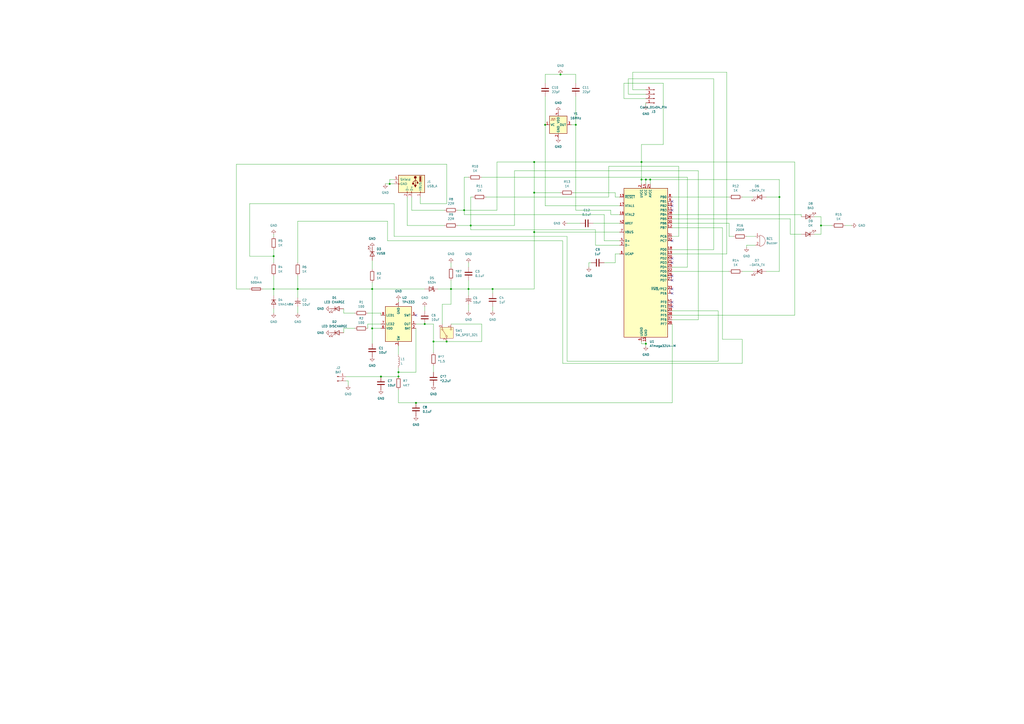
<source format=kicad_sch>
(kicad_sch
	(version 20250114)
	(generator "eeschema")
	(generator_version "9.0")
	(uuid "35078bd1-4ec9-4ed1-813f-4b06d1863afb")
	(paper "A2")
	(lib_symbols
		(symbol "Battery_Management:TP4333"
			(exclude_from_sim no)
			(in_bom yes)
			(on_board yes)
			(property "Reference" "U"
				(at 0 0 0)
				(effects
					(font
						(size 1.27 1.27)
					)
				)
			)
			(property "Value" "TP4333"
				(at 0 0 0)
				(effects
					(font
						(size 1.27 1.27)
					)
				)
			)
			(property "Footprint" "Package_TO_SOT_SMD:SOT-23-8"
				(at 0 0 0)
				(effects
					(font
						(size 1.27 1.27)
					)
					(hide yes)
				)
			)
			(property "Datasheet" ""
				(at 0 0 0)
				(effects
					(font
						(size 1.27 1.27)
					)
					(hide yes)
				)
			)
			(property "Description" ""
				(at 0 0 0)
				(effects
					(font
						(size 1.27 1.27)
					)
					(hide yes)
				)
			)
			(property "ki_fp_filters" "*SO*3.9x4.*P1.27mm*EP2.4*x3.3*mm*"
				(at 0 0 0)
				(effects
					(font
						(size 1.27 1.27)
					)
					(hide yes)
				)
			)
			(symbol "TP4333_1_0"
				(pin output line
					(at -10.16 -7.62 0)
					(length 2.54)
					(name "LED1"
						(effects
							(font
								(size 1.27 1.27)
							)
						)
					)
					(number "8"
						(effects
							(font
								(size 1.27 1.27)
							)
						)
					)
				)
				(pin output line
					(at -10.16 -12.7 0)
					(length 2.54)
					(name "LED2"
						(effects
							(font
								(size 1.27 1.27)
							)
						)
					)
					(number "7"
						(effects
							(font
								(size 1.27 1.27)
							)
						)
					)
				)
				(pin power_in line
					(at -10.16 -15.24 0)
					(length 2.54)
					(name "VDD"
						(effects
							(font
								(size 1.27 1.27)
							)
						)
					)
					(number "6"
						(effects
							(font
								(size 1.27 1.27)
							)
						)
					)
				)
				(pin passive line
					(at 0 0 270)
					(length 2.54)
					(name "GND"
						(effects
							(font
								(size 1.27 1.27)
							)
						)
					)
					(number "4"
						(effects
							(font
								(size 1.27 1.27)
							)
						)
					)
				)
				(pin input line
					(at 0 -25.4 90)
					(length 2.54)
					(name "SW"
						(effects
							(font
								(size 1.27 1.27)
							)
						)
					)
					(number "3"
						(effects
							(font
								(size 1.27 1.27)
							)
						)
					)
				)
				(pin input line
					(at 10.16 -7.62 180)
					(length 2.54)
					(name "SWT"
						(effects
							(font
								(size 1.27 1.27)
							)
						)
					)
					(number "5"
						(effects
							(font
								(size 1.27 1.27)
							)
						)
					)
				)
				(pin output line
					(at 10.16 -12.7 180)
					(length 2.54)
					(name "OUT"
						(effects
							(font
								(size 1.27 1.27)
							)
						)
					)
					(number "1"
						(effects
							(font
								(size 1.27 1.27)
							)
						)
					)
				)
				(pin output line
					(at 10.16 -15.24 180)
					(length 2.54)
					(name "BAT"
						(effects
							(font
								(size 1.27 1.27)
							)
						)
					)
					(number "2"
						(effects
							(font
								(size 1.27 1.27)
							)
						)
					)
				)
			)
			(symbol "TP4333_1_1"
				(rectangle
					(start -7.62 -2.54)
					(end 7.62 -22.86)
					(stroke
						(width 0.254)
						(type default)
					)
					(fill
						(type background)
					)
				)
			)
			(embedded_fonts no)
		)
		(symbol "Connector:Conn_01x02_Pin"
			(pin_names
				(offset 1.016)
				(hide yes)
			)
			(exclude_from_sim no)
			(in_bom yes)
			(on_board yes)
			(property "Reference" "J"
				(at 0 2.54 0)
				(effects
					(font
						(size 1.27 1.27)
					)
				)
			)
			(property "Value" "Conn_01x02_Pin"
				(at 0 -5.08 0)
				(effects
					(font
						(size 1.27 1.27)
					)
				)
			)
			(property "Footprint" ""
				(at 0 0 0)
				(effects
					(font
						(size 1.27 1.27)
					)
					(hide yes)
				)
			)
			(property "Datasheet" "~"
				(at 0 0 0)
				(effects
					(font
						(size 1.27 1.27)
					)
					(hide yes)
				)
			)
			(property "Description" "Generic connector, single row, 01x02, script generated"
				(at 0 0 0)
				(effects
					(font
						(size 1.27 1.27)
					)
					(hide yes)
				)
			)
			(property "ki_locked" ""
				(at 0 0 0)
				(effects
					(font
						(size 1.27 1.27)
					)
				)
			)
			(property "ki_keywords" "connector"
				(at 0 0 0)
				(effects
					(font
						(size 1.27 1.27)
					)
					(hide yes)
				)
			)
			(property "ki_fp_filters" "Connector*:*_1x??_*"
				(at 0 0 0)
				(effects
					(font
						(size 1.27 1.27)
					)
					(hide yes)
				)
			)
			(symbol "Conn_01x02_Pin_1_1"
				(rectangle
					(start 0.8636 0.127)
					(end 0 -0.127)
					(stroke
						(width 0.1524)
						(type default)
					)
					(fill
						(type outline)
					)
				)
				(rectangle
					(start 0.8636 -2.413)
					(end 0 -2.667)
					(stroke
						(width 0.1524)
						(type default)
					)
					(fill
						(type outline)
					)
				)
				(polyline
					(pts
						(xy 1.27 0) (xy 0.8636 0)
					)
					(stroke
						(width 0.1524)
						(type default)
					)
					(fill
						(type none)
					)
				)
				(polyline
					(pts
						(xy 1.27 -2.54) (xy 0.8636 -2.54)
					)
					(stroke
						(width 0.1524)
						(type default)
					)
					(fill
						(type none)
					)
				)
				(pin passive line
					(at 5.08 0 180)
					(length 3.81)
					(name "Pin_1"
						(effects
							(font
								(size 1.27 1.27)
							)
						)
					)
					(number "1"
						(effects
							(font
								(size 1.27 1.27)
							)
						)
					)
				)
				(pin passive line
					(at 5.08 -2.54 180)
					(length 3.81)
					(name "Pin_2"
						(effects
							(font
								(size 1.27 1.27)
							)
						)
					)
					(number "2"
						(effects
							(font
								(size 1.27 1.27)
							)
						)
					)
				)
			)
			(embedded_fonts no)
		)
		(symbol "Connector:Conn_01x04_Pin"
			(pin_names
				(offset 1.016)
				(hide yes)
			)
			(exclude_from_sim no)
			(in_bom yes)
			(on_board yes)
			(property "Reference" "J"
				(at 0 5.08 0)
				(effects
					(font
						(size 1.27 1.27)
					)
				)
			)
			(property "Value" "Conn_01x04_Pin"
				(at 0 -7.62 0)
				(effects
					(font
						(size 1.27 1.27)
					)
				)
			)
			(property "Footprint" ""
				(at 0 0 0)
				(effects
					(font
						(size 1.27 1.27)
					)
					(hide yes)
				)
			)
			(property "Datasheet" "~"
				(at 0 0 0)
				(effects
					(font
						(size 1.27 1.27)
					)
					(hide yes)
				)
			)
			(property "Description" "Generic connector, single row, 01x04, script generated"
				(at 0 0 0)
				(effects
					(font
						(size 1.27 1.27)
					)
					(hide yes)
				)
			)
			(property "ki_locked" ""
				(at 0 0 0)
				(effects
					(font
						(size 1.27 1.27)
					)
				)
			)
			(property "ki_keywords" "connector"
				(at 0 0 0)
				(effects
					(font
						(size 1.27 1.27)
					)
					(hide yes)
				)
			)
			(property "ki_fp_filters" "Connector*:*_1x??_*"
				(at 0 0 0)
				(effects
					(font
						(size 1.27 1.27)
					)
					(hide yes)
				)
			)
			(symbol "Conn_01x04_Pin_1_1"
				(rectangle
					(start 0.8636 2.667)
					(end 0 2.413)
					(stroke
						(width 0.1524)
						(type default)
					)
					(fill
						(type outline)
					)
				)
				(rectangle
					(start 0.8636 0.127)
					(end 0 -0.127)
					(stroke
						(width 0.1524)
						(type default)
					)
					(fill
						(type outline)
					)
				)
				(rectangle
					(start 0.8636 -2.413)
					(end 0 -2.667)
					(stroke
						(width 0.1524)
						(type default)
					)
					(fill
						(type outline)
					)
				)
				(rectangle
					(start 0.8636 -4.953)
					(end 0 -5.207)
					(stroke
						(width 0.1524)
						(type default)
					)
					(fill
						(type outline)
					)
				)
				(polyline
					(pts
						(xy 1.27 2.54) (xy 0.8636 2.54)
					)
					(stroke
						(width 0.1524)
						(type default)
					)
					(fill
						(type none)
					)
				)
				(polyline
					(pts
						(xy 1.27 0) (xy 0.8636 0)
					)
					(stroke
						(width 0.1524)
						(type default)
					)
					(fill
						(type none)
					)
				)
				(polyline
					(pts
						(xy 1.27 -2.54) (xy 0.8636 -2.54)
					)
					(stroke
						(width 0.1524)
						(type default)
					)
					(fill
						(type none)
					)
				)
				(polyline
					(pts
						(xy 1.27 -5.08) (xy 0.8636 -5.08)
					)
					(stroke
						(width 0.1524)
						(type default)
					)
					(fill
						(type none)
					)
				)
				(pin passive line
					(at 5.08 2.54 180)
					(length 3.81)
					(name "Pin_1"
						(effects
							(font
								(size 1.27 1.27)
							)
						)
					)
					(number "1"
						(effects
							(font
								(size 1.27 1.27)
							)
						)
					)
				)
				(pin passive line
					(at 5.08 0 180)
					(length 3.81)
					(name "Pin_2"
						(effects
							(font
								(size 1.27 1.27)
							)
						)
					)
					(number "2"
						(effects
							(font
								(size 1.27 1.27)
							)
						)
					)
				)
				(pin passive line
					(at 5.08 -2.54 180)
					(length 3.81)
					(name "Pin_3"
						(effects
							(font
								(size 1.27 1.27)
							)
						)
					)
					(number "3"
						(effects
							(font
								(size 1.27 1.27)
							)
						)
					)
				)
				(pin passive line
					(at 5.08 -5.08 180)
					(length 3.81)
					(name "Pin_4"
						(effects
							(font
								(size 1.27 1.27)
							)
						)
					)
					(number "4"
						(effects
							(font
								(size 1.27 1.27)
							)
						)
					)
				)
			)
			(embedded_fonts no)
		)
		(symbol "Connector:USB_A"
			(pin_names
				(offset 1.016)
			)
			(exclude_from_sim no)
			(in_bom yes)
			(on_board yes)
			(property "Reference" "J"
				(at -5.08 11.43 0)
				(effects
					(font
						(size 1.27 1.27)
					)
					(justify left)
				)
			)
			(property "Value" "USB_A"
				(at -5.08 8.89 0)
				(effects
					(font
						(size 1.27 1.27)
					)
					(justify left)
				)
			)
			(property "Footprint" ""
				(at 3.81 -1.27 0)
				(effects
					(font
						(size 1.27 1.27)
					)
					(hide yes)
				)
			)
			(property "Datasheet" "~"
				(at 3.81 -1.27 0)
				(effects
					(font
						(size 1.27 1.27)
					)
					(hide yes)
				)
			)
			(property "Description" "USB Type A connector"
				(at 0 0 0)
				(effects
					(font
						(size 1.27 1.27)
					)
					(hide yes)
				)
			)
			(property "ki_keywords" "connector USB"
				(at 0 0 0)
				(effects
					(font
						(size 1.27 1.27)
					)
					(hide yes)
				)
			)
			(property "ki_fp_filters" "USB*"
				(at 0 0 0)
				(effects
					(font
						(size 1.27 1.27)
					)
					(hide yes)
				)
			)
			(symbol "USB_A_0_1"
				(rectangle
					(start -5.08 -7.62)
					(end 5.08 7.62)
					(stroke
						(width 0.254)
						(type default)
					)
					(fill
						(type background)
					)
				)
				(circle
					(center -3.81 2.159)
					(radius 0.635)
					(stroke
						(width 0.254)
						(type default)
					)
					(fill
						(type outline)
					)
				)
				(polyline
					(pts
						(xy -3.175 2.159) (xy -2.54 2.159) (xy -1.27 3.429) (xy -0.635 3.429)
					)
					(stroke
						(width 0.254)
						(type default)
					)
					(fill
						(type none)
					)
				)
				(polyline
					(pts
						(xy -2.54 2.159) (xy -1.905 2.159) (xy -1.27 0.889) (xy 0 0.889)
					)
					(stroke
						(width 0.254)
						(type default)
					)
					(fill
						(type none)
					)
				)
				(rectangle
					(start -1.524 4.826)
					(end -4.318 5.334)
					(stroke
						(width 0)
						(type default)
					)
					(fill
						(type outline)
					)
				)
				(rectangle
					(start -1.27 4.572)
					(end -4.572 5.842)
					(stroke
						(width 0)
						(type default)
					)
					(fill
						(type none)
					)
				)
				(circle
					(center -0.635 3.429)
					(radius 0.381)
					(stroke
						(width 0.254)
						(type default)
					)
					(fill
						(type outline)
					)
				)
				(rectangle
					(start -0.127 -7.62)
					(end 0.127 -6.858)
					(stroke
						(width 0)
						(type default)
					)
					(fill
						(type none)
					)
				)
				(rectangle
					(start 0.254 1.27)
					(end -0.508 0.508)
					(stroke
						(width 0.254)
						(type default)
					)
					(fill
						(type outline)
					)
				)
				(polyline
					(pts
						(xy 0.635 2.794) (xy 0.635 1.524) (xy 1.905 2.159) (xy 0.635 2.794)
					)
					(stroke
						(width 0.254)
						(type default)
					)
					(fill
						(type outline)
					)
				)
				(rectangle
					(start 5.08 4.953)
					(end 4.318 5.207)
					(stroke
						(width 0)
						(type default)
					)
					(fill
						(type none)
					)
				)
				(rectangle
					(start 5.08 -0.127)
					(end 4.318 0.127)
					(stroke
						(width 0)
						(type default)
					)
					(fill
						(type none)
					)
				)
				(rectangle
					(start 5.08 -2.667)
					(end 4.318 -2.413)
					(stroke
						(width 0)
						(type default)
					)
					(fill
						(type none)
					)
				)
			)
			(symbol "USB_A_1_1"
				(polyline
					(pts
						(xy -1.905 2.159) (xy 0.635 2.159)
					)
					(stroke
						(width 0.254)
						(type default)
					)
					(fill
						(type none)
					)
				)
				(pin passive line
					(at -2.54 -10.16 90)
					(length 2.54)
					(name "Shield"
						(effects
							(font
								(size 1.27 1.27)
							)
						)
					)
					(number "5"
						(effects
							(font
								(size 1.27 1.27)
							)
						)
					)
				)
				(pin power_in line
					(at 0 -10.16 90)
					(length 2.54)
					(name "GND"
						(effects
							(font
								(size 1.27 1.27)
							)
						)
					)
					(number "4"
						(effects
							(font
								(size 1.27 1.27)
							)
						)
					)
				)
				(pin power_in line
					(at 7.62 5.08 180)
					(length 2.54)
					(name "VBUS"
						(effects
							(font
								(size 1.27 1.27)
							)
						)
					)
					(number "1"
						(effects
							(font
								(size 1.27 1.27)
							)
						)
					)
				)
				(pin bidirectional line
					(at 7.62 0 180)
					(length 2.54)
					(name "D+"
						(effects
							(font
								(size 1.27 1.27)
							)
						)
					)
					(number "3"
						(effects
							(font
								(size 1.27 1.27)
							)
						)
					)
				)
				(pin bidirectional line
					(at 7.62 -2.54 180)
					(length 2.54)
					(name "D-"
						(effects
							(font
								(size 1.27 1.27)
							)
						)
					)
					(number "2"
						(effects
							(font
								(size 1.27 1.27)
							)
						)
					)
				)
			)
			(embedded_fonts no)
		)
		(symbol "Device:Buzzer"
			(pin_names
				(offset 0.0254)
				(hide yes)
			)
			(exclude_from_sim no)
			(in_bom yes)
			(on_board yes)
			(property "Reference" "BZ"
				(at 3.81 1.27 0)
				(effects
					(font
						(size 1.27 1.27)
					)
					(justify left)
				)
			)
			(property "Value" "Buzzer"
				(at 3.81 -1.27 0)
				(effects
					(font
						(size 1.27 1.27)
					)
					(justify left)
				)
			)
			(property "Footprint" ""
				(at -0.635 2.54 90)
				(effects
					(font
						(size 1.27 1.27)
					)
					(hide yes)
				)
			)
			(property "Datasheet" "~"
				(at -0.635 2.54 90)
				(effects
					(font
						(size 1.27 1.27)
					)
					(hide yes)
				)
			)
			(property "Description" "Buzzer, polarized"
				(at 0 0 0)
				(effects
					(font
						(size 1.27 1.27)
					)
					(hide yes)
				)
			)
			(property "ki_keywords" "quartz resonator ceramic"
				(at 0 0 0)
				(effects
					(font
						(size 1.27 1.27)
					)
					(hide yes)
				)
			)
			(property "ki_fp_filters" "*Buzzer*"
				(at 0 0 0)
				(effects
					(font
						(size 1.27 1.27)
					)
					(hide yes)
				)
			)
			(symbol "Buzzer_0_1"
				(polyline
					(pts
						(xy -1.651 1.905) (xy -1.143 1.905)
					)
					(stroke
						(width 0)
						(type default)
					)
					(fill
						(type none)
					)
				)
				(polyline
					(pts
						(xy -1.397 2.159) (xy -1.397 1.651)
					)
					(stroke
						(width 0)
						(type default)
					)
					(fill
						(type none)
					)
				)
				(arc
					(start 0 3.175)
					(mid 3.1612 0)
					(end 0 -3.175)
					(stroke
						(width 0)
						(type default)
					)
					(fill
						(type none)
					)
				)
				(polyline
					(pts
						(xy 0 3.175) (xy 0 -3.175)
					)
					(stroke
						(width 0)
						(type default)
					)
					(fill
						(type none)
					)
				)
			)
			(symbol "Buzzer_1_1"
				(pin passive line
					(at -2.54 2.54 0)
					(length 2.54)
					(name "+"
						(effects
							(font
								(size 1.27 1.27)
							)
						)
					)
					(number "1"
						(effects
							(font
								(size 1.27 1.27)
							)
						)
					)
				)
				(pin passive line
					(at -2.54 -2.54 0)
					(length 2.54)
					(name "-"
						(effects
							(font
								(size 1.27 1.27)
							)
						)
					)
					(number "2"
						(effects
							(font
								(size 1.27 1.27)
							)
						)
					)
				)
			)
			(embedded_fonts no)
		)
		(symbol "Device:C"
			(pin_numbers
				(hide yes)
			)
			(pin_names
				(offset 0.254)
			)
			(exclude_from_sim no)
			(in_bom yes)
			(on_board yes)
			(property "Reference" "C"
				(at 0.635 2.54 0)
				(effects
					(font
						(size 1.27 1.27)
					)
					(justify left)
				)
			)
			(property "Value" "C"
				(at 0.635 -2.54 0)
				(effects
					(font
						(size 1.27 1.27)
					)
					(justify left)
				)
			)
			(property "Footprint" ""
				(at 0.9652 -3.81 0)
				(effects
					(font
						(size 1.27 1.27)
					)
					(hide yes)
				)
			)
			(property "Datasheet" "~"
				(at 0 0 0)
				(effects
					(font
						(size 1.27 1.27)
					)
					(hide yes)
				)
			)
			(property "Description" "Unpolarized capacitor"
				(at 0 0 0)
				(effects
					(font
						(size 1.27 1.27)
					)
					(hide yes)
				)
			)
			(property "ki_keywords" "cap capacitor"
				(at 0 0 0)
				(effects
					(font
						(size 1.27 1.27)
					)
					(hide yes)
				)
			)
			(property "ki_fp_filters" "C_*"
				(at 0 0 0)
				(effects
					(font
						(size 1.27 1.27)
					)
					(hide yes)
				)
			)
			(symbol "C_0_1"
				(polyline
					(pts
						(xy -2.032 0.762) (xy 2.032 0.762)
					)
					(stroke
						(width 0.508)
						(type default)
					)
					(fill
						(type none)
					)
				)
				(polyline
					(pts
						(xy -2.032 -0.762) (xy 2.032 -0.762)
					)
					(stroke
						(width 0.508)
						(type default)
					)
					(fill
						(type none)
					)
				)
			)
			(symbol "C_1_1"
				(pin passive line
					(at 0 3.81 270)
					(length 2.794)
					(name "~"
						(effects
							(font
								(size 1.27 1.27)
							)
						)
					)
					(number "1"
						(effects
							(font
								(size 1.27 1.27)
							)
						)
					)
				)
				(pin passive line
					(at 0 -3.81 90)
					(length 2.794)
					(name "~"
						(effects
							(font
								(size 1.27 1.27)
							)
						)
					)
					(number "2"
						(effects
							(font
								(size 1.27 1.27)
							)
						)
					)
				)
			)
			(embedded_fonts no)
		)
		(symbol "Device:C_Small_US"
			(pin_numbers
				(hide yes)
			)
			(pin_names
				(offset 0.254)
				(hide yes)
			)
			(exclude_from_sim no)
			(in_bom yes)
			(on_board yes)
			(property "Reference" "C"
				(at 0.254 1.778 0)
				(effects
					(font
						(size 1.27 1.27)
					)
					(justify left)
				)
			)
			(property "Value" "C_Small_US"
				(at 0.254 -2.032 0)
				(effects
					(font
						(size 1.27 1.27)
					)
					(justify left)
				)
			)
			(property "Footprint" ""
				(at 0 0 0)
				(effects
					(font
						(size 1.27 1.27)
					)
					(hide yes)
				)
			)
			(property "Datasheet" ""
				(at 0 0 0)
				(effects
					(font
						(size 1.27 1.27)
					)
					(hide yes)
				)
			)
			(property "Description" "capacitor, small US symbol"
				(at 0 0 0)
				(effects
					(font
						(size 1.27 1.27)
					)
					(hide yes)
				)
			)
			(property "ki_keywords" "cap capacitor"
				(at 0 0 0)
				(effects
					(font
						(size 1.27 1.27)
					)
					(hide yes)
				)
			)
			(property "ki_fp_filters" "C_*"
				(at 0 0 0)
				(effects
					(font
						(size 1.27 1.27)
					)
					(hide yes)
				)
			)
			(symbol "C_Small_US_0_1"
				(polyline
					(pts
						(xy -1.524 0.508) (xy 1.524 0.508)
					)
					(stroke
						(width 0.3048)
						(type default)
					)
					(fill
						(type none)
					)
				)
				(arc
					(start -1.524 -0.762)
					(mid 0 -0.3734)
					(end 1.524 -0.762)
					(stroke
						(width 0.3048)
						(type default)
					)
					(fill
						(type none)
					)
				)
			)
			(symbol "C_Small_US_1_1"
				(pin passive line
					(at 0 2.54 270)
					(length 2.032)
					(name "~"
						(effects
							(font
								(size 1.27 1.27)
							)
						)
					)
					(number "1"
						(effects
							(font
								(size 1.27 1.27)
							)
						)
					)
				)
				(pin passive line
					(at 0 -2.54 90)
					(length 2.032)
					(name "~"
						(effects
							(font
								(size 1.27 1.27)
							)
						)
					)
					(number "2"
						(effects
							(font
								(size 1.27 1.27)
							)
						)
					)
				)
			)
			(embedded_fonts no)
		)
		(symbol "Device:Fuse"
			(pin_numbers
				(hide yes)
			)
			(pin_names
				(offset 0)
			)
			(exclude_from_sim no)
			(in_bom yes)
			(on_board yes)
			(property "Reference" "F"
				(at 2.032 0 90)
				(effects
					(font
						(size 1.27 1.27)
					)
				)
			)
			(property "Value" "Fuse"
				(at -1.905 0 90)
				(effects
					(font
						(size 1.27 1.27)
					)
				)
			)
			(property "Footprint" ""
				(at -1.778 0 90)
				(effects
					(font
						(size 1.27 1.27)
					)
					(hide yes)
				)
			)
			(property "Datasheet" "~"
				(at 0 0 0)
				(effects
					(font
						(size 1.27 1.27)
					)
					(hide yes)
				)
			)
			(property "Description" "Fuse"
				(at 0 0 0)
				(effects
					(font
						(size 1.27 1.27)
					)
					(hide yes)
				)
			)
			(property "ki_keywords" "fuse"
				(at 0 0 0)
				(effects
					(font
						(size 1.27 1.27)
					)
					(hide yes)
				)
			)
			(property "ki_fp_filters" "*Fuse*"
				(at 0 0 0)
				(effects
					(font
						(size 1.27 1.27)
					)
					(hide yes)
				)
			)
			(symbol "Fuse_0_1"
				(rectangle
					(start -0.762 -2.54)
					(end 0.762 2.54)
					(stroke
						(width 0.254)
						(type default)
					)
					(fill
						(type none)
					)
				)
				(polyline
					(pts
						(xy 0 2.54) (xy 0 -2.54)
					)
					(stroke
						(width 0)
						(type default)
					)
					(fill
						(type none)
					)
				)
			)
			(symbol "Fuse_1_1"
				(pin passive line
					(at 0 3.81 270)
					(length 1.27)
					(name "~"
						(effects
							(font
								(size 1.27 1.27)
							)
						)
					)
					(number "1"
						(effects
							(font
								(size 1.27 1.27)
							)
						)
					)
				)
				(pin passive line
					(at 0 -3.81 90)
					(length 1.27)
					(name "~"
						(effects
							(font
								(size 1.27 1.27)
							)
						)
					)
					(number "2"
						(effects
							(font
								(size 1.27 1.27)
							)
						)
					)
				)
			)
			(embedded_fonts no)
		)
		(symbol "Device:L"
			(pin_numbers
				(hide yes)
			)
			(pin_names
				(offset 1.016)
				(hide yes)
			)
			(exclude_from_sim no)
			(in_bom yes)
			(on_board yes)
			(property "Reference" "L"
				(at -1.27 0 90)
				(effects
					(font
						(size 1.27 1.27)
					)
				)
			)
			(property "Value" "L"
				(at 1.905 0 90)
				(effects
					(font
						(size 1.27 1.27)
					)
				)
			)
			(property "Footprint" ""
				(at 0 0 0)
				(effects
					(font
						(size 1.27 1.27)
					)
					(hide yes)
				)
			)
			(property "Datasheet" "~"
				(at 0 0 0)
				(effects
					(font
						(size 1.27 1.27)
					)
					(hide yes)
				)
			)
			(property "Description" "Inductor"
				(at 0 0 0)
				(effects
					(font
						(size 1.27 1.27)
					)
					(hide yes)
				)
			)
			(property "ki_keywords" "inductor choke coil reactor magnetic"
				(at 0 0 0)
				(effects
					(font
						(size 1.27 1.27)
					)
					(hide yes)
				)
			)
			(property "ki_fp_filters" "Choke_* *Coil* Inductor_* L_*"
				(at 0 0 0)
				(effects
					(font
						(size 1.27 1.27)
					)
					(hide yes)
				)
			)
			(symbol "L_0_1"
				(arc
					(start 0 2.54)
					(mid 0.6323 1.905)
					(end 0 1.27)
					(stroke
						(width 0)
						(type default)
					)
					(fill
						(type none)
					)
				)
				(arc
					(start 0 1.27)
					(mid 0.6323 0.635)
					(end 0 0)
					(stroke
						(width 0)
						(type default)
					)
					(fill
						(type none)
					)
				)
				(arc
					(start 0 0)
					(mid 0.6323 -0.635)
					(end 0 -1.27)
					(stroke
						(width 0)
						(type default)
					)
					(fill
						(type none)
					)
				)
				(arc
					(start 0 -1.27)
					(mid 0.6323 -1.905)
					(end 0 -2.54)
					(stroke
						(width 0)
						(type default)
					)
					(fill
						(type none)
					)
				)
			)
			(symbol "L_1_1"
				(pin passive line
					(at 0 3.81 270)
					(length 1.27)
					(name "1"
						(effects
							(font
								(size 1.27 1.27)
							)
						)
					)
					(number "1"
						(effects
							(font
								(size 1.27 1.27)
							)
						)
					)
				)
				(pin passive line
					(at 0 -3.81 90)
					(length 1.27)
					(name "2"
						(effects
							(font
								(size 1.27 1.27)
							)
						)
					)
					(number "2"
						(effects
							(font
								(size 1.27 1.27)
							)
						)
					)
				)
			)
			(embedded_fonts no)
		)
		(symbol "Device:LED"
			(pin_numbers
				(hide yes)
			)
			(pin_names
				(offset 1.016)
				(hide yes)
			)
			(exclude_from_sim no)
			(in_bom yes)
			(on_board yes)
			(property "Reference" "D"
				(at 0 2.54 0)
				(effects
					(font
						(size 1.27 1.27)
					)
				)
			)
			(property "Value" "LED"
				(at 0 -2.54 0)
				(effects
					(font
						(size 1.27 1.27)
					)
				)
			)
			(property "Footprint" ""
				(at 0 0 0)
				(effects
					(font
						(size 1.27 1.27)
					)
					(hide yes)
				)
			)
			(property "Datasheet" "~"
				(at 0 0 0)
				(effects
					(font
						(size 1.27 1.27)
					)
					(hide yes)
				)
			)
			(property "Description" "Light emitting diode"
				(at 0 0 0)
				(effects
					(font
						(size 1.27 1.27)
					)
					(hide yes)
				)
			)
			(property "Sim.Pins" "1=K 2=A"
				(at 0 0 0)
				(effects
					(font
						(size 1.27 1.27)
					)
					(hide yes)
				)
			)
			(property "ki_keywords" "LED diode"
				(at 0 0 0)
				(effects
					(font
						(size 1.27 1.27)
					)
					(hide yes)
				)
			)
			(property "ki_fp_filters" "LED* LED_SMD:* LED_THT:*"
				(at 0 0 0)
				(effects
					(font
						(size 1.27 1.27)
					)
					(hide yes)
				)
			)
			(symbol "LED_0_1"
				(polyline
					(pts
						(xy -3.048 -0.762) (xy -4.572 -2.286) (xy -3.81 -2.286) (xy -4.572 -2.286) (xy -4.572 -1.524)
					)
					(stroke
						(width 0)
						(type default)
					)
					(fill
						(type none)
					)
				)
				(polyline
					(pts
						(xy -1.778 -0.762) (xy -3.302 -2.286) (xy -2.54 -2.286) (xy -3.302 -2.286) (xy -3.302 -1.524)
					)
					(stroke
						(width 0)
						(type default)
					)
					(fill
						(type none)
					)
				)
				(polyline
					(pts
						(xy -1.27 0) (xy 1.27 0)
					)
					(stroke
						(width 0)
						(type default)
					)
					(fill
						(type none)
					)
				)
				(polyline
					(pts
						(xy -1.27 -1.27) (xy -1.27 1.27)
					)
					(stroke
						(width 0.254)
						(type default)
					)
					(fill
						(type none)
					)
				)
				(polyline
					(pts
						(xy 1.27 -1.27) (xy 1.27 1.27) (xy -1.27 0) (xy 1.27 -1.27)
					)
					(stroke
						(width 0.254)
						(type default)
					)
					(fill
						(type none)
					)
				)
			)
			(symbol "LED_1_1"
				(pin passive line
					(at -3.81 0 0)
					(length 2.54)
					(name "K"
						(effects
							(font
								(size 1.27 1.27)
							)
						)
					)
					(number "1"
						(effects
							(font
								(size 1.27 1.27)
							)
						)
					)
				)
				(pin passive line
					(at 3.81 0 180)
					(length 2.54)
					(name "A"
						(effects
							(font
								(size 1.27 1.27)
							)
						)
					)
					(number "2"
						(effects
							(font
								(size 1.27 1.27)
							)
						)
					)
				)
			)
			(embedded_fonts no)
		)
		(symbol "Device:R"
			(pin_numbers
				(hide yes)
			)
			(pin_names
				(offset 0)
			)
			(exclude_from_sim no)
			(in_bom yes)
			(on_board yes)
			(property "Reference" "R"
				(at 2.032 0 90)
				(effects
					(font
						(size 1.27 1.27)
					)
				)
			)
			(property "Value" "R"
				(at 0 0 90)
				(effects
					(font
						(size 1.27 1.27)
					)
				)
			)
			(property "Footprint" ""
				(at -1.778 0 90)
				(effects
					(font
						(size 1.27 1.27)
					)
					(hide yes)
				)
			)
			(property "Datasheet" "~"
				(at 0 0 0)
				(effects
					(font
						(size 1.27 1.27)
					)
					(hide yes)
				)
			)
			(property "Description" "Resistor"
				(at 0 0 0)
				(effects
					(font
						(size 1.27 1.27)
					)
					(hide yes)
				)
			)
			(property "ki_keywords" "R res resistor"
				(at 0 0 0)
				(effects
					(font
						(size 1.27 1.27)
					)
					(hide yes)
				)
			)
			(property "ki_fp_filters" "R_*"
				(at 0 0 0)
				(effects
					(font
						(size 1.27 1.27)
					)
					(hide yes)
				)
			)
			(symbol "R_0_1"
				(rectangle
					(start -1.016 -2.54)
					(end 1.016 2.54)
					(stroke
						(width 0.254)
						(type default)
					)
					(fill
						(type none)
					)
				)
			)
			(symbol "R_1_1"
				(pin passive line
					(at 0 3.81 270)
					(length 1.27)
					(name "~"
						(effects
							(font
								(size 1.27 1.27)
							)
						)
					)
					(number "1"
						(effects
							(font
								(size 1.27 1.27)
							)
						)
					)
				)
				(pin passive line
					(at 0 -3.81 90)
					(length 1.27)
					(name "~"
						(effects
							(font
								(size 1.27 1.27)
							)
						)
					)
					(number "2"
						(effects
							(font
								(size 1.27 1.27)
							)
						)
					)
				)
			)
			(embedded_fonts no)
		)
		(symbol "Diode:1N4148W"
			(pin_numbers
				(hide yes)
			)
			(pin_names
				(hide yes)
			)
			(exclude_from_sim no)
			(in_bom yes)
			(on_board yes)
			(property "Reference" "D"
				(at 0 2.54 0)
				(effects
					(font
						(size 1.27 1.27)
					)
				)
			)
			(property "Value" "1N4148W"
				(at 0 -2.54 0)
				(effects
					(font
						(size 1.27 1.27)
					)
				)
			)
			(property "Footprint" "Diode_SMD:D_SOD-123"
				(at 0 -4.445 0)
				(effects
					(font
						(size 1.27 1.27)
					)
					(hide yes)
				)
			)
			(property "Datasheet" "https://www.vishay.com/docs/85748/1n4148w.pdf"
				(at 0 0 0)
				(effects
					(font
						(size 1.27 1.27)
					)
					(hide yes)
				)
			)
			(property "Description" "75V 0.15A Fast Switching Diode, SOD-123"
				(at 0 0 0)
				(effects
					(font
						(size 1.27 1.27)
					)
					(hide yes)
				)
			)
			(property "Sim.Device" "D"
				(at 0 0 0)
				(effects
					(font
						(size 1.27 1.27)
					)
					(hide yes)
				)
			)
			(property "Sim.Pins" "1=K 2=A"
				(at 0 0 0)
				(effects
					(font
						(size 1.27 1.27)
					)
					(hide yes)
				)
			)
			(property "ki_keywords" "diode"
				(at 0 0 0)
				(effects
					(font
						(size 1.27 1.27)
					)
					(hide yes)
				)
			)
			(property "ki_fp_filters" "D*SOD?123*"
				(at 0 0 0)
				(effects
					(font
						(size 1.27 1.27)
					)
					(hide yes)
				)
			)
			(symbol "1N4148W_0_1"
				(polyline
					(pts
						(xy -1.27 1.27) (xy -1.27 -1.27)
					)
					(stroke
						(width 0.254)
						(type default)
					)
					(fill
						(type none)
					)
				)
				(polyline
					(pts
						(xy 1.27 1.27) (xy 1.27 -1.27) (xy -1.27 0) (xy 1.27 1.27)
					)
					(stroke
						(width 0.254)
						(type default)
					)
					(fill
						(type none)
					)
				)
				(polyline
					(pts
						(xy 1.27 0) (xy -1.27 0)
					)
					(stroke
						(width 0)
						(type default)
					)
					(fill
						(type none)
					)
				)
			)
			(symbol "1N4148W_1_1"
				(pin passive line
					(at -3.81 0 0)
					(length 2.54)
					(name "K"
						(effects
							(font
								(size 1.27 1.27)
							)
						)
					)
					(number "1"
						(effects
							(font
								(size 1.27 1.27)
							)
						)
					)
				)
				(pin passive line
					(at 3.81 0 180)
					(length 2.54)
					(name "A"
						(effects
							(font
								(size 1.27 1.27)
							)
						)
					)
					(number "2"
						(effects
							(font
								(size 1.27 1.27)
							)
						)
					)
				)
			)
			(embedded_fonts no)
		)
		(symbol "Diode:SS34"
			(pin_numbers
				(hide yes)
			)
			(pin_names
				(offset 1.016)
				(hide yes)
			)
			(exclude_from_sim no)
			(in_bom yes)
			(on_board yes)
			(property "Reference" "D"
				(at 0 2.54 0)
				(effects
					(font
						(size 1.27 1.27)
					)
				)
			)
			(property "Value" "SS34"
				(at 0 -2.54 0)
				(effects
					(font
						(size 1.27 1.27)
					)
				)
			)
			(property "Footprint" "Diode_SMD:D_SMA"
				(at 0 -4.445 0)
				(effects
					(font
						(size 1.27 1.27)
					)
					(hide yes)
				)
			)
			(property "Datasheet" "https://www.vishay.com/docs/88751/ss32.pdf"
				(at 0 0 0)
				(effects
					(font
						(size 1.27 1.27)
					)
					(hide yes)
				)
			)
			(property "Description" "40V 3A Schottky Diode, SMA"
				(at 0 0 0)
				(effects
					(font
						(size 1.27 1.27)
					)
					(hide yes)
				)
			)
			(property "ki_keywords" "diode Schottky"
				(at 0 0 0)
				(effects
					(font
						(size 1.27 1.27)
					)
					(hide yes)
				)
			)
			(property "ki_fp_filters" "D*SMA*"
				(at 0 0 0)
				(effects
					(font
						(size 1.27 1.27)
					)
					(hide yes)
				)
			)
			(symbol "SS34_0_1"
				(polyline
					(pts
						(xy -1.905 0.635) (xy -1.905 1.27) (xy -1.27 1.27) (xy -1.27 -1.27) (xy -0.635 -1.27) (xy -0.635 -0.635)
					)
					(stroke
						(width 0.254)
						(type default)
					)
					(fill
						(type none)
					)
				)
				(polyline
					(pts
						(xy 1.27 1.27) (xy 1.27 -1.27) (xy -1.27 0) (xy 1.27 1.27)
					)
					(stroke
						(width 0.254)
						(type default)
					)
					(fill
						(type none)
					)
				)
				(polyline
					(pts
						(xy 1.27 0) (xy -1.27 0)
					)
					(stroke
						(width 0)
						(type default)
					)
					(fill
						(type none)
					)
				)
			)
			(symbol "SS34_1_1"
				(pin passive line
					(at -3.81 0 0)
					(length 2.54)
					(name "K"
						(effects
							(font
								(size 1.27 1.27)
							)
						)
					)
					(number "1"
						(effects
							(font
								(size 1.27 1.27)
							)
						)
					)
				)
				(pin passive line
					(at 3.81 0 180)
					(length 2.54)
					(name "A"
						(effects
							(font
								(size 1.27 1.27)
							)
						)
					)
					(number "2"
						(effects
							(font
								(size 1.27 1.27)
							)
						)
					)
				)
			)
			(embedded_fonts no)
		)
		(symbol "MCU_Microchip_ATmega:ATmega32U4-M"
			(exclude_from_sim no)
			(in_bom yes)
			(on_board yes)
			(property "Reference" "U"
				(at -12.7 44.45 0)
				(effects
					(font
						(size 1.27 1.27)
					)
					(justify left bottom)
				)
			)
			(property "Value" "ATmega32U4-M"
				(at 2.54 -44.45 0)
				(effects
					(font
						(size 1.27 1.27)
					)
					(justify left top)
				)
			)
			(property "Footprint" "Package_DFN_QFN:QFN-44-1EP_7x7mm_P0.5mm_EP5.2x5.2mm"
				(at 0 0 0)
				(effects
					(font
						(size 1.27 1.27)
						(italic yes)
					)
					(hide yes)
				)
			)
			(property "Datasheet" "http://ww1.microchip.com/downloads/en/DeviceDoc/Atmel-7766-8-bit-AVR-ATmega16U4-32U4_Datasheet.pdf"
				(at 0 0 0)
				(effects
					(font
						(size 1.27 1.27)
					)
					(hide yes)
				)
			)
			(property "Description" "16MHz, 32kB Flash, 2.5kB SRAM, 1kB EEPROM, USB 2.0, QFN-44"
				(at 0 0 0)
				(effects
					(font
						(size 1.27 1.27)
					)
					(hide yes)
				)
			)
			(property "ki_keywords" "AVR 8bit Microcontroller MegaAVR USB"
				(at 0 0 0)
				(effects
					(font
						(size 1.27 1.27)
					)
					(hide yes)
				)
			)
			(property "ki_fp_filters" "QFN*1EP*7x7mm*P0.5mm*"
				(at 0 0 0)
				(effects
					(font
						(size 1.27 1.27)
					)
					(hide yes)
				)
			)
			(symbol "ATmega32U4-M_0_1"
				(rectangle
					(start -12.7 -43.18)
					(end 12.7 43.18)
					(stroke
						(width 0.254)
						(type default)
					)
					(fill
						(type background)
					)
				)
			)
			(symbol "ATmega32U4-M_1_1"
				(pin input line
					(at -15.24 38.1 0)
					(length 2.54)
					(name "~{RESET}"
						(effects
							(font
								(size 1.27 1.27)
							)
						)
					)
					(number "13"
						(effects
							(font
								(size 1.27 1.27)
							)
						)
					)
				)
				(pin input line
					(at -15.24 33.02 0)
					(length 2.54)
					(name "XTAL1"
						(effects
							(font
								(size 1.27 1.27)
							)
						)
					)
					(number "17"
						(effects
							(font
								(size 1.27 1.27)
							)
						)
					)
				)
				(pin output line
					(at -15.24 27.94 0)
					(length 2.54)
					(name "XTAL2"
						(effects
							(font
								(size 1.27 1.27)
							)
						)
					)
					(number "16"
						(effects
							(font
								(size 1.27 1.27)
							)
						)
					)
				)
				(pin passive line
					(at -15.24 22.86 0)
					(length 2.54)
					(name "AREF"
						(effects
							(font
								(size 1.27 1.27)
							)
						)
					)
					(number "42"
						(effects
							(font
								(size 1.27 1.27)
							)
						)
					)
				)
				(pin input line
					(at -15.24 17.78 0)
					(length 2.54)
					(name "VBUS"
						(effects
							(font
								(size 1.27 1.27)
							)
						)
					)
					(number "7"
						(effects
							(font
								(size 1.27 1.27)
							)
						)
					)
				)
				(pin bidirectional line
					(at -15.24 12.7 0)
					(length 2.54)
					(name "D+"
						(effects
							(font
								(size 1.27 1.27)
							)
						)
					)
					(number "4"
						(effects
							(font
								(size 1.27 1.27)
							)
						)
					)
				)
				(pin bidirectional line
					(at -15.24 10.16 0)
					(length 2.54)
					(name "D-"
						(effects
							(font
								(size 1.27 1.27)
							)
						)
					)
					(number "3"
						(effects
							(font
								(size 1.27 1.27)
							)
						)
					)
				)
				(pin passive line
					(at -15.24 5.08 0)
					(length 2.54)
					(name "UCAP"
						(effects
							(font
								(size 1.27 1.27)
							)
						)
					)
					(number "6"
						(effects
							(font
								(size 1.27 1.27)
							)
						)
					)
				)
				(pin power_in line
					(at -2.54 45.72 270)
					(length 2.54)
					(name "UVCC"
						(effects
							(font
								(size 1.27 1.27)
							)
						)
					)
					(number "2"
						(effects
							(font
								(size 1.27 1.27)
							)
						)
					)
				)
				(pin passive line
					(at -2.54 -45.72 90)
					(length 2.54)
					(name "UGND"
						(effects
							(font
								(size 1.27 1.27)
							)
						)
					)
					(number "5"
						(effects
							(font
								(size 1.27 1.27)
							)
						)
					)
				)
				(pin power_in line
					(at 0 45.72 270)
					(length 2.54)
					(name "VCC"
						(effects
							(font
								(size 1.27 1.27)
							)
						)
					)
					(number "14"
						(effects
							(font
								(size 1.27 1.27)
							)
						)
					)
				)
				(pin passive line
					(at 0 45.72 270)
					(length 2.54)
					(hide yes)
					(name "VCC"
						(effects
							(font
								(size 1.27 1.27)
							)
						)
					)
					(number "34"
						(effects
							(font
								(size 1.27 1.27)
							)
						)
					)
				)
				(pin power_in line
					(at 0 -45.72 90)
					(length 2.54)
					(name "GND"
						(effects
							(font
								(size 1.27 1.27)
							)
						)
					)
					(number "15"
						(effects
							(font
								(size 1.27 1.27)
							)
						)
					)
				)
				(pin passive line
					(at 0 -45.72 90)
					(length 2.54)
					(hide yes)
					(name "GND"
						(effects
							(font
								(size 1.27 1.27)
							)
						)
					)
					(number "23"
						(effects
							(font
								(size 1.27 1.27)
							)
						)
					)
				)
				(pin passive line
					(at 0 -45.72 90)
					(length 2.54)
					(hide yes)
					(name "GND"
						(effects
							(font
								(size 1.27 1.27)
							)
						)
					)
					(number "35"
						(effects
							(font
								(size 1.27 1.27)
							)
						)
					)
				)
				(pin passive line
					(at 0 -45.72 90)
					(length 2.54)
					(hide yes)
					(name "GND"
						(effects
							(font
								(size 1.27 1.27)
							)
						)
					)
					(number "43"
						(effects
							(font
								(size 1.27 1.27)
							)
						)
					)
				)
				(pin passive line
					(at 0 -45.72 90)
					(length 2.54)
					(hide yes)
					(name "GND"
						(effects
							(font
								(size 1.27 1.27)
							)
						)
					)
					(number "45"
						(effects
							(font
								(size 1.27 1.27)
							)
						)
					)
				)
				(pin power_in line
					(at 2.54 45.72 270)
					(length 2.54)
					(name "AVCC"
						(effects
							(font
								(size 1.27 1.27)
							)
						)
					)
					(number "24"
						(effects
							(font
								(size 1.27 1.27)
							)
						)
					)
				)
				(pin passive line
					(at 2.54 45.72 270)
					(length 2.54)
					(hide yes)
					(name "AVCC"
						(effects
							(font
								(size 1.27 1.27)
							)
						)
					)
					(number "44"
						(effects
							(font
								(size 1.27 1.27)
							)
						)
					)
				)
				(pin bidirectional line
					(at 15.24 38.1 180)
					(length 2.54)
					(name "PB0"
						(effects
							(font
								(size 1.27 1.27)
							)
						)
					)
					(number "8"
						(effects
							(font
								(size 1.27 1.27)
							)
						)
					)
				)
				(pin bidirectional line
					(at 15.24 35.56 180)
					(length 2.54)
					(name "PB1"
						(effects
							(font
								(size 1.27 1.27)
							)
						)
					)
					(number "9"
						(effects
							(font
								(size 1.27 1.27)
							)
						)
					)
				)
				(pin bidirectional line
					(at 15.24 33.02 180)
					(length 2.54)
					(name "PB2"
						(effects
							(font
								(size 1.27 1.27)
							)
						)
					)
					(number "10"
						(effects
							(font
								(size 1.27 1.27)
							)
						)
					)
				)
				(pin bidirectional line
					(at 15.24 30.48 180)
					(length 2.54)
					(name "PB3"
						(effects
							(font
								(size 1.27 1.27)
							)
						)
					)
					(number "11"
						(effects
							(font
								(size 1.27 1.27)
							)
						)
					)
				)
				(pin bidirectional line
					(at 15.24 27.94 180)
					(length 2.54)
					(name "PB4"
						(effects
							(font
								(size 1.27 1.27)
							)
						)
					)
					(number "28"
						(effects
							(font
								(size 1.27 1.27)
							)
						)
					)
				)
				(pin bidirectional line
					(at 15.24 25.4 180)
					(length 2.54)
					(name "PB5"
						(effects
							(font
								(size 1.27 1.27)
							)
						)
					)
					(number "29"
						(effects
							(font
								(size 1.27 1.27)
							)
						)
					)
				)
				(pin bidirectional line
					(at 15.24 22.86 180)
					(length 2.54)
					(name "PB6"
						(effects
							(font
								(size 1.27 1.27)
							)
						)
					)
					(number "30"
						(effects
							(font
								(size 1.27 1.27)
							)
						)
					)
				)
				(pin bidirectional line
					(at 15.24 20.32 180)
					(length 2.54)
					(name "PB7"
						(effects
							(font
								(size 1.27 1.27)
							)
						)
					)
					(number "12"
						(effects
							(font
								(size 1.27 1.27)
							)
						)
					)
				)
				(pin bidirectional line
					(at 15.24 15.24 180)
					(length 2.54)
					(name "PC6"
						(effects
							(font
								(size 1.27 1.27)
							)
						)
					)
					(number "31"
						(effects
							(font
								(size 1.27 1.27)
							)
						)
					)
				)
				(pin bidirectional line
					(at 15.24 12.7 180)
					(length 2.54)
					(name "PC7"
						(effects
							(font
								(size 1.27 1.27)
							)
						)
					)
					(number "32"
						(effects
							(font
								(size 1.27 1.27)
							)
						)
					)
				)
				(pin bidirectional line
					(at 15.24 7.62 180)
					(length 2.54)
					(name "PD0"
						(effects
							(font
								(size 1.27 1.27)
							)
						)
					)
					(number "18"
						(effects
							(font
								(size 1.27 1.27)
							)
						)
					)
				)
				(pin bidirectional line
					(at 15.24 5.08 180)
					(length 2.54)
					(name "PD1"
						(effects
							(font
								(size 1.27 1.27)
							)
						)
					)
					(number "19"
						(effects
							(font
								(size 1.27 1.27)
							)
						)
					)
				)
				(pin bidirectional line
					(at 15.24 2.54 180)
					(length 2.54)
					(name "PD2"
						(effects
							(font
								(size 1.27 1.27)
							)
						)
					)
					(number "20"
						(effects
							(font
								(size 1.27 1.27)
							)
						)
					)
				)
				(pin bidirectional line
					(at 15.24 0 180)
					(length 2.54)
					(name "PD3"
						(effects
							(font
								(size 1.27 1.27)
							)
						)
					)
					(number "21"
						(effects
							(font
								(size 1.27 1.27)
							)
						)
					)
				)
				(pin bidirectional line
					(at 15.24 -2.54 180)
					(length 2.54)
					(name "PD4"
						(effects
							(font
								(size 1.27 1.27)
							)
						)
					)
					(number "25"
						(effects
							(font
								(size 1.27 1.27)
							)
						)
					)
				)
				(pin bidirectional line
					(at 15.24 -5.08 180)
					(length 2.54)
					(name "PD5"
						(effects
							(font
								(size 1.27 1.27)
							)
						)
					)
					(number "22"
						(effects
							(font
								(size 1.27 1.27)
							)
						)
					)
				)
				(pin bidirectional line
					(at 15.24 -7.62 180)
					(length 2.54)
					(name "PD6"
						(effects
							(font
								(size 1.27 1.27)
							)
						)
					)
					(number "26"
						(effects
							(font
								(size 1.27 1.27)
							)
						)
					)
				)
				(pin bidirectional line
					(at 15.24 -10.16 180)
					(length 2.54)
					(name "PD7"
						(effects
							(font
								(size 1.27 1.27)
							)
						)
					)
					(number "27"
						(effects
							(font
								(size 1.27 1.27)
							)
						)
					)
				)
				(pin bidirectional line
					(at 15.24 -15.24 180)
					(length 2.54)
					(name "~{HWB}/PE2"
						(effects
							(font
								(size 1.27 1.27)
							)
						)
					)
					(number "33"
						(effects
							(font
								(size 1.27 1.27)
							)
						)
					)
				)
				(pin bidirectional line
					(at 15.24 -17.78 180)
					(length 2.54)
					(name "PE6"
						(effects
							(font
								(size 1.27 1.27)
							)
						)
					)
					(number "1"
						(effects
							(font
								(size 1.27 1.27)
							)
						)
					)
				)
				(pin bidirectional line
					(at 15.24 -22.86 180)
					(length 2.54)
					(name "PF0"
						(effects
							(font
								(size 1.27 1.27)
							)
						)
					)
					(number "41"
						(effects
							(font
								(size 1.27 1.27)
							)
						)
					)
				)
				(pin bidirectional line
					(at 15.24 -25.4 180)
					(length 2.54)
					(name "PF1"
						(effects
							(font
								(size 1.27 1.27)
							)
						)
					)
					(number "40"
						(effects
							(font
								(size 1.27 1.27)
							)
						)
					)
				)
				(pin bidirectional line
					(at 15.24 -27.94 180)
					(length 2.54)
					(name "PF4"
						(effects
							(font
								(size 1.27 1.27)
							)
						)
					)
					(number "39"
						(effects
							(font
								(size 1.27 1.27)
							)
						)
					)
				)
				(pin bidirectional line
					(at 15.24 -30.48 180)
					(length 2.54)
					(name "PF5"
						(effects
							(font
								(size 1.27 1.27)
							)
						)
					)
					(number "38"
						(effects
							(font
								(size 1.27 1.27)
							)
						)
					)
				)
				(pin bidirectional line
					(at 15.24 -33.02 180)
					(length 2.54)
					(name "PF6"
						(effects
							(font
								(size 1.27 1.27)
							)
						)
					)
					(number "37"
						(effects
							(font
								(size 1.27 1.27)
							)
						)
					)
				)
				(pin bidirectional line
					(at 15.24 -35.56 180)
					(length 2.54)
					(name "PF7"
						(effects
							(font
								(size 1.27 1.27)
							)
						)
					)
					(number "36"
						(effects
							(font
								(size 1.27 1.27)
							)
						)
					)
				)
			)
			(embedded_fonts no)
		)
		(symbol "Oscillator:FT5HV"
			(exclude_from_sim no)
			(in_bom yes)
			(on_board yes)
			(property "Reference" "Y"
				(at 5.08 11.43 0)
				(effects
					(font
						(size 1.27 1.27)
					)
				)
			)
			(property "Value" "FT5HV"
				(at 6.35 8.89 0)
				(effects
					(font
						(size 1.27 1.27)
					)
				)
			)
			(property "Footprint" "Oscillator:Oscillator_SMD_Fox_FT5H_5.0x3.2mm"
				(at 0 -19.05 0)
				(effects
					(font
						(size 1.27 1.27)
					)
					(hide yes)
				)
			)
			(property "Datasheet" "https://foxonline.com/wp-content/uploads/pdfs/T5HN_T5HV.pdf"
				(at 0 0 0)
				(effects
					(font
						(size 1.27 1.27)
					)
					(hide yes)
				)
			)
			(property "Description" "HCMOS temperature compensated voltage controlled oscillator"
				(at 0 0 0)
				(effects
					(font
						(size 1.27 1.27)
					)
					(hide yes)
				)
			)
			(property "ki_keywords" "TXCO VCTCXO"
				(at 0 0 0)
				(effects
					(font
						(size 1.27 1.27)
					)
					(hide yes)
				)
			)
			(property "ki_fp_filters" "Oscillator*SMD*Fox*FT5H*5.0x3.2mm*"
				(at 0 0 0)
				(effects
					(font
						(size 1.27 1.27)
					)
					(hide yes)
				)
			)
			(symbol "FT5HV_0_1"
				(rectangle
					(start -5.08 5.08)
					(end 5.08 -5.08)
					(stroke
						(width 0.254)
						(type default)
					)
					(fill
						(type background)
					)
				)
				(polyline
					(pts
						(xy -4.445 2.54) (xy -3.81 2.54) (xy -3.81 3.81) (xy -3.175 3.81) (xy -3.175 2.54) (xy -2.54 2.54)
						(xy -2.54 3.81) (xy -1.905 3.81) (xy -1.905 2.54)
					)
					(stroke
						(width 0)
						(type default)
					)
					(fill
						(type none)
					)
				)
			)
			(symbol "FT5HV_1_1"
				(pin input line
					(at -7.62 0 0)
					(length 2.54)
					(name "VC"
						(effects
							(font
								(size 1.27 1.27)
							)
						)
					)
					(number "1"
						(effects
							(font
								(size 1.27 1.27)
							)
						)
					)
				)
				(pin power_in line
					(at 0 7.62 270)
					(length 2.54)
					(name "VDD"
						(effects
							(font
								(size 1.27 1.27)
							)
						)
					)
					(number "4"
						(effects
							(font
								(size 1.27 1.27)
							)
						)
					)
				)
				(pin power_in line
					(at 0 -7.62 90)
					(length 2.54)
					(name "GND"
						(effects
							(font
								(size 1.27 1.27)
							)
						)
					)
					(number "2"
						(effects
							(font
								(size 1.27 1.27)
							)
						)
					)
				)
				(pin output line
					(at 7.62 0 180)
					(length 2.54)
					(name "OUT"
						(effects
							(font
								(size 1.27 1.27)
							)
						)
					)
					(number "3"
						(effects
							(font
								(size 1.27 1.27)
							)
						)
					)
				)
			)
			(embedded_fonts no)
		)
		(symbol "Switch:SW_SPDT_321"
			(pin_names
				(offset 1)
				(hide yes)
			)
			(exclude_from_sim no)
			(in_bom yes)
			(on_board yes)
			(property "Reference" "SW"
				(at 0 5.08 0)
				(effects
					(font
						(size 1.27 1.27)
					)
				)
			)
			(property "Value" "SW_SPDT_321"
				(at 0 -5.08 0)
				(effects
					(font
						(size 1.27 1.27)
					)
				)
			)
			(property "Footprint" ""
				(at 0 -10.16 0)
				(effects
					(font
						(size 1.27 1.27)
					)
					(hide yes)
				)
			)
			(property "Datasheet" "~"
				(at 0 -7.62 0)
				(effects
					(font
						(size 1.27 1.27)
					)
					(hide yes)
				)
			)
			(property "Description" "Switch, single pole double throw"
				(at 0 0 0)
				(effects
					(font
						(size 1.27 1.27)
					)
					(hide yes)
				)
			)
			(property "ki_keywords" "switch single-pole double-throw spdt ON-ON"
				(at 0 0 0)
				(effects
					(font
						(size 1.27 1.27)
					)
					(hide yes)
				)
			)
			(symbol "SW_SPDT_321_0_1"
				(circle
					(center -2.032 0)
					(radius 0.4572)
					(stroke
						(width 0)
						(type default)
					)
					(fill
						(type none)
					)
				)
				(polyline
					(pts
						(xy -1.651 0.254) (xy 1.651 2.286)
					)
					(stroke
						(width 0)
						(type default)
					)
					(fill
						(type none)
					)
				)
				(circle
					(center 2.032 2.54)
					(radius 0.4572)
					(stroke
						(width 0)
						(type default)
					)
					(fill
						(type none)
					)
				)
				(circle
					(center 2.032 -2.54)
					(radius 0.4572)
					(stroke
						(width 0)
						(type default)
					)
					(fill
						(type none)
					)
				)
			)
			(symbol "SW_SPDT_321_1_1"
				(rectangle
					(start -3.175 3.81)
					(end 3.175 -3.81)
					(stroke
						(width 0)
						(type default)
					)
					(fill
						(type background)
					)
				)
				(pin passive line
					(at -5.08 0 0)
					(length 2.54)
					(name "B"
						(effects
							(font
								(size 1.27 1.27)
							)
						)
					)
					(number "2"
						(effects
							(font
								(size 1.27 1.27)
							)
						)
					)
				)
				(pin passive line
					(at 5.08 2.54 180)
					(length 2.54)
					(name "A"
						(effects
							(font
								(size 1.27 1.27)
							)
						)
					)
					(number "3"
						(effects
							(font
								(size 1.27 1.27)
							)
						)
					)
				)
				(pin passive line
					(at 5.08 -2.54 180)
					(length 2.54)
					(name "C"
						(effects
							(font
								(size 1.27 1.27)
							)
						)
					)
					(number "1"
						(effects
							(font
								(size 1.27 1.27)
							)
						)
					)
				)
			)
			(embedded_fonts no)
		)
		(symbol "power:GND"
			(power)
			(pin_numbers
				(hide yes)
			)
			(pin_names
				(offset 0)
				(hide yes)
			)
			(exclude_from_sim no)
			(in_bom yes)
			(on_board yes)
			(property "Reference" "#PWR"
				(at 0 -6.35 0)
				(effects
					(font
						(size 1.27 1.27)
					)
					(hide yes)
				)
			)
			(property "Value" "GND"
				(at 0 -3.81 0)
				(effects
					(font
						(size 1.27 1.27)
					)
				)
			)
			(property "Footprint" ""
				(at 0 0 0)
				(effects
					(font
						(size 1.27 1.27)
					)
					(hide yes)
				)
			)
			(property "Datasheet" ""
				(at 0 0 0)
				(effects
					(font
						(size 1.27 1.27)
					)
					(hide yes)
				)
			)
			(property "Description" "Power symbol creates a global label with name \"GND\" , ground"
				(at 0 0 0)
				(effects
					(font
						(size 1.27 1.27)
					)
					(hide yes)
				)
			)
			(property "ki_keywords" "global power"
				(at 0 0 0)
				(effects
					(font
						(size 1.27 1.27)
					)
					(hide yes)
				)
			)
			(symbol "GND_0_1"
				(polyline
					(pts
						(xy 0 0) (xy 0 -1.27) (xy 1.27 -1.27) (xy 0 -2.54) (xy -1.27 -1.27) (xy 0 -1.27)
					)
					(stroke
						(width 0)
						(type default)
					)
					(fill
						(type none)
					)
				)
			)
			(symbol "GND_1_1"
				(pin power_in line
					(at 0 0 270)
					(length 0)
					(name "~"
						(effects
							(font
								(size 1.27 1.27)
							)
						)
					)
					(number "1"
						(effects
							(font
								(size 1.27 1.27)
							)
						)
					)
				)
			)
			(embedded_fonts no)
		)
	)
	(junction
		(at 269.24 121.92)
		(diameter 0)
		(color 0 0 0 0)
		(uuid "01e843f8-d843-4df4-a2cc-b8db273640e8")
	)
	(junction
		(at 241.3 233.68)
		(diameter 0)
		(color 0 0 0 0)
		(uuid "097865f7-0ed6-4c72-a23c-3bd6025ca86a")
	)
	(junction
		(at 231.14 218.44)
		(diameter 0)
		(color 0 0 0 0)
		(uuid "0bf7b116-3175-421e-9593-2c56e5918f14")
	)
	(junction
		(at 251.46 198.12)
		(diameter 0)
		(color 0 0 0 0)
		(uuid "1533ad9f-cfa2-4aa9-9748-f392352d8a51")
	)
	(junction
		(at 372.11 104.14)
		(diameter 0)
		(color 0 0 0 0)
		(uuid "1ece8596-9ee8-44aa-a4e7-7342ea720d61")
	)
	(junction
		(at 309.88 111.76)
		(diameter 0)
		(color 0 0 0 0)
		(uuid "287780eb-b51a-4d06-a74c-acc68b5ec0c3")
	)
	(junction
		(at 316.23 72.39)
		(diameter 0)
		(color 0 0 0 0)
		(uuid "2b8d5fcd-e555-4bed-8620-37e7d43c0af8")
	)
	(junction
		(at 334.01 72.39)
		(diameter 0)
		(color 0 0 0 0)
		(uuid "35764573-2a51-4a23-8b17-fe21363538d2")
	)
	(junction
		(at 215.9 167.64)
		(diameter 0)
		(color 0 0 0 0)
		(uuid "4290845d-d1ae-4a12-9730-4eed2afa1aca")
	)
	(junction
		(at 271.78 167.64)
		(diameter 0)
		(color 0 0 0 0)
		(uuid "68052e5e-2ad9-4b46-a8d8-fe6790e0d06a")
	)
	(junction
		(at 372.11 93.98)
		(diameter 0)
		(color 0 0 0 0)
		(uuid "6cd881f3-5ad3-4609-aad9-f0b082ee936e")
	)
	(junction
		(at 158.75 167.64)
		(diameter 0)
		(color 0 0 0 0)
		(uuid "7263ec21-1e36-4d8b-a1b7-553548f5518a")
	)
	(junction
		(at 261.62 167.64)
		(diameter 0)
		(color 0 0 0 0)
		(uuid "8547c4cb-b0a2-4c6c-9625-faca6fea03ce")
	)
	(junction
		(at 374.65 104.14)
		(diameter 0)
		(color 0 0 0 0)
		(uuid "86b07bdc-9b9c-4f66-8602-15e135c25118")
	)
	(junction
		(at 374.65 199.39)
		(diameter 0)
		(color 0 0 0 0)
		(uuid "90d3f391-105b-4d7f-92a1-11cf7544972c")
	)
	(junction
		(at 231.14 215.9)
		(diameter 0)
		(color 0 0 0 0)
		(uuid "91aa519c-c3b2-4f27-9f55-5c1f37579aeb")
	)
	(junction
		(at 309.88 134.62)
		(diameter 0)
		(color 0 0 0 0)
		(uuid "b55a7aa7-8570-4bf6-97d7-f74b21f77e75")
	)
	(junction
		(at 377.19 104.14)
		(diameter 0)
		(color 0 0 0 0)
		(uuid "b87516f5-3395-4f58-83c3-6cb5963d5a17")
	)
	(junction
		(at 259.08 198.12)
		(diameter 0)
		(color 0 0 0 0)
		(uuid "bab7212f-c9f1-4581-9891-9a9da6109329")
	)
	(junction
		(at 273.05 130.81)
		(diameter 0)
		(color 0 0 0 0)
		(uuid "bbd0b70b-d745-46f9-b33e-8e6d1d9c1da8")
	)
	(junction
		(at 246.38 187.96)
		(diameter 0)
		(color 0 0 0 0)
		(uuid "c4626f93-e350-4af9-be4a-3dd3881ffd52")
	)
	(junction
		(at 285.75 167.64)
		(diameter 0)
		(color 0 0 0 0)
		(uuid "c47b5790-2e91-4a1d-8467-a3d53d4d4cf4")
	)
	(junction
		(at 476.25 130.81)
		(diameter 0)
		(color 0 0 0 0)
		(uuid "c6edc4f8-e161-4313-8b2b-ca1674db77b4")
	)
	(junction
		(at 309.88 93.98)
		(diameter 0)
		(color 0 0 0 0)
		(uuid "ced41951-a524-4a6c-b59e-7e2d6c8bba00")
	)
	(junction
		(at 158.75 148.59)
		(diameter 0)
		(color 0 0 0 0)
		(uuid "d0a3c05a-8621-41ef-94dc-c71c14bf2073")
	)
	(junction
		(at 220.98 218.44)
		(diameter 0)
		(color 0 0 0 0)
		(uuid "d1c33f3b-4026-4e5c-9203-f4ffee2c2013")
	)
	(junction
		(at 452.12 114.3)
		(diameter 0)
		(color 0 0 0 0)
		(uuid "d3e5fb86-b7c7-407a-a0ad-dd6583927a70")
	)
	(junction
		(at 172.72 167.64)
		(diameter 0)
		(color 0 0 0 0)
		(uuid "dd546aa3-5b86-45a0-aabb-6f28560b61c7")
	)
	(junction
		(at 226.06 106.68)
		(diameter 0)
		(color 0 0 0 0)
		(uuid "e06c5294-c199-46d3-ba46-7de910b64feb")
	)
	(junction
		(at 325.12 43.18)
		(diameter 0)
		(color 0 0 0 0)
		(uuid "e6fea456-2923-447c-b73c-140e89393d72")
	)
	(junction
		(at 215.9 190.5)
		(diameter 0)
		(color 0 0 0 0)
		(uuid "f14aed8e-8a00-45d0-8cb6-25e46a447066")
	)
	(no_connect
		(at 389.89 160.02)
		(uuid "010cf4f0-aa7e-4733-af1a-b92ea96247c4")
	)
	(no_connect
		(at 389.89 149.86)
		(uuid "4134da28-2350-4ac2-a795-194a6dc18766")
	)
	(no_connect
		(at 389.89 175.26)
		(uuid "5ba829f3-d036-46e0-a909-5bb3a0eabf46")
	)
	(no_connect
		(at 241.3 182.88)
		(uuid "7a0810a0-1077-4466-97f0-9f4e3d44cefd")
	)
	(no_connect
		(at 389.89 119.38)
		(uuid "7be898f8-354e-47a4-beaf-ff1365170461")
	)
	(no_connect
		(at 389.89 170.18)
		(uuid "8516ee2d-0801-4f76-a17e-411a02688a7a")
	)
	(no_connect
		(at 389.89 162.56)
		(uuid "96e1cdd5-1fa8-46e5-bd81-7647a9689597")
	)
	(no_connect
		(at 389.89 152.4)
		(uuid "a670f864-bb4c-4556-8695-c4d1b8ae05f8")
	)
	(no_connect
		(at 389.89 139.7)
		(uuid "b26419c3-b199-40a7-b3ea-2cd9002a7a4e")
	)
	(no_connect
		(at 389.89 177.8)
		(uuid "e302c689-5ddd-41c0-8853-bdd8f3ac29f8")
	)
	(no_connect
		(at 389.89 121.92)
		(uuid "ea59014d-18fc-4374-b399-c2b3332538be")
	)
	(no_connect
		(at 389.89 167.64)
		(uuid "f798898a-926e-4a26-9c6a-78ae785d902b")
	)
	(no_connect
		(at 389.89 116.84)
		(uuid "f980fa8d-27a5-4ac9-80d2-3098f9fd08fe")
	)
	(wire
		(pts
			(xy 316.23 72.39) (xy 316.23 119.38)
		)
		(stroke
			(width 0)
			(type default)
		)
		(uuid "0041140e-6ba3-40b5-9e98-ba6b726bccef")
	)
	(wire
		(pts
			(xy 158.75 144.78) (xy 158.75 148.59)
		)
		(stroke
			(width 0)
			(type default)
		)
		(uuid "017af08c-db48-415e-b186-402828690998")
	)
	(wire
		(pts
			(xy 201.93 220.98) (xy 200.66 220.98)
		)
		(stroke
			(width 0)
			(type default)
		)
		(uuid "0201e578-6922-4989-8e2a-af80b9e3fbdc")
	)
	(wire
		(pts
			(xy 430.53 210.82) (xy 326.39 210.82)
		)
		(stroke
			(width 0)
			(type default)
		)
		(uuid "05e13200-d2a5-400c-a30a-d53399cf2464")
	)
	(wire
		(pts
			(xy 172.72 167.64) (xy 215.9 167.64)
		)
		(stroke
			(width 0)
			(type default)
		)
		(uuid "0a4c38d9-9b55-49a5-a326-9518a281c192")
	)
	(wire
		(pts
			(xy 254 167.64) (xy 261.62 167.64)
		)
		(stroke
			(width 0)
			(type default)
		)
		(uuid "0adef646-b087-4a9a-adbf-64c2c800e2e8")
	)
	(wire
		(pts
			(xy 298.45 99.06) (xy 298.45 130.81)
		)
		(stroke
			(width 0)
			(type default)
		)
		(uuid "0d0e72e4-b16b-473a-99ac-7bb6ed81b0c4")
	)
	(wire
		(pts
			(xy 405.13 185.42) (xy 405.13 99.06)
		)
		(stroke
			(width 0)
			(type default)
		)
		(uuid "0d113ebe-6d58-40ea-a418-6fe5ec0f67db")
	)
	(wire
		(pts
			(xy 490.22 130.81) (xy 494.03 130.81)
		)
		(stroke
			(width 0)
			(type default)
		)
		(uuid "0dba5cd5-6f51-4c81-bc9e-a36f293065d7")
	)
	(wire
		(pts
			(xy 414.02 144.78) (xy 389.89 144.78)
		)
		(stroke
			(width 0)
			(type default)
		)
		(uuid "0dfd7c9d-a0c8-4ba3-81cc-0122d4255bcb")
	)
	(wire
		(pts
			(xy 172.72 167.64) (xy 172.72 172.72)
		)
		(stroke
			(width 0)
			(type default)
		)
		(uuid "0e945364-a464-4bb8-a4b0-5fb6d3d60071")
	)
	(wire
		(pts
			(xy 231.14 215.9) (xy 231.14 218.44)
		)
		(stroke
			(width 0)
			(type default)
		)
		(uuid "0ed2aeb3-7a6f-4348-9f3e-9bee42985fd1")
	)
	(wire
		(pts
			(xy 158.75 179.07) (xy 158.75 181.61)
		)
		(stroke
			(width 0)
			(type default)
		)
		(uuid "0f5a1e0e-abbc-4a7b-9ebf-a190bbedbc82")
	)
	(wire
		(pts
			(xy 269.24 121.92) (xy 265.43 121.92)
		)
		(stroke
			(width 0)
			(type default)
		)
		(uuid "10e5f568-ad16-46d5-b372-fb68b27cebbe")
	)
	(wire
		(pts
			(xy 172.72 160.02) (xy 172.72 167.64)
		)
		(stroke
			(width 0)
			(type default)
		)
		(uuid "11185687-c4ee-4566-8581-bc9fc0104703")
	)
	(wire
		(pts
			(xy 430.53 196.85) (xy 419.1 196.85)
		)
		(stroke
			(width 0)
			(type default)
		)
		(uuid "11e2056c-1a1b-4937-b631-ae079694741b")
	)
	(wire
		(pts
			(xy 228.6 137.16) (xy 328.93 137.16)
		)
		(stroke
			(width 0)
			(type default)
		)
		(uuid "123e6e8a-b4a6-484c-844c-a727647411df")
	)
	(wire
		(pts
			(xy 419.1 132.08) (xy 389.89 132.08)
		)
		(stroke
			(width 0)
			(type default)
		)
		(uuid "12424551-7aae-425f-ba4b-6d105827aa2d")
	)
	(wire
		(pts
			(xy 389.89 129.54) (xy 422.91 129.54)
		)
		(stroke
			(width 0)
			(type default)
		)
		(uuid "13bc32ab-8694-420a-9547-eca4819fe12e")
	)
	(wire
		(pts
			(xy 316.23 48.26) (xy 316.23 43.18)
		)
		(stroke
			(width 0)
			(type default)
		)
		(uuid "14918966-576a-4277-a6e6-7d155cb5354a")
	)
	(wire
		(pts
			(xy 372.11 93.98) (xy 461.01 93.98)
		)
		(stroke
			(width 0)
			(type default)
		)
		(uuid "172399ec-f823-4e4c-9f5a-f364e2b84ee3")
	)
	(wire
		(pts
			(xy 472.44 125.73) (xy 476.25 125.73)
		)
		(stroke
			(width 0)
			(type default)
		)
		(uuid "1828d499-7e96-44e8-8492-c648ac60cc1c")
	)
	(wire
		(pts
			(xy 273.05 130.81) (xy 273.05 114.3)
		)
		(stroke
			(width 0)
			(type default)
		)
		(uuid "18303f07-c845-4cf0-977c-2b6ecfac3b94")
	)
	(wire
		(pts
			(xy 389.89 127) (xy 458.47 127)
		)
		(stroke
			(width 0)
			(type default)
		)
		(uuid "183fde27-a378-43e6-b8c3-d4ff71feff3c")
	)
	(wire
		(pts
			(xy 353.06 96.52) (xy 393.7 96.52)
		)
		(stroke
			(width 0)
			(type default)
		)
		(uuid "18bd5e4a-7329-4a07-9fc1-654bc5c4672d")
	)
	(wire
		(pts
			(xy 241.3 233.68) (xy 231.14 233.68)
		)
		(stroke
			(width 0)
			(type default)
		)
		(uuid "1c4a445c-80f2-409c-aa7a-501ff76c57ec")
	)
	(wire
		(pts
			(xy 350.52 124.46) (xy 269.24 124.46)
		)
		(stroke
			(width 0)
			(type default)
		)
		(uuid "1d11305b-2a40-4b54-a3ba-0ea59dd2dccc")
	)
	(wire
		(pts
			(xy 374.65 104.14) (xy 377.19 104.14)
		)
		(stroke
			(width 0)
			(type default)
		)
		(uuid "1d4b7277-2101-4328-a80b-e119ec0c0b42")
	)
	(wire
		(pts
			(xy 273.05 133.35) (xy 273.05 130.81)
		)
		(stroke
			(width 0)
			(type default)
		)
		(uuid "1eefba6b-d866-4007-a937-4d55ff034610")
	)
	(wire
		(pts
			(xy 476.25 125.73) (xy 476.25 130.81)
		)
		(stroke
			(width 0)
			(type default)
		)
		(uuid "1f0bbc63-572b-462e-a846-e483e2194802")
	)
	(wire
		(pts
			(xy 236.22 114.3) (xy 236.22 130.81)
		)
		(stroke
			(width 0)
			(type default)
		)
		(uuid "20c3c5e4-9bf1-45a9-abcf-527c97acc784")
	)
	(wire
		(pts
			(xy 350.52 152.4) (xy 356.87 152.4)
		)
		(stroke
			(width 0)
			(type default)
		)
		(uuid "21820a99-4f6d-4ceb-8773-49901ae783a4")
	)
	(wire
		(pts
			(xy 259.08 95.25) (xy 137.16 95.25)
		)
		(stroke
			(width 0)
			(type default)
		)
		(uuid "239e1bff-c9f5-4570-aa1a-d8a6c5ceddbb")
	)
	(wire
		(pts
			(xy 430.53 157.48) (xy 436.88 157.48)
		)
		(stroke
			(width 0)
			(type default)
		)
		(uuid "2723a3cf-7ed4-488f-ad7c-8513d7099f18")
	)
	(wire
		(pts
			(xy 354.33 124.46) (xy 354.33 121.92)
		)
		(stroke
			(width 0)
			(type default)
		)
		(uuid "2735ad4e-2005-4627-a192-6102784a657e")
	)
	(wire
		(pts
			(xy 172.72 177.8) (xy 172.72 181.61)
		)
		(stroke
			(width 0)
			(type default)
		)
		(uuid "2b411a6a-1394-4ad4-8afc-11f66d3a14de")
	)
	(wire
		(pts
			(xy 433.07 137.16) (xy 438.15 137.16)
		)
		(stroke
			(width 0)
			(type default)
		)
		(uuid "2dd42ad7-2ed0-4107-82a3-08486e3e12e4")
	)
	(wire
		(pts
			(xy 215.9 163.83) (xy 215.9 167.64)
		)
		(stroke
			(width 0)
			(type default)
		)
		(uuid "2ef27b90-8609-4b35-914f-a4dfdad39dfa")
	)
	(wire
		(pts
			(xy 228.6 104.14) (xy 226.06 104.14)
		)
		(stroke
			(width 0)
			(type default)
		)
		(uuid "315908e3-0120-49b6-bfbd-548612e5971e")
	)
	(wire
		(pts
			(xy 226.06 106.68) (xy 228.6 106.68)
		)
		(stroke
			(width 0)
			(type default)
		)
		(uuid "3396b9e2-b02a-40e5-b0b2-8ecafa57e6ac")
	)
	(wire
		(pts
			(xy 438.15 142.24) (xy 433.07 142.24)
		)
		(stroke
			(width 0)
			(type default)
		)
		(uuid "3731fd8b-7577-46cb-a9ea-a6d5ea84d4e6")
	)
	(wire
		(pts
			(xy 158.75 148.59) (xy 144.78 148.59)
		)
		(stroke
			(width 0)
			(type default)
		)
		(uuid "38987e92-f571-489b-8319-4ea3d0f105cb")
	)
	(wire
		(pts
			(xy 215.9 167.64) (xy 215.9 190.5)
		)
		(stroke
			(width 0)
			(type default)
		)
		(uuid "3c482ac2-019c-4599-be0d-00829d5e4546")
	)
	(wire
		(pts
			(xy 309.88 93.98) (xy 309.88 111.76)
		)
		(stroke
			(width 0)
			(type default)
		)
		(uuid "3fa7b512-9280-4a0f-a51a-57ab789445d6")
	)
	(wire
		(pts
			(xy 389.89 114.3) (xy 422.91 114.3)
		)
		(stroke
			(width 0)
			(type default)
		)
		(uuid "3fd5ec97-1bdc-4d62-b159-993b714c1814")
	)
	(wire
		(pts
			(xy 430.53 114.3) (xy 436.88 114.3)
		)
		(stroke
			(width 0)
			(type default)
		)
		(uuid "407a923a-6dc7-4d0c-9933-4de875039bf9")
	)
	(wire
		(pts
			(xy 389.89 157.48) (xy 422.91 157.48)
		)
		(stroke
			(width 0)
			(type default)
		)
		(uuid "45a61ee3-7f24-48c4-92e8-6b4ef94ead8b")
	)
	(wire
		(pts
			(xy 200.66 218.44) (xy 220.98 218.44)
		)
		(stroke
			(width 0)
			(type default)
		)
		(uuid "45f1fffe-91c9-4992-add0-edb34fa1fa4c")
	)
	(wire
		(pts
			(xy 269.24 121.92) (xy 269.24 102.87)
		)
		(stroke
			(width 0)
			(type default)
		)
		(uuid "460c0bc8-f193-4228-bf9f-401f4a32d832")
	)
	(wire
		(pts
			(xy 342.9 152.4) (xy 341.63 152.4)
		)
		(stroke
			(width 0)
			(type default)
		)
		(uuid "470e8607-e41b-418a-b2df-14d0cc8c8fc3")
	)
	(wire
		(pts
			(xy 372.11 104.14) (xy 372.11 93.98)
		)
		(stroke
			(width 0)
			(type default)
		)
		(uuid "4716f812-6ba1-4f2b-bded-9913df54a30d")
	)
	(wire
		(pts
			(xy 461.01 182.88) (xy 389.89 182.88)
		)
		(stroke
			(width 0)
			(type default)
		)
		(uuid "481eeb22-b9e2-4ca5-bd75-437c4586a611")
	)
	(wire
		(pts
			(xy 374.65 104.14) (xy 374.65 106.68)
		)
		(stroke
			(width 0)
			(type default)
		)
		(uuid "48e38862-9c87-468f-9c35-c15a0cb202ca")
	)
	(wire
		(pts
			(xy 359.41 114.3) (xy 356.87 114.3)
		)
		(stroke
			(width 0)
			(type default)
		)
		(uuid "49159c1f-3ec6-46b8-ab43-a610adc0049a")
	)
	(wire
		(pts
			(xy 215.9 190.5) (xy 215.9 199.39)
		)
		(stroke
			(width 0)
			(type default)
		)
		(uuid "497a4a94-c063-4021-a930-05a8583ec9be")
	)
	(wire
		(pts
			(xy 350.52 139.7) (xy 350.52 124.46)
		)
		(stroke
			(width 0)
			(type default)
		)
		(uuid "49907972-7069-40c4-b9af-2d0243a385af")
	)
	(wire
		(pts
			(xy 251.46 198.12) (xy 251.46 187.96)
		)
		(stroke
			(width 0)
			(type default)
		)
		(uuid "4a66c3db-df9f-4763-b2f5-bd8601a43fce")
	)
	(wire
		(pts
			(xy 316.23 72.39) (xy 316.23 55.88)
		)
		(stroke
			(width 0)
			(type default)
		)
		(uuid "4bb9a672-3582-4b24-93ba-9d5ba022eb34")
	)
	(wire
		(pts
			(xy 251.46 212.09) (xy 251.46 215.9)
		)
		(stroke
			(width 0)
			(type default)
		)
		(uuid "4d1d3c17-b8bd-4c05-8621-2644e7bfe74b")
	)
	(wire
		(pts
			(xy 199.39 181.61) (xy 199.39 179.07)
		)
		(stroke
			(width 0)
			(type default)
		)
		(uuid "4da14d5e-6603-42bb-93f2-5142261cc7d4")
	)
	(wire
		(pts
			(xy 341.63 152.4) (xy 341.63 154.94)
		)
		(stroke
			(width 0)
			(type default)
		)
		(uuid "4e3c74ec-a4fd-4d4f-8274-8cfc3c77b043")
	)
	(wire
		(pts
			(xy 309.88 93.98) (xy 372.11 93.98)
		)
		(stroke
			(width 0)
			(type default)
		)
		(uuid "4f0fd5c9-9a79-4515-b07e-57f74afe9938")
	)
	(wire
		(pts
			(xy 374.65 59.69) (xy 374.65 60.96)
		)
		(stroke
			(width 0)
			(type default)
		)
		(uuid "50713ba3-60da-43da-8c08-2ad7a151f668")
	)
	(wire
		(pts
			(xy 344.17 129.54) (xy 359.41 129.54)
		)
		(stroke
			(width 0)
			(type default)
		)
		(uuid "512b108e-368e-4d12-8c60-cedfe80614df")
	)
	(wire
		(pts
			(xy 316.23 43.18) (xy 325.12 43.18)
		)
		(stroke
			(width 0)
			(type default)
		)
		(uuid "51699098-54d6-4b3f-858f-7851dd808f80")
	)
	(wire
		(pts
			(xy 372.11 83.82) (xy 384.81 83.82)
		)
		(stroke
			(width 0)
			(type default)
		)
		(uuid "51abea0a-ce78-4d08-a4a6-54f92ea72b77")
	)
	(wire
		(pts
			(xy 334.01 43.18) (xy 334.01 48.26)
		)
		(stroke
			(width 0)
			(type default)
		)
		(uuid "535e4389-9611-40d4-979f-3ef5d52651d3")
	)
	(wire
		(pts
			(xy 288.29 93.98) (xy 309.88 93.98)
		)
		(stroke
			(width 0)
			(type default)
		)
		(uuid "53c17552-8467-4b17-aabe-6e9e8a844487")
	)
	(wire
		(pts
			(xy 374.65 198.12) (xy 374.65 199.39)
		)
		(stroke
			(width 0)
			(type default)
		)
		(uuid "5449e7f1-eda2-4d51-9346-892fa3ffe545")
	)
	(wire
		(pts
			(xy 458.47 135.89) (xy 458.47 127)
		)
		(stroke
			(width 0)
			(type default)
		)
		(uuid "5485a68a-5f3e-4f8c-933d-ebaea1abf8e2")
	)
	(wire
		(pts
			(xy 201.93 223.52) (xy 201.93 220.98)
		)
		(stroke
			(width 0)
			(type default)
		)
		(uuid "563d30f6-a7b0-4425-9679-61ef97f33abb")
	)
	(wire
		(pts
			(xy 389.89 147.32) (xy 421.64 147.32)
		)
		(stroke
			(width 0)
			(type default)
		)
		(uuid "59f10bae-90a7-42ad-b280-e4656a07f702")
	)
	(wire
		(pts
			(xy 421.64 147.32) (xy 421.64 41.91)
		)
		(stroke
			(width 0)
			(type default)
		)
		(uuid "5a3e7689-87a4-4b96-9e05-69673f83df45")
	)
	(wire
		(pts
			(xy 298.45 130.81) (xy 273.05 130.81)
		)
		(stroke
			(width 0)
			(type default)
		)
		(uuid "5b825391-fac6-4011-83be-f820887b365a")
	)
	(wire
		(pts
			(xy 261.62 167.64) (xy 271.78 167.64)
		)
		(stroke
			(width 0)
			(type default)
		)
		(uuid "5e3a9e1c-7755-4681-9968-890b4eeb5a34")
	)
	(wire
		(pts
			(xy 316.23 119.38) (xy 359.41 119.38)
		)
		(stroke
			(width 0)
			(type default)
		)
		(uuid "5ee2a850-c4d3-4974-8aa0-4c205021b1bf")
	)
	(wire
		(pts
			(xy 345.44 133.35) (xy 273.05 133.35)
		)
		(stroke
			(width 0)
			(type default)
		)
		(uuid "6060e503-35f7-42b3-8574-597a5cdbedba")
	)
	(wire
		(pts
			(xy 393.7 137.16) (xy 389.89 137.16)
		)
		(stroke
			(width 0)
			(type default)
		)
		(uuid "6069c406-20da-429f-b992-3b8ee03ffbbd")
	)
	(wire
		(pts
			(xy 224.79 128.27) (xy 172.72 128.27)
		)
		(stroke
			(width 0)
			(type default)
		)
		(uuid "6319f464-8dc1-415c-9639-d198ca515fba")
	)
	(wire
		(pts
			(xy 261.62 176.53) (xy 256.54 176.53)
		)
		(stroke
			(width 0)
			(type default)
		)
		(uuid "63214c5e-f731-4127-8ed8-1b1f2d187c60")
	)
	(wire
		(pts
			(xy 364.49 54.61) (xy 374.65 54.61)
		)
		(stroke
			(width 0)
			(type default)
		)
		(uuid "638f5c6a-4794-4d22-9097-577d2a6647fa")
	)
	(wire
		(pts
			(xy 241.3 190.5) (xy 241.3 215.9)
		)
		(stroke
			(width 0)
			(type default)
		)
		(uuid "63cc189c-82c4-46b2-9d1b-1a28349618d5")
	)
	(wire
		(pts
			(xy 273.05 130.81) (xy 265.43 130.81)
		)
		(stroke
			(width 0)
			(type default)
		)
		(uuid "63e74ec6-0ea9-4071-a350-6e7d0ba82146")
	)
	(wire
		(pts
			(xy 243.84 118.11) (xy 259.08 118.11)
		)
		(stroke
			(width 0)
			(type default)
		)
		(uuid "64a681f5-9598-4411-aa06-3fb0e905ae0b")
	)
	(wire
		(pts
			(xy 172.72 128.27) (xy 172.72 152.4)
		)
		(stroke
			(width 0)
			(type default)
		)
		(uuid "65491af1-361e-4ed2-98fc-d86434b746fb")
	)
	(wire
		(pts
			(xy 398.78 102.87) (xy 398.78 154.94)
		)
		(stroke
			(width 0)
			(type default)
		)
		(uuid "675dc619-aa93-4706-9841-977781d6f725")
	)
	(wire
		(pts
			(xy 215.9 151.13) (xy 215.9 156.21)
		)
		(stroke
			(width 0)
			(type default)
		)
		(uuid "68255088-ea4c-4a10-aebb-fb047c78995a")
	)
	(wire
		(pts
			(xy 405.13 99.06) (xy 298.45 99.06)
		)
		(stroke
			(width 0)
			(type default)
		)
		(uuid "6a8483e5-f064-424e-a0a0-b05b8a4d7938")
	)
	(wire
		(pts
			(xy 464.82 124.46) (xy 464.82 125.73)
		)
		(stroke
			(width 0)
			(type default)
		)
		(uuid "6eac14b4-f602-483c-b6af-1e9546c668d3")
	)
	(wire
		(pts
			(xy 325.12 43.18) (xy 334.01 43.18)
		)
		(stroke
			(width 0)
			(type default)
		)
		(uuid "714a007d-5d23-4d85-a5b8-43d1dc3a0e3c")
	)
	(wire
		(pts
			(xy 461.01 93.98) (xy 461.01 182.88)
		)
		(stroke
			(width 0)
			(type default)
		)
		(uuid "717df753-ea41-468a-926a-29c497775df6")
	)
	(wire
		(pts
			(xy 259.08 198.12) (xy 251.46 198.12)
		)
		(stroke
			(width 0)
			(type default)
		)
		(uuid "72f1bd19-69e9-4d8b-8306-c690c27eafe3")
	)
	(wire
		(pts
			(xy 464.82 135.89) (xy 458.47 135.89)
		)
		(stroke
			(width 0)
			(type default)
		)
		(uuid "747b61b5-736c-4d21-9865-ab06bf95d99c")
	)
	(wire
		(pts
			(xy 452.12 157.48) (xy 452.12 114.3)
		)
		(stroke
			(width 0)
			(type default)
		)
		(uuid "7490fc3e-34ab-4840-9901-a634bfa960b9")
	)
	(wire
		(pts
			(xy 288.29 121.92) (xy 269.24 121.92)
		)
		(stroke
			(width 0)
			(type default)
		)
		(uuid "75c0abe9-d414-4274-8881-11267f4a7dab")
	)
	(wire
		(pts
			(xy 223.52 106.68) (xy 226.06 106.68)
		)
		(stroke
			(width 0)
			(type default)
		)
		(uuid "76437a24-0a24-4e98-a8cd-fa3b344221f8")
	)
	(wire
		(pts
			(xy 359.41 142.24) (xy 345.44 142.24)
		)
		(stroke
			(width 0)
			(type default)
		)
		(uuid "7759348b-e2cd-4422-9dcb-73cbf20245c9")
	)
	(wire
		(pts
			(xy 328.93 137.16) (xy 328.93 209.55)
		)
		(stroke
			(width 0)
			(type default)
		)
		(uuid "7941a774-f9f9-45eb-9799-5c7050e3ce89")
	)
	(wire
		(pts
			(xy 246.38 187.96) (xy 251.46 187.96)
		)
		(stroke
			(width 0)
			(type default)
		)
		(uuid "7c0819d9-75e4-4bec-a76f-04605c6f1d14")
	)
	(wire
		(pts
			(xy 452.12 104.14) (xy 452.12 114.3)
		)
		(stroke
			(width 0)
			(type default)
		)
		(uuid "7e49ca21-6c6e-4515-93b6-f269239bf907")
	)
	(wire
		(pts
			(xy 213.36 187.96) (xy 220.98 187.96)
		)
		(stroke
			(width 0)
			(type default)
		)
		(uuid "7f975369-9f1f-462e-8603-c57f5941f269")
	)
	(wire
		(pts
			(xy 137.16 95.25) (xy 137.16 167.64)
		)
		(stroke
			(width 0)
			(type default)
		)
		(uuid "83968f2d-f867-47ef-9421-f92bcf0df6c4")
	)
	(wire
		(pts
			(xy 334.01 55.88) (xy 334.01 72.39)
		)
		(stroke
			(width 0)
			(type default)
		)
		(uuid "839a5de8-5eb5-4658-9869-f9d40ed22473")
	)
	(wire
		(pts
			(xy 144.78 118.11) (xy 228.6 118.11)
		)
		(stroke
			(width 0)
			(type default)
		)
		(uuid "863105b6-3fc3-4b23-956a-9101396366e4")
	)
	(wire
		(pts
			(xy 356.87 114.3) (xy 356.87 111.76)
		)
		(stroke
			(width 0)
			(type default)
		)
		(uuid "8673604e-facf-4ef4-b546-d6fe6f990ef7")
	)
	(wire
		(pts
			(xy 261.62 162.56) (xy 261.62 167.64)
		)
		(stroke
			(width 0)
			(type default)
		)
		(uuid "877d8918-46f6-42d1-99fd-827b5121e5b0")
	)
	(wire
		(pts
			(xy 416.56 180.34) (xy 389.89 180.34)
		)
		(stroke
			(width 0)
			(type default)
		)
		(uuid "8969e384-ff18-4b01-ae4c-2eaa0a784b32")
	)
	(wire
		(pts
			(xy 356.87 111.76) (xy 332.74 111.76)
		)
		(stroke
			(width 0)
			(type default)
		)
		(uuid "89929b25-8fa5-4c80-bcbc-f8fc999b086c")
	)
	(wire
		(pts
			(xy 279.4 187.96) (xy 279.4 198.12)
		)
		(stroke
			(width 0)
			(type default)
		)
		(uuid "8a39cd02-94b7-4410-8c03-8d79d56a50c8")
	)
	(wire
		(pts
			(xy 288.29 93.98) (xy 288.29 121.92)
		)
		(stroke
			(width 0)
			(type default)
		)
		(uuid "8b1e3188-f338-4146-bb11-f17c35183ee9")
	)
	(wire
		(pts
			(xy 199.39 190.5) (xy 199.39 193.04)
		)
		(stroke
			(width 0)
			(type default)
		)
		(uuid "8b61356a-c32b-41cc-9c80-93422b5dd553")
	)
	(wire
		(pts
			(xy 328.93 129.54) (xy 336.55 129.54)
		)
		(stroke
			(width 0)
			(type default)
		)
		(uuid "9201b41d-9fc7-4d73-975d-ecf072e9744b")
	)
	(wire
		(pts
			(xy 279.4 198.12) (xy 259.08 198.12)
		)
		(stroke
			(width 0)
			(type default)
		)
		(uuid "922315c4-8628-48ca-abf5-497f51dde9fc")
	)
	(wire
		(pts
			(xy 261.62 152.4) (xy 261.62 154.94)
		)
		(stroke
			(width 0)
			(type default)
		)
		(uuid "92685fde-8c43-4543-ba2f-9db53bc2ae23")
	)
	(wire
		(pts
			(xy 389.89 124.46) (xy 464.82 124.46)
		)
		(stroke
			(width 0)
			(type default)
		)
		(uuid "9357f2f8-05e7-48b0-b502-6f926dfdc0b3")
	)
	(wire
		(pts
			(xy 356.87 147.32) (xy 359.41 147.32)
		)
		(stroke
			(width 0)
			(type default)
		)
		(uuid "93bdb5fc-8a11-4d51-bcad-dccd29f615f8")
	)
	(wire
		(pts
			(xy 246.38 187.96) (xy 241.3 187.96)
		)
		(stroke
			(width 0)
			(type default)
		)
		(uuid "94ea694f-dc5b-467e-aca9-4647dc2f0fee")
	)
	(wire
		(pts
			(xy 361.95 48.26) (xy 361.95 57.15)
		)
		(stroke
			(width 0)
			(type default)
		)
		(uuid "954d9f37-87b6-457f-8a5f-f23114fe34a2")
	)
	(wire
		(pts
			(xy 398.78 154.94) (xy 389.89 154.94)
		)
		(stroke
			(width 0)
			(type default)
		)
		(uuid "9693e4a6-a394-4133-93f4-4cef46b0b51f")
	)
	(wire
		(pts
			(xy 246.38 167.64) (xy 215.9 167.64)
		)
		(stroke
			(width 0)
			(type default)
		)
		(uuid "96ae04fe-88f7-446a-9965-4824b1ede422")
	)
	(wire
		(pts
			(xy 419.1 196.85) (xy 419.1 132.08)
		)
		(stroke
			(width 0)
			(type default)
		)
		(uuid "96b0d19f-1392-4b82-9ba9-9089c6f20251")
	)
	(wire
		(pts
			(xy 215.9 190.5) (xy 220.98 190.5)
		)
		(stroke
			(width 0)
			(type default)
		)
		(uuid "99f43d23-f032-45f9-8537-70da7c6fcdf1")
	)
	(wire
		(pts
			(xy 416.56 180.34) (xy 416.56 209.55)
		)
		(stroke
			(width 0)
			(type default)
		)
		(uuid "9a0a7d3e-e721-4587-843f-856718201045")
	)
	(wire
		(pts
			(xy 364.49 45.72) (xy 414.02 45.72)
		)
		(stroke
			(width 0)
			(type default)
		)
		(uuid "9aaa2337-eecf-4029-90c8-9f6968f66cd4")
	)
	(wire
		(pts
			(xy 356.87 152.4) (xy 356.87 147.32)
		)
		(stroke
			(width 0)
			(type default)
		)
		(uuid "9bba9288-1609-4bdd-9837-51c2c7b47119")
	)
	(wire
		(pts
			(xy 334.01 72.39) (xy 331.47 72.39)
		)
		(stroke
			(width 0)
			(type default)
		)
		(uuid "9d1d7158-6d7b-4af4-8eb8-2a5d5efefc9d")
	)
	(wire
		(pts
			(xy 241.3 233.68) (xy 389.89 233.68)
		)
		(stroke
			(width 0)
			(type default)
		)
		(uuid "9e5ccabf-9e62-4a8e-a761-12b15902db2d")
	)
	(wire
		(pts
			(xy 372.11 104.14) (xy 374.65 104.14)
		)
		(stroke
			(width 0)
			(type default)
		)
		(uuid "9f03a801-280f-49ad-b91d-5d20f2b4d94d")
	)
	(wire
		(pts
			(xy 220.98 181.61) (xy 220.98 182.88)
		)
		(stroke
			(width 0)
			(type default)
		)
		(uuid "9f8c0d9a-58ec-44f4-9ad6-8732415efca1")
	)
	(wire
		(pts
			(xy 251.46 198.12) (xy 251.46 204.47)
		)
		(stroke
			(width 0)
			(type default)
		)
		(uuid "9fa163c2-02cb-4bea-91b3-9a554a4f0d1b")
	)
	(wire
		(pts
			(xy 425.45 137.16) (xy 422.91 137.16)
		)
		(stroke
			(width 0)
			(type default)
		)
		(uuid "9fd472d8-d987-47cb-8744-322dfd9520ac")
	)
	(wire
		(pts
			(xy 359.41 124.46) (xy 354.33 124.46)
		)
		(stroke
			(width 0)
			(type default)
		)
		(uuid "a004e7c1-70fd-42a7-bff2-e2a0bef06443")
	)
	(wire
		(pts
			(xy 271.78 176.53) (xy 271.78 180.34)
		)
		(stroke
			(width 0)
			(type default)
		)
		(uuid "a2a16235-d78a-46ee-a4fb-e1b569b03c7f")
	)
	(wire
		(pts
			(xy 271.78 152.4) (xy 271.78 154.94)
		)
		(stroke
			(width 0)
			(type default)
		)
		(uuid "a3857347-ef04-4068-a41d-565eaf3afcbb")
	)
	(wire
		(pts
			(xy 144.78 148.59) (xy 144.78 118.11)
		)
		(stroke
			(width 0)
			(type default)
		)
		(uuid "a628a010-3fb3-407f-bfc5-8a39cb2bb655")
	)
	(wire
		(pts
			(xy 269.24 124.46) (xy 269.24 121.92)
		)
		(stroke
			(width 0)
			(type default)
		)
		(uuid "a7002dfd-7c7f-418d-8b14-fec1d6eaccf7")
	)
	(wire
		(pts
			(xy 246.38 177.8) (xy 246.38 180.34)
		)
		(stroke
			(width 0)
			(type default)
		)
		(uuid "a9293abb-2f70-418f-8bf7-8eb4ef05dcfa")
	)
	(wire
		(pts
			(xy 238.76 121.92) (xy 238.76 114.3)
		)
		(stroke
			(width 0)
			(type default)
		)
		(uuid "a9914c64-659c-482c-a605-397348494343")
	)
	(wire
		(pts
			(xy 256.54 176.53) (xy 256.54 187.96)
		)
		(stroke
			(width 0)
			(type default)
		)
		(uuid "a9aa7535-5051-4c46-a183-7ba472428690")
	)
	(wire
		(pts
			(xy 231.14 200.66) (xy 231.14 205.74)
		)
		(stroke
			(width 0)
			(type default)
		)
		(uuid "aab9f073-7e02-467d-9582-048e7538e643")
	)
	(wire
		(pts
			(xy 231.14 173.99) (xy 231.14 175.26)
		)
		(stroke
			(width 0)
			(type default)
		)
		(uuid "ab22d22a-e45a-491c-9d17-4c9a55915b1f")
	)
	(wire
		(pts
			(xy 271.78 167.64) (xy 285.75 167.64)
		)
		(stroke
			(width 0)
			(type default)
		)
		(uuid "acadc655-19a9-4192-81e6-884fab37fe70")
	)
	(wire
		(pts
			(xy 374.65 199.39) (xy 374.65 200.66)
		)
		(stroke
			(width 0)
			(type default)
		)
		(uuid "ad4098f1-bb8b-4fff-8975-73f984cdea06")
	)
	(wire
		(pts
			(xy 389.89 185.42) (xy 405.13 185.42)
		)
		(stroke
			(width 0)
			(type default)
		)
		(uuid "ad7fd629-b8fd-4cf9-a161-74b88eb13d79")
	)
	(wire
		(pts
			(xy 389.89 187.96) (xy 389.89 233.68)
		)
		(stroke
			(width 0)
			(type default)
		)
		(uuid "ae2e33ac-7e57-44c0-90f8-9bf195c1d3cc")
	)
	(wire
		(pts
			(xy 205.74 181.61) (xy 199.39 181.61)
		)
		(stroke
			(width 0)
			(type default)
		)
		(uuid "af001df9-9349-47d8-8810-f0fc2c6f99d9")
	)
	(wire
		(pts
			(xy 476.25 130.81) (xy 476.25 135.89)
		)
		(stroke
			(width 0)
			(type default)
		)
		(uuid "b1a4587d-dfb0-4036-a8da-c0cb1455cabc")
	)
	(wire
		(pts
			(xy 367.03 41.91) (xy 421.64 41.91)
		)
		(stroke
			(width 0)
			(type default)
		)
		(uuid "b1ff20c1-2312-4167-abcf-8bfbf0cb9e1d")
	)
	(wire
		(pts
			(xy 372.11 198.12) (xy 372.11 199.39)
		)
		(stroke
			(width 0)
			(type default)
		)
		(uuid "b30f05f2-7863-4634-ba08-3d84fc595381")
	)
	(wire
		(pts
			(xy 137.16 167.64) (xy 144.78 167.64)
		)
		(stroke
			(width 0)
			(type default)
		)
		(uuid "b4652d29-b1a1-4e1a-a855-4f2d47d6fdeb")
	)
	(wire
		(pts
			(xy 452.12 114.3) (xy 444.5 114.3)
		)
		(stroke
			(width 0)
			(type default)
		)
		(uuid "b761cbe1-0274-4def-bfc0-cd9f7105c14e")
	)
	(wire
		(pts
			(xy 345.44 142.24) (xy 345.44 133.35)
		)
		(stroke
			(width 0)
			(type default)
		)
		(uuid "b7781002-ebe7-47bc-a5e2-7141a3da3e16")
	)
	(wire
		(pts
			(xy 384.81 83.82) (xy 384.81 48.26)
		)
		(stroke
			(width 0)
			(type default)
		)
		(uuid "b8020f95-64b7-40f5-9175-3586f5f250bb")
	)
	(wire
		(pts
			(xy 372.11 199.39) (xy 374.65 199.39)
		)
		(stroke
			(width 0)
			(type default)
		)
		(uuid "ba04beec-617b-4a2d-a389-cc5d5ffb5340")
	)
	(wire
		(pts
			(xy 271.78 162.56) (xy 271.78 167.64)
		)
		(stroke
			(width 0)
			(type default)
		)
		(uuid "ba8188a3-657d-49c3-9819-7c4900560a8a")
	)
	(wire
		(pts
			(xy 213.36 181.61) (xy 220.98 181.61)
		)
		(stroke
			(width 0)
			(type default)
		)
		(uuid "bb006b62-0106-4dc9-a5ea-20c907b966c4")
	)
	(wire
		(pts
			(xy 158.75 167.64) (xy 172.72 167.64)
		)
		(stroke
			(width 0)
			(type default)
		)
		(uuid "bba79233-202c-4808-8c86-0a1ae3bfd6bc")
	)
	(wire
		(pts
			(xy 243.84 114.3) (xy 243.84 118.11)
		)
		(stroke
			(width 0)
			(type default)
		)
		(uuid "bc17f31a-b61d-41fa-b5de-ad3922ff0d0c")
	)
	(wire
		(pts
			(xy 430.53 196.85) (xy 430.53 210.82)
		)
		(stroke
			(width 0)
			(type default)
		)
		(uuid "bcadb0b8-df1c-4098-8b0d-49d016ad6315")
	)
	(wire
		(pts
			(xy 372.11 106.68) (xy 372.11 104.14)
		)
		(stroke
			(width 0)
			(type default)
		)
		(uuid "bd635974-ce1d-46e3-9680-ce801adebcd6")
	)
	(wire
		(pts
			(xy 359.41 139.7) (xy 350.52 139.7)
		)
		(stroke
			(width 0)
			(type default)
		)
		(uuid "bea29236-ca4f-43c1-a3e6-bcc6ee86ece4")
	)
	(wire
		(pts
			(xy 236.22 130.81) (xy 257.81 130.81)
		)
		(stroke
			(width 0)
			(type default)
		)
		(uuid "bf27daee-1cf7-4ef5-a77c-b1a8ed588288")
	)
	(wire
		(pts
			(xy 261.62 187.96) (xy 279.4 187.96)
		)
		(stroke
			(width 0)
			(type default)
		)
		(uuid "bf696364-f2cf-4762-9f3c-87b87ea3cfbc")
	)
	(wire
		(pts
			(xy 228.6 118.11) (xy 228.6 137.16)
		)
		(stroke
			(width 0)
			(type default)
		)
		(uuid "c13e40ef-bfb0-4bee-a33a-96f75c4067be")
	)
	(wire
		(pts
			(xy 152.4 167.64) (xy 158.75 167.64)
		)
		(stroke
			(width 0)
			(type default)
		)
		(uuid "c317d1ea-732c-446b-9154-d3d48b481c5a")
	)
	(wire
		(pts
			(xy 273.05 114.3) (xy 274.32 114.3)
		)
		(stroke
			(width 0)
			(type default)
		)
		(uuid "c4c1f31a-3ec8-4a4b-ba83-5fe51a69ea45")
	)
	(wire
		(pts
			(xy 158.75 167.64) (xy 158.75 171.45)
		)
		(stroke
			(width 0)
			(type default)
		)
		(uuid "c7234880-f5ea-494b-8e56-276baf42ddf7")
	)
	(wire
		(pts
			(xy 361.95 57.15) (xy 374.65 57.15)
		)
		(stroke
			(width 0)
			(type default)
		)
		(uuid "cbf57f2a-7eed-43c0-9d27-dad804e31a8d")
	)
	(wire
		(pts
			(xy 279.4 102.87) (xy 398.78 102.87)
		)
		(stroke
			(width 0)
			(type default)
		)
		(uuid "cc792c18-6c8c-410c-8b29-d1a16f411b34")
	)
	(wire
		(pts
			(xy 372.11 93.98) (xy 372.11 83.82)
		)
		(stroke
			(width 0)
			(type default)
		)
		(uuid "cd2af491-ff2c-43d5-bc0c-7266de199f8f")
	)
	(wire
		(pts
			(xy 309.88 111.76) (xy 309.88 134.62)
		)
		(stroke
			(width 0)
			(type default)
		)
		(uuid "cd7bea39-9be7-4f7d-abdc-232658fbf108")
	)
	(wire
		(pts
			(xy 326.39 210.82) (xy 326.39 139.7)
		)
		(stroke
			(width 0)
			(type default)
		)
		(uuid "ce826848-6b53-4e59-8e1d-26b6074b2b9f")
	)
	(wire
		(pts
			(xy 231.14 213.36) (xy 231.14 215.9)
		)
		(stroke
			(width 0)
			(type default)
		)
		(uuid "cf98e65e-a069-4d70-9385-83e4548ddc63")
	)
	(wire
		(pts
			(xy 367.03 52.07) (xy 374.65 52.07)
		)
		(stroke
			(width 0)
			(type default)
		)
		(uuid "cfd10878-91f6-40cc-af2e-1e201e294370")
	)
	(wire
		(pts
			(xy 377.19 104.14) (xy 452.12 104.14)
		)
		(stroke
			(width 0)
			(type default)
		)
		(uuid "d103263a-7d7f-4efe-99d9-1aec0a96a060")
	)
	(wire
		(pts
			(xy 224.79 139.7) (xy 224.79 128.27)
		)
		(stroke
			(width 0)
			(type default)
		)
		(uuid "d2a37fe0-a622-4abe-9854-6ea8546764f0")
	)
	(wire
		(pts
			(xy 476.25 135.89) (xy 472.44 135.89)
		)
		(stroke
			(width 0)
			(type default)
		)
		(uuid "d2b03735-54c4-40f0-ab11-7623958e6811")
	)
	(wire
		(pts
			(xy 334.01 121.92) (xy 334.01 72.39)
		)
		(stroke
			(width 0)
			(type default)
		)
		(uuid "d45f1db2-f954-47f1-91cb-0b62c4d17b5a")
	)
	(wire
		(pts
			(xy 269.24 102.87) (xy 271.78 102.87)
		)
		(stroke
			(width 0)
			(type default)
		)
		(uuid "d780dab5-2124-49b7-bf5b-b76f9d572c0a")
	)
	(wire
		(pts
			(xy 226.06 104.14) (xy 226.06 106.68)
		)
		(stroke
			(width 0)
			(type default)
		)
		(uuid "d84576d5-6f1a-4402-a8d5-9a4d07ac6d56")
	)
	(wire
		(pts
			(xy 377.19 104.14) (xy 377.19 106.68)
		)
		(stroke
			(width 0)
			(type default)
		)
		(uuid "d90dfb71-6e93-49fe-8e96-3fb0384b8508")
	)
	(wire
		(pts
			(xy 220.98 218.44) (xy 231.14 218.44)
		)
		(stroke
			(width 0)
			(type default)
		)
		(uuid "d9bcbe51-bbc4-44ba-b8c5-01943293ff5c")
	)
	(wire
		(pts
			(xy 281.94 114.3) (xy 353.06 114.3)
		)
		(stroke
			(width 0)
			(type default)
		)
		(uuid "d9d8bef3-a8eb-4dbc-a762-480c6d1a039c")
	)
	(wire
		(pts
			(xy 285.75 177.8) (xy 285.75 180.34)
		)
		(stroke
			(width 0)
			(type default)
		)
		(uuid "da3b0b59-e044-4ef4-a008-fe5622d8df53")
	)
	(wire
		(pts
			(xy 231.14 233.68) (xy 231.14 226.06)
		)
		(stroke
			(width 0)
			(type default)
		)
		(uuid "de49072d-ff3b-4a46-9659-99d436189830")
	)
	(wire
		(pts
			(xy 328.93 209.55) (xy 416.56 209.55)
		)
		(stroke
			(width 0)
			(type default)
		)
		(uuid "de615d29-efaa-4892-8305-dc53278ecd9e")
	)
	(wire
		(pts
			(xy 309.88 134.62) (xy 309.88 167.64)
		)
		(stroke
			(width 0)
			(type default)
		)
		(uuid "df9ae3dc-afe2-4ee9-bd67-8d355c85123b")
	)
	(wire
		(pts
			(xy 271.78 167.64) (xy 271.78 171.45)
		)
		(stroke
			(width 0)
			(type default)
		)
		(uuid "e06c3da6-9c5c-4aae-9966-6d9923edf37a")
	)
	(wire
		(pts
			(xy 326.39 139.7) (xy 224.79 139.7)
		)
		(stroke
			(width 0)
			(type default)
		)
		(uuid "e0b50ee9-0d0e-4e13-82ee-c16fdbe3cf18")
	)
	(wire
		(pts
			(xy 241.3 215.9) (xy 231.14 215.9)
		)
		(stroke
			(width 0)
			(type default)
		)
		(uuid "e0d70511-d4cc-41aa-9a03-9aef647f7a9e")
	)
	(wire
		(pts
			(xy 257.81 121.92) (xy 238.76 121.92)
		)
		(stroke
			(width 0)
			(type default)
		)
		(uuid "e170d95d-dd88-4ed8-a711-41d1153f77b0")
	)
	(wire
		(pts
			(xy 158.75 160.02) (xy 158.75 167.64)
		)
		(stroke
			(width 0)
			(type default)
		)
		(uuid "e1b56e27-2416-403c-b437-fc156ec23087")
	)
	(wire
		(pts
			(xy 354.33 121.92) (xy 334.01 121.92)
		)
		(stroke
			(width 0)
			(type default)
		)
		(uuid "e232134c-8302-4bd5-9ba8-40ebdfdb37a3")
	)
	(wire
		(pts
			(xy 393.7 96.52) (xy 393.7 137.16)
		)
		(stroke
			(width 0)
			(type default)
		)
		(uuid "e26c3b5e-4631-44c3-a5f6-693e88701df8")
	)
	(wire
		(pts
			(xy 205.74 190.5) (xy 199.39 190.5)
		)
		(stroke
			(width 0)
			(type default)
		)
		(uuid "e3314491-bfed-44eb-bd1b-27e0c453a34b")
	)
	(wire
		(pts
			(xy 309.88 111.76) (xy 325.12 111.76)
		)
		(stroke
			(width 0)
			(type default)
		)
		(uuid "e361ddf4-4a69-4bfb-8431-d00c6e80d2ec")
	)
	(wire
		(pts
			(xy 414.02 45.72) (xy 414.02 144.78)
		)
		(stroke
			(width 0)
			(type default)
		)
		(uuid "e550400b-2ab5-460a-9e76-6291021ad3d9")
	)
	(wire
		(pts
			(xy 353.06 114.3) (xy 353.06 96.52)
		)
		(stroke
			(width 0)
			(type default)
		)
		(uuid "e624f4e3-3469-42f3-b97a-c738200e224d")
	)
	(wire
		(pts
			(xy 444.5 157.48) (xy 452.12 157.48)
		)
		(stroke
			(width 0)
			(type default)
		)
		(uuid "e85838b4-8057-4067-a9c3-7a977bc8f7dc")
	)
	(wire
		(pts
			(xy 285.75 167.64) (xy 309.88 167.64)
		)
		(stroke
			(width 0)
			(type default)
		)
		(uuid "eafce511-89b2-4661-8ea8-742757128c67")
	)
	(wire
		(pts
			(xy 259.08 118.11) (xy 259.08 95.25)
		)
		(stroke
			(width 0)
			(type default)
		)
		(uuid "ec887fcf-d801-4ad6-89b0-15257281e042")
	)
	(wire
		(pts
			(xy 285.75 167.64) (xy 285.75 170.18)
		)
		(stroke
			(width 0)
			(type default)
		)
		(uuid "ed1f7300-cdd3-4580-9561-0a516d2bde27")
	)
	(wire
		(pts
			(xy 158.75 135.89) (xy 158.75 137.16)
		)
		(stroke
			(width 0)
			(type default)
		)
		(uuid "ef31e486-c5ba-4464-9220-f8cf62174236")
	)
	(wire
		(pts
			(xy 213.36 187.96) (xy 213.36 190.5)
		)
		(stroke
			(width 0)
			(type default)
		)
		(uuid "f31a1e35-1a99-48d0-a612-2b1e1e699255")
	)
	(wire
		(pts
			(xy 433.07 142.24) (xy 433.07 143.51)
		)
		(stroke
			(width 0)
			(type default)
		)
		(uuid "f3556d02-f6f8-47a5-929f-9370dbb4ee43")
	)
	(wire
		(pts
			(xy 367.03 41.91) (xy 367.03 52.07)
		)
		(stroke
			(width 0)
			(type default)
		)
		(uuid "f4c89fa4-22ae-4444-9440-d36a41ce056b")
	)
	(wire
		(pts
			(xy 422.91 137.16) (xy 422.91 129.54)
		)
		(stroke
			(width 0)
			(type default)
		)
		(uuid "f5ff1c8d-292c-4238-a0fa-ed8ecb8b4c9d")
	)
	(wire
		(pts
			(xy 359.41 134.62) (xy 309.88 134.62)
		)
		(stroke
			(width 0)
			(type default)
		)
		(uuid "f7188dd3-6ed5-43cc-b6a9-e763630081b4")
	)
	(wire
		(pts
			(xy 476.25 130.81) (xy 482.6 130.81)
		)
		(stroke
			(width 0)
			(type default)
		)
		(uuid "fb1c9edd-49ab-423f-bb22-66ed949b5fae")
	)
	(wire
		(pts
			(xy 364.49 45.72) (xy 364.49 54.61)
		)
		(stroke
			(width 0)
			(type default)
		)
		(uuid "fb4ec3c7-e51d-4ea3-ab9d-fc1c77dbfc0a")
	)
	(wire
		(pts
			(xy 261.62 167.64) (xy 261.62 176.53)
		)
		(stroke
			(width 0)
			(type default)
		)
		(uuid "fd46d47f-01c4-439f-87a3-aabb90bd816e")
	)
	(wire
		(pts
			(xy 361.95 48.26) (xy 384.81 48.26)
		)
		(stroke
			(width 0)
			(type default)
		)
		(uuid "fda4cb4e-7300-42a4-8f3f-02d2daff9ce7")
	)
	(wire
		(pts
			(xy 158.75 148.59) (xy 158.75 152.4)
		)
		(stroke
			(width 0)
			(type default)
		)
		(uuid "ffa64fcb-3e39-4648-a324-e07a99f2e5c5")
	)
	(symbol
		(lib_id "Device:R")
		(at 261.62 130.81 90)
		(unit 1)
		(exclude_from_sim no)
		(in_bom yes)
		(on_board yes)
		(dnp no)
		(fields_autoplaced yes)
		(uuid "00ab109e-ec34-4801-958a-34fe8f79c6f9")
		(property "Reference" "R9"
			(at 261.62 124.46 90)
			(effects
				(font
					(size 1.27 1.27)
				)
			)
		)
		(property "Value" "22R"
			(at 261.62 127 90)
			(effects
				(font
					(size 1.27 1.27)
				)
			)
		)
		(property "Footprint" "Resistor_SMD:R_0402_1005Metric"
			(at 261.62 132.588 90)
			(effects
				(font
					(size 1.27 1.27)
				)
				(hide yes)
			)
		)
		(property "Datasheet" "~"
			(at 261.62 130.81 0)
			(effects
				(font
					(size 1.27 1.27)
				)
				(hide yes)
			)
		)
		(property "Description" "Resistor"
			(at 261.62 130.81 0)
			(effects
				(font
					(size 1.27 1.27)
				)
				(hide yes)
			)
		)
		(pin "2"
			(uuid "c7376743-12e5-42e6-844a-ac431b2b65f7")
		)
		(pin "1"
			(uuid "1f3ed5df-36e3-4b38-b479-20ac3fc5160a")
		)
		(instances
			(project "тестер инициализации"
				(path "/35078bd1-4ec9-4ed1-813f-4b06d1863afb"
					(reference "R9")
					(unit 1)
				)
			)
		)
	)
	(symbol
		(lib_id "power:GND")
		(at 201.93 223.52 0)
		(unit 1)
		(exclude_from_sim no)
		(in_bom yes)
		(on_board yes)
		(dnp no)
		(fields_autoplaced yes)
		(uuid "073b6dd0-bd66-433c-82ff-01ed5c60cada")
		(property "Reference" "#PWR018"
			(at 201.93 229.87 0)
			(effects
				(font
					(size 1.27 1.27)
				)
				(hide yes)
			)
		)
		(property "Value" "GND"
			(at 201.93 228.6 0)
			(effects
				(font
					(size 1.27 1.27)
				)
			)
		)
		(property "Footprint" ""
			(at 201.93 223.52 0)
			(effects
				(font
					(size 1.27 1.27)
				)
				(hide yes)
			)
		)
		(property "Datasheet" ""
			(at 201.93 223.52 0)
			(effects
				(font
					(size 1.27 1.27)
				)
				(hide yes)
			)
		)
		(property "Description" "Power symbol creates a global label with name \"GND\" , ground"
			(at 201.93 223.52 0)
			(effects
				(font
					(size 1.27 1.27)
				)
				(hide yes)
			)
		)
		(pin "1"
			(uuid "bf58ff1d-a41c-42f4-aa95-a5e0386eb0a4")
		)
		(instances
			(project "тестер инициализации"
				(path "/35078bd1-4ec9-4ed1-813f-4b06d1863afb"
					(reference "#PWR018")
					(unit 1)
				)
			)
		)
	)
	(symbol
		(lib_id "Device:R")
		(at 231.14 222.25 0)
		(unit 1)
		(exclude_from_sim no)
		(in_bom yes)
		(on_board yes)
		(dnp no)
		(fields_autoplaced yes)
		(uuid "0ba6ea2f-b0eb-4e43-a7bf-3373b0620550")
		(property "Reference" "R7"
			(at 233.68 220.9799 0)
			(effects
				(font
					(size 1.27 1.27)
				)
				(justify left)
			)
		)
		(property "Value" "4K7"
			(at 233.68 223.5199 0)
			(effects
				(font
					(size 1.27 1.27)
				)
				(justify left)
			)
		)
		(property "Footprint" "Resistor_SMD:R_0402_1005Metric"
			(at 229.362 222.25 90)
			(effects
				(font
					(size 1.27 1.27)
				)
				(hide yes)
			)
		)
		(property "Datasheet" "~"
			(at 231.14 222.25 0)
			(effects
				(font
					(size 1.27 1.27)
				)
				(hide yes)
			)
		)
		(property "Description" "Resistor"
			(at 231.14 222.25 0)
			(effects
				(font
					(size 1.27 1.27)
				)
				(hide yes)
			)
		)
		(pin "2"
			(uuid "1be552d2-ec5f-4699-bf48-2f9ca57b4ff8")
		)
		(pin "1"
			(uuid "4c65afb3-7f93-432e-ac64-30ee43ab4309")
		)
		(instances
			(project ""
				(path "/35078bd1-4ec9-4ed1-813f-4b06d1863afb"
					(reference "R7")
					(unit 1)
				)
			)
		)
	)
	(symbol
		(lib_id "power:GND")
		(at 374.65 60.96 0)
		(unit 1)
		(exclude_from_sim no)
		(in_bom yes)
		(on_board yes)
		(dnp no)
		(fields_autoplaced yes)
		(uuid "0cc45a2d-1f0e-4353-aa3a-06b34cbe2d84")
		(property "Reference" "#PWR024"
			(at 374.65 67.31 0)
			(effects
				(font
					(size 1.27 1.27)
				)
				(hide yes)
			)
		)
		(property "Value" "GND"
			(at 374.65 66.04 0)
			(effects
				(font
					(size 1.27 1.27)
				)
			)
		)
		(property "Footprint" ""
			(at 374.65 60.96 0)
			(effects
				(font
					(size 1.27 1.27)
				)
				(hide yes)
			)
		)
		(property "Datasheet" ""
			(at 374.65 60.96 0)
			(effects
				(font
					(size 1.27 1.27)
				)
				(hide yes)
			)
		)
		(property "Description" "Power symbol creates a global label with name \"GND\" , ground"
			(at 374.65 60.96 0)
			(effects
				(font
					(size 1.27 1.27)
				)
				(hide yes)
			)
		)
		(pin "1"
			(uuid "4f6f719f-1f3e-41b1-91c6-61da768d8bc6")
		)
		(instances
			(project ""
				(path "/35078bd1-4ec9-4ed1-813f-4b06d1863afb"
					(reference "#PWR024")
					(unit 1)
				)
			)
		)
	)
	(symbol
		(lib_id "Device:R")
		(at 275.59 102.87 90)
		(unit 1)
		(exclude_from_sim no)
		(in_bom yes)
		(on_board yes)
		(dnp no)
		(fields_autoplaced yes)
		(uuid "12655ddb-65ed-4498-bc3e-ac578b83923e")
		(property "Reference" "R10"
			(at 275.59 96.52 90)
			(effects
				(font
					(size 1.27 1.27)
				)
			)
		)
		(property "Value" "1K"
			(at 275.59 99.06 90)
			(effects
				(font
					(size 1.27 1.27)
				)
			)
		)
		(property "Footprint" "Resistor_SMD:R_0402_1005Metric"
			(at 275.59 104.648 90)
			(effects
				(font
					(size 1.27 1.27)
				)
				(hide yes)
			)
		)
		(property "Datasheet" "~"
			(at 275.59 102.87 0)
			(effects
				(font
					(size 1.27 1.27)
				)
				(hide yes)
			)
		)
		(property "Description" "Resistor"
			(at 275.59 102.87 0)
			(effects
				(font
					(size 1.27 1.27)
				)
				(hide yes)
			)
		)
		(pin "2"
			(uuid "c12fbeaa-ff87-455a-8fa9-0cec133faa4b")
		)
		(pin "1"
			(uuid "c663e089-4b71-4d63-b145-eca846b474a3")
		)
		(instances
			(project "тестер инициализации"
				(path "/35078bd1-4ec9-4ed1-813f-4b06d1863afb"
					(reference "R10")
					(unit 1)
				)
			)
		)
	)
	(symbol
		(lib_id "power:GND")
		(at 215.9 143.51 180)
		(unit 1)
		(exclude_from_sim no)
		(in_bom yes)
		(on_board yes)
		(dnp no)
		(fields_autoplaced yes)
		(uuid "1501def1-9d32-4cab-9fdf-eb93e4d2bf32")
		(property "Reference" "#PWR05"
			(at 215.9 137.16 0)
			(effects
				(font
					(size 1.27 1.27)
				)
				(hide yes)
			)
		)
		(property "Value" "GND"
			(at 215.9 138.43 0)
			(effects
				(font
					(size 1.27 1.27)
				)
			)
		)
		(property "Footprint" ""
			(at 215.9 143.51 0)
			(effects
				(font
					(size 1.27 1.27)
				)
				(hide yes)
			)
		)
		(property "Datasheet" ""
			(at 215.9 143.51 0)
			(effects
				(font
					(size 1.27 1.27)
				)
				(hide yes)
			)
		)
		(property "Description" "Power symbol creates a global label with name \"GND\" , ground"
			(at 215.9 143.51 0)
			(effects
				(font
					(size 1.27 1.27)
				)
				(hide yes)
			)
		)
		(pin "1"
			(uuid "7bbbab30-5c04-4545-b0dd-b1fd00556ea1")
		)
		(instances
			(project ""
				(path "/35078bd1-4ec9-4ed1-813f-4b06d1863afb"
					(reference "#PWR05")
					(unit 1)
				)
			)
		)
	)
	(symbol
		(lib_id "Device:R")
		(at 426.72 114.3 90)
		(unit 1)
		(exclude_from_sim no)
		(in_bom yes)
		(on_board yes)
		(dnp no)
		(fields_autoplaced yes)
		(uuid "16128a4b-789e-412e-a693-a82ede1185e4")
		(property "Reference" "R12"
			(at 426.72 107.95 90)
			(effects
				(font
					(size 1.27 1.27)
				)
			)
		)
		(property "Value" "1K"
			(at 426.72 110.49 90)
			(effects
				(font
					(size 1.27 1.27)
				)
			)
		)
		(property "Footprint" "Resistor_SMD:R_0402_1005Metric"
			(at 426.72 116.078 90)
			(effects
				(font
					(size 1.27 1.27)
				)
				(hide yes)
			)
		)
		(property "Datasheet" "~"
			(at 426.72 114.3 0)
			(effects
				(font
					(size 1.27 1.27)
				)
				(hide yes)
			)
		)
		(property "Description" "Resistor"
			(at 426.72 114.3 0)
			(effects
				(font
					(size 1.27 1.27)
				)
				(hide yes)
			)
		)
		(pin "1"
			(uuid "96c17c18-ff2c-40ee-a46b-7820afd168c5")
		)
		(pin "2"
			(uuid "0999591e-6f77-452c-b8f1-48818120231c")
		)
		(instances
			(project ""
				(path "/35078bd1-4ec9-4ed1-813f-4b06d1863afb"
					(reference "R12")
					(unit 1)
				)
			)
		)
	)
	(symbol
		(lib_id "Device:LED")
		(at 440.69 157.48 0)
		(unit 1)
		(exclude_from_sim no)
		(in_bom yes)
		(on_board yes)
		(dnp no)
		(fields_autoplaced yes)
		(uuid "1971c565-e28c-4acd-a681-1243456a127d")
		(property "Reference" "D7"
			(at 439.1025 151.13 0)
			(effects
				(font
					(size 1.27 1.27)
				)
			)
		)
		(property "Value" "-DATA_TX"
			(at 439.1025 153.67 0)
			(effects
				(font
					(size 1.27 1.27)
				)
			)
		)
		(property "Footprint" "LED_SMD:LED_0603_1608Metric"
			(at 440.69 157.48 0)
			(effects
				(font
					(size 1.27 1.27)
				)
				(hide yes)
			)
		)
		(property "Datasheet" "~"
			(at 440.69 157.48 0)
			(effects
				(font
					(size 1.27 1.27)
				)
				(hide yes)
			)
		)
		(property "Description" "Light emitting diode"
			(at 440.69 157.48 0)
			(effects
				(font
					(size 1.27 1.27)
				)
				(hide yes)
			)
		)
		(property "Sim.Pins" "1=K 2=A"
			(at 440.69 157.48 0)
			(effects
				(font
					(size 1.27 1.27)
				)
				(hide yes)
			)
		)
		(pin "2"
			(uuid "db952d9d-7f7d-4e3c-b162-5fe35d8cae67")
		)
		(pin "1"
			(uuid "db915e81-b58d-43b0-891b-837171a8baf7")
		)
		(instances
			(project "тестер инициализации"
				(path "/35078bd1-4ec9-4ed1-813f-4b06d1863afb"
					(reference "D7")
					(unit 1)
				)
			)
		)
	)
	(symbol
		(lib_id "Device:R")
		(at 209.55 181.61 90)
		(unit 1)
		(exclude_from_sim no)
		(in_bom yes)
		(on_board yes)
		(dnp no)
		(fields_autoplaced yes)
		(uuid "28c7c894-4609-492d-8352-635acf8532a0")
		(property "Reference" "R1"
			(at 209.55 175.26 90)
			(effects
				(font
					(size 1.27 1.27)
				)
			)
		)
		(property "Value" "100"
			(at 209.55 177.8 90)
			(effects
				(font
					(size 1.27 1.27)
				)
			)
		)
		(property "Footprint" "Resistor_SMD:R_0402_1005Metric"
			(at 209.55 183.388 90)
			(effects
				(font
					(size 1.27 1.27)
				)
				(hide yes)
			)
		)
		(property "Datasheet" "~"
			(at 209.55 181.61 0)
			(effects
				(font
					(size 1.27 1.27)
				)
				(hide yes)
			)
		)
		(property "Description" "Resistor"
			(at 209.55 181.61 0)
			(effects
				(font
					(size 1.27 1.27)
				)
				(hide yes)
			)
		)
		(pin "1"
			(uuid "b3b14b16-7e6c-410e-af61-93fa0ca60ddb")
		)
		(pin "2"
			(uuid "be6b69fd-9b64-4617-ae6a-d8de02d2403f")
		)
		(instances
			(project ""
				(path "/35078bd1-4ec9-4ed1-813f-4b06d1863afb"
					(reference "R1")
					(unit 1)
				)
			)
		)
	)
	(symbol
		(lib_id "Device:C")
		(at 241.3 237.49 0)
		(unit 1)
		(exclude_from_sim no)
		(in_bom yes)
		(on_board yes)
		(dnp no)
		(fields_autoplaced yes)
		(uuid "28dfc846-9269-4e69-b8cb-2f4e4c204129")
		(property "Reference" "C8"
			(at 245.11 236.2199 0)
			(effects
				(font
					(size 1.27 1.27)
				)
				(justify left)
			)
		)
		(property "Value" "0.1uF"
			(at 245.11 238.7599 0)
			(effects
				(font
					(size 1.27 1.27)
				)
				(justify left)
			)
		)
		(property "Footprint" "Capacitor_SMD:C_0402_1005Metric"
			(at 242.2652 241.3 0)
			(effects
				(font
					(size 1.27 1.27)
				)
				(hide yes)
			)
		)
		(property "Datasheet" "~"
			(at 241.3 237.49 0)
			(effects
				(font
					(size 1.27 1.27)
				)
				(hide yes)
			)
		)
		(property "Description" "Unpolarized capacitor"
			(at 241.3 237.49 0)
			(effects
				(font
					(size 1.27 1.27)
				)
				(hide yes)
			)
		)
		(pin "2"
			(uuid "aba63913-3270-4957-a334-72655b21396b")
		)
		(pin "1"
			(uuid "f534a39b-a6f2-4c9a-9784-9fd85e9a162e")
		)
		(instances
			(project ""
				(path "/35078bd1-4ec9-4ed1-813f-4b06d1863afb"
					(reference "C8")
					(unit 1)
				)
			)
		)
	)
	(symbol
		(lib_id "Device:R")
		(at 158.75 156.21 0)
		(unit 1)
		(exclude_from_sim no)
		(in_bom yes)
		(on_board yes)
		(dnp no)
		(fields_autoplaced yes)
		(uuid "2afc5ccc-9cad-41c5-a544-fd6a004a1836")
		(property "Reference" "R4"
			(at 161.29 154.9399 0)
			(effects
				(font
					(size 1.27 1.27)
				)
				(justify left)
			)
		)
		(property "Value" "1K"
			(at 161.29 157.4799 0)
			(effects
				(font
					(size 1.27 1.27)
				)
				(justify left)
			)
		)
		(property "Footprint" "Resistor_SMD:R_0402_1005Metric"
			(at 156.972 156.21 90)
			(effects
				(font
					(size 1.27 1.27)
				)
				(hide yes)
			)
		)
		(property "Datasheet" "~"
			(at 158.75 156.21 0)
			(effects
				(font
					(size 1.27 1.27)
				)
				(hide yes)
			)
		)
		(property "Description" "Resistor"
			(at 158.75 156.21 0)
			(effects
				(font
					(size 1.27 1.27)
				)
				(hide yes)
			)
		)
		(pin "1"
			(uuid "f08bcda0-0237-4df8-bed5-5c3e56033cbf")
		)
		(pin "2"
			(uuid "964f0830-dbcd-4abd-8467-394920aa3d95")
		)
		(instances
			(project ""
				(path "/35078bd1-4ec9-4ed1-813f-4b06d1863afb"
					(reference "R4")
					(unit 1)
				)
			)
		)
	)
	(symbol
		(lib_id "Device:R")
		(at 251.46 208.28 0)
		(unit 1)
		(exclude_from_sim no)
		(in_bom yes)
		(on_board yes)
		(dnp no)
		(fields_autoplaced yes)
		(uuid "2d4ba007-a84a-43a1-9003-2238424e83d6")
		(property "Reference" "R*7"
			(at 254 207.0099 0)
			(effects
				(font
					(size 1.27 1.27)
				)
				(justify left)
			)
		)
		(property "Value" "*1.5"
			(at 254 209.5499 0)
			(effects
				(font
					(size 1.27 1.27)
				)
				(justify left)
			)
		)
		(property "Footprint" "Resistor_SMD:R_0402_1005Metric"
			(at 249.682 208.28 90)
			(effects
				(font
					(size 1.27 1.27)
				)
				(hide yes)
			)
		)
		(property "Datasheet" "~"
			(at 251.46 208.28 0)
			(effects
				(font
					(size 1.27 1.27)
				)
				(hide yes)
			)
		)
		(property "Description" "Resistor"
			(at 251.46 208.28 0)
			(effects
				(font
					(size 1.27 1.27)
				)
				(hide yes)
			)
		)
		(pin "2"
			(uuid "d2918a45-ace8-4ecd-8135-9fadabe072de")
		)
		(pin "1"
			(uuid "92ef3ad4-1e2c-4f19-b615-e341d04c1594")
		)
		(instances
			(project ""
				(path "/35078bd1-4ec9-4ed1-813f-4b06d1863afb"
					(reference "R*7")
					(unit 1)
				)
			)
		)
	)
	(symbol
		(lib_id "MCU_Microchip_ATmega:ATmega32U4-M")
		(at 374.65 152.4 0)
		(unit 1)
		(exclude_from_sim no)
		(in_bom yes)
		(on_board yes)
		(dnp no)
		(fields_autoplaced yes)
		(uuid "2e86eea1-5522-4427-a39c-7e41ed97d783")
		(property "Reference" "U1"
			(at 376.7933 198.12 0)
			(effects
				(font
					(size 1.27 1.27)
				)
				(justify left)
			)
		)
		(property "Value" "ATmega32U4-M"
			(at 376.7933 200.66 0)
			(effects
				(font
					(size 1.27 1.27)
				)
				(justify left)
			)
		)
		(property "Footprint" "Package_DFN_QFN:QFN-44-1EP_7x7mm_P0.5mm_EP5.2x5.2mm"
			(at 374.65 152.4 0)
			(effects
				(font
					(size 1.27 1.27)
					(italic yes)
				)
				(hide yes)
			)
		)
		(property "Datasheet" "http://ww1.microchip.com/downloads/en/DeviceDoc/Atmel-7766-8-bit-AVR-ATmega16U4-32U4_Datasheet.pdf"
			(at 374.65 152.4 0)
			(effects
				(font
					(size 1.27 1.27)
				)
				(hide yes)
			)
		)
		(property "Description" "16MHz, 32kB Flash, 2.5kB SRAM, 1kB EEPROM, USB 2.0, QFN-44"
			(at 374.65 152.4 0)
			(effects
				(font
					(size 1.27 1.27)
				)
				(hide yes)
			)
		)
		(pin "39"
			(uuid "071e8e0f-553f-4ac8-b99b-9fc2f5c61135")
		)
		(pin "17"
			(uuid "a56dff3c-664e-4837-ba7c-50605408771e")
		)
		(pin "14"
			(uuid "0864cbe9-ad39-47e4-8a23-2464d41ea7d2")
		)
		(pin "21"
			(uuid "df22f5b9-2645-4553-9b0b-e2a35395aa16")
		)
		(pin "30"
			(uuid "76073f2e-3e31-432a-9ad3-c04c44e3cf03")
		)
		(pin "41"
			(uuid "c90715ab-9a69-4cc9-a2fc-25590c260388")
		)
		(pin "3"
			(uuid "ab6ee3db-a887-4e6f-be40-efad8fc1348c")
		)
		(pin "5"
			(uuid "d57682b0-15f2-48d3-8812-d1f225e992e3")
		)
		(pin "34"
			(uuid "33f3d84c-c67e-4f2c-be63-365c0caeeb95")
		)
		(pin "15"
			(uuid "3fcc9e1c-3a11-4061-a9ef-da66d7334498")
		)
		(pin "29"
			(uuid "a6deb86e-7d0a-4d2e-bc5b-4c648307d374")
		)
		(pin "31"
			(uuid "9063fcf6-523f-49c2-8073-c89c239558c2")
		)
		(pin "45"
			(uuid "5604edde-ef34-429d-929b-5a616dfe6f7f")
		)
		(pin "43"
			(uuid "7c1b66ae-4dab-4471-89dc-e95c854275f5")
		)
		(pin "18"
			(uuid "c4291404-918a-479f-ac92-77ccaa0a0cf1")
		)
		(pin "2"
			(uuid "070ce9f8-d87d-4bbe-be9d-1a0a8f21091d")
		)
		(pin "23"
			(uuid "9879d822-26f7-4a8d-97fe-6a43c3b1d173")
		)
		(pin "24"
			(uuid "80cb2906-6f4a-4744-b634-a551d683eda9")
		)
		(pin "8"
			(uuid "1e757c19-596f-474c-9317-8443dd3c1d08")
		)
		(pin "9"
			(uuid "c6e386c8-4cb9-45e8-9ede-862fa855dcdb")
		)
		(pin "4"
			(uuid "7d242170-a000-457a-9e90-3542266dd050")
		)
		(pin "6"
			(uuid "926fac40-990a-48f5-bb3f-f981621ee30d")
		)
		(pin "10"
			(uuid "a6415d71-c1a6-4d5b-aad7-02705cb56bce")
		)
		(pin "19"
			(uuid "d683273e-90ab-41b8-9777-68e4b21817e5")
		)
		(pin "25"
			(uuid "d7cf6fb9-bbcb-4d7c-bfd7-a57044ffdfc9")
		)
		(pin "13"
			(uuid "932ea79e-4b29-4bb1-9c70-da66d8b8f5f2")
		)
		(pin "11"
			(uuid "f7ba0e98-4c02-4a17-8685-b71eebf4ff6e")
		)
		(pin "28"
			(uuid "de397488-c21f-4840-b144-859f8fc1ba74")
		)
		(pin "44"
			(uuid "f2da8040-153d-48e0-a8a4-54d146cb73fc")
		)
		(pin "32"
			(uuid "78a29986-700e-4907-b252-dbe1b42240d0")
		)
		(pin "22"
			(uuid "34f5cc64-4541-44d3-bbb7-49729d6f4b72")
		)
		(pin "12"
			(uuid "cea47d42-a57c-4207-b859-f6d68d683496")
		)
		(pin "26"
			(uuid "d9d64811-4751-49ae-b7e9-d2f78f9d145b")
		)
		(pin "27"
			(uuid "8eb8a6e3-d2f8-447e-8944-a2509f18ed11")
		)
		(pin "33"
			(uuid "83a3e12c-b5eb-410f-a6dc-5fa434ccbcab")
		)
		(pin "1"
			(uuid "dbfc7c2f-dba2-41d5-82d4-d1682c0f8d80")
		)
		(pin "42"
			(uuid "395055b5-ae4d-42b2-bd21-78892d64d328")
		)
		(pin "35"
			(uuid "efd86d06-9616-4a26-bb8c-0b821af5d8dd")
		)
		(pin "38"
			(uuid "5f4d83a4-248d-412f-a315-17ed0389d61a")
		)
		(pin "7"
			(uuid "f0c5eba6-3883-4f87-a968-a9edecba3f0c")
		)
		(pin "37"
			(uuid "27a8c353-3f6d-40e3-83e5-fc960b9a7221")
		)
		(pin "16"
			(uuid "1dc6560f-bf7a-4a87-8537-0b8cff698d01")
		)
		(pin "40"
			(uuid "588961b7-f491-4bba-b713-46a5043917dd")
		)
		(pin "36"
			(uuid "e661da3b-02d1-47d5-a8fa-22d1d6a493ae")
		)
		(pin "20"
			(uuid "e6ed6804-aca6-46f2-81ef-3381d178fff0")
		)
		(instances
			(project ""
				(path "/35078bd1-4ec9-4ed1-813f-4b06d1863afb"
					(reference "U1")
					(unit 1)
				)
			)
		)
	)
	(symbol
		(lib_id "power:GND")
		(at 494.03 130.81 90)
		(unit 1)
		(exclude_from_sim no)
		(in_bom yes)
		(on_board yes)
		(dnp no)
		(fields_autoplaced yes)
		(uuid "310ecf2c-5976-4e1e-a5cd-d64c41b12063")
		(property "Reference" "#PWR025"
			(at 500.38 130.81 0)
			(effects
				(font
					(size 1.27 1.27)
				)
				(hide yes)
			)
		)
		(property "Value" "GND"
			(at 497.84 130.8099 90)
			(effects
				(font
					(size 1.27 1.27)
				)
				(justify right)
			)
		)
		(property "Footprint" ""
			(at 494.03 130.81 0)
			(effects
				(font
					(size 1.27 1.27)
				)
				(hide yes)
			)
		)
		(property "Datasheet" ""
			(at 494.03 130.81 0)
			(effects
				(font
					(size 1.27 1.27)
				)
				(hide yes)
			)
		)
		(property "Description" "Power symbol creates a global label with name \"GND\" , ground"
			(at 494.03 130.81 0)
			(effects
				(font
					(size 1.27 1.27)
				)
				(hide yes)
			)
		)
		(pin "1"
			(uuid "797a55fe-26e5-4bba-94c8-7451dc2ed84b")
		)
		(instances
			(project ""
				(path "/35078bd1-4ec9-4ed1-813f-4b06d1863afb"
					(reference "#PWR025")
					(unit 1)
				)
			)
		)
	)
	(symbol
		(lib_id "Device:R")
		(at 158.75 140.97 0)
		(unit 1)
		(exclude_from_sim no)
		(in_bom yes)
		(on_board yes)
		(dnp no)
		(fields_autoplaced yes)
		(uuid "3181c274-67cf-4637-bbef-f11554c4c4e0")
		(property "Reference" "R5"
			(at 161.29 139.6999 0)
			(effects
				(font
					(size 1.27 1.27)
				)
				(justify left)
			)
		)
		(property "Value" "1K"
			(at 161.29 142.2399 0)
			(effects
				(font
					(size 1.27 1.27)
				)
				(justify left)
			)
		)
		(property "Footprint" "Resistor_SMD:R_0402_1005Metric"
			(at 156.972 140.97 90)
			(effects
				(font
					(size 1.27 1.27)
				)
				(hide yes)
			)
		)
		(property "Datasheet" "~"
			(at 158.75 140.97 0)
			(effects
				(font
					(size 1.27 1.27)
				)
				(hide yes)
			)
		)
		(property "Description" "Resistor"
			(at 158.75 140.97 0)
			(effects
				(font
					(size 1.27 1.27)
				)
				(hide yes)
			)
		)
		(pin "2"
			(uuid "ecb635cd-1414-4203-a856-925e0180d323")
		)
		(pin "1"
			(uuid "5f94166b-4c76-4ae8-bff2-9a163a881f6f")
		)
		(instances
			(project ""
				(path "/35078bd1-4ec9-4ed1-813f-4b06d1863afb"
					(reference "R5")
					(unit 1)
				)
			)
		)
	)
	(symbol
		(lib_id "power:GND")
		(at 215.9 207.01 0)
		(unit 1)
		(exclude_from_sim no)
		(in_bom yes)
		(on_board yes)
		(dnp no)
		(fields_autoplaced yes)
		(uuid "3651a323-f8bb-43db-b17a-35a25229c063")
		(property "Reference" "#PWR04"
			(at 215.9 213.36 0)
			(effects
				(font
					(size 1.27 1.27)
				)
				(hide yes)
			)
		)
		(property "Value" "GND"
			(at 215.9 212.09 0)
			(effects
				(font
					(size 1.27 1.27)
				)
			)
		)
		(property "Footprint" ""
			(at 215.9 207.01 0)
			(effects
				(font
					(size 1.27 1.27)
				)
				(hide yes)
			)
		)
		(property "Datasheet" ""
			(at 215.9 207.01 0)
			(effects
				(font
					(size 1.27 1.27)
				)
				(hide yes)
			)
		)
		(property "Description" "Power symbol creates a global label with name \"GND\" , ground"
			(at 215.9 207.01 0)
			(effects
				(font
					(size 1.27 1.27)
				)
				(hide yes)
			)
		)
		(pin "1"
			(uuid "60303e8c-63db-46f8-b5d8-333b679e1ba4")
		)
		(instances
			(project ""
				(path "/35078bd1-4ec9-4ed1-813f-4b06d1863afb"
					(reference "#PWR04")
					(unit 1)
				)
			)
		)
	)
	(symbol
		(lib_id "Device:Buzzer")
		(at 440.69 139.7 0)
		(unit 1)
		(exclude_from_sim no)
		(in_bom yes)
		(on_board yes)
		(dnp no)
		(fields_autoplaced yes)
		(uuid "40efd97d-8456-440c-9479-a9ecacdc10be")
		(property "Reference" "BZ1"
			(at 444.5 138.4299 0)
			(effects
				(font
					(size 1.27 1.27)
				)
				(justify left)
			)
		)
		(property "Value" "Buzzer"
			(at 444.5 140.9699 0)
			(effects
				(font
					(size 1.27 1.27)
				)
				(justify left)
			)
		)
		(property "Footprint" "Buzzer_Beeper:MagneticBuzzer_PUI_AT-0927-TT-6-R"
			(at 440.055 137.16 90)
			(effects
				(font
					(size 1.27 1.27)
				)
				(hide yes)
			)
		)
		(property "Datasheet" "~"
			(at 440.055 137.16 90)
			(effects
				(font
					(size 1.27 1.27)
				)
				(hide yes)
			)
		)
		(property "Description" "Buzzer, polarized"
			(at 440.69 139.7 0)
			(effects
				(font
					(size 1.27 1.27)
				)
				(hide yes)
			)
		)
		(pin "1"
			(uuid "b6193a07-26fa-447f-b242-febf937bbac7")
		)
		(pin "2"
			(uuid "ddfcdd36-4ab7-4527-9370-b279acf7852b")
		)
		(instances
			(project ""
				(path "/35078bd1-4ec9-4ed1-813f-4b06d1863afb"
					(reference "BZ1")
					(unit 1)
				)
			)
		)
	)
	(symbol
		(lib_id "Device:LED")
		(at 215.9 147.32 270)
		(unit 1)
		(exclude_from_sim no)
		(in_bom yes)
		(on_board yes)
		(dnp no)
		(fields_autoplaced yes)
		(uuid "436059e2-2d5d-4a43-87ef-fd8abe0fb033")
		(property "Reference" "D3"
			(at 218.44 144.4624 90)
			(effects
				(font
					(size 1.27 1.27)
				)
				(justify left)
			)
		)
		(property "Value" "VUSB"
			(at 218.44 147.0024 90)
			(effects
				(font
					(size 1.27 1.27)
				)
				(justify left)
			)
		)
		(property "Footprint" "LED_SMD:LED_0603_1608Metric"
			(at 215.9 147.32 0)
			(effects
				(font
					(size 1.27 1.27)
				)
				(hide yes)
			)
		)
		(property "Datasheet" "~"
			(at 215.9 147.32 0)
			(effects
				(font
					(size 1.27 1.27)
				)
				(hide yes)
			)
		)
		(property "Description" "Light emitting diode"
			(at 215.9 147.32 0)
			(effects
				(font
					(size 1.27 1.27)
				)
				(hide yes)
			)
		)
		(property "Sim.Pins" "1=K 2=A"
			(at 215.9 147.32 0)
			(effects
				(font
					(size 1.27 1.27)
				)
				(hide yes)
			)
		)
		(pin "1"
			(uuid "23d7f70f-e75d-46e7-ad6b-1d6b9e67b872")
		)
		(pin "2"
			(uuid "d4ca9bbe-4fb9-49a7-9878-55bbb827bccb")
		)
		(instances
			(project ""
				(path "/35078bd1-4ec9-4ed1-813f-4b06d1863afb"
					(reference "D3")
					(unit 1)
				)
			)
		)
	)
	(symbol
		(lib_id "power:GND")
		(at 325.12 43.18 180)
		(unit 1)
		(exclude_from_sim no)
		(in_bom yes)
		(on_board yes)
		(dnp no)
		(fields_autoplaced yes)
		(uuid "49968164-dc3c-4e5a-b6a9-1f87511e2d20")
		(property "Reference" "#PWR023"
			(at 325.12 36.83 0)
			(effects
				(font
					(size 1.27 1.27)
				)
				(hide yes)
			)
		)
		(property "Value" "GND"
			(at 325.12 38.1 0)
			(effects
				(font
					(size 1.27 1.27)
				)
			)
		)
		(property "Footprint" ""
			(at 325.12 43.18 0)
			(effects
				(font
					(size 1.27 1.27)
				)
				(hide yes)
			)
		)
		(property "Datasheet" ""
			(at 325.12 43.18 0)
			(effects
				(font
					(size 1.27 1.27)
				)
				(hide yes)
			)
		)
		(property "Description" "Power symbol creates a global label with name \"GND\" , ground"
			(at 325.12 43.18 0)
			(effects
				(font
					(size 1.27 1.27)
				)
				(hide yes)
			)
		)
		(pin "1"
			(uuid "45dbf97e-618c-4bc3-8c2a-d9e480d15d30")
		)
		(instances
			(project "тестер инициализации"
				(path "/35078bd1-4ec9-4ed1-813f-4b06d1863afb"
					(reference "#PWR023")
					(unit 1)
				)
			)
		)
	)
	(symbol
		(lib_id "Device:R")
		(at 426.72 157.48 90)
		(unit 1)
		(exclude_from_sim no)
		(in_bom yes)
		(on_board yes)
		(dnp no)
		(fields_autoplaced yes)
		(uuid "4ab56f1a-4824-491e-8f72-29b6cd2da21f")
		(property "Reference" "R14"
			(at 426.72 151.13 90)
			(effects
				(font
					(size 1.27 1.27)
				)
			)
		)
		(property "Value" "1K"
			(at 426.72 153.67 90)
			(effects
				(font
					(size 1.27 1.27)
				)
			)
		)
		(property "Footprint" "Resistor_SMD:R_0402_1005Metric"
			(at 426.72 159.258 90)
			(effects
				(font
					(size 1.27 1.27)
				)
				(hide yes)
			)
		)
		(property "Datasheet" "~"
			(at 426.72 157.48 0)
			(effects
				(font
					(size 1.27 1.27)
				)
				(hide yes)
			)
		)
		(property "Description" "Resistor"
			(at 426.72 157.48 0)
			(effects
				(font
					(size 1.27 1.27)
				)
				(hide yes)
			)
		)
		(pin "1"
			(uuid "e786a416-f9e6-4504-ba75-b9c2224a54d6")
		)
		(pin "2"
			(uuid "6156d1ee-7d4a-47ae-8213-1f0ec680daac")
		)
		(instances
			(project ""
				(path "/35078bd1-4ec9-4ed1-813f-4b06d1863afb"
					(reference "R14")
					(unit 1)
				)
			)
		)
	)
	(symbol
		(lib_id "Device:R")
		(at 261.62 158.75 0)
		(unit 1)
		(exclude_from_sim no)
		(in_bom yes)
		(on_board yes)
		(dnp no)
		(fields_autoplaced yes)
		(uuid "4d7a0c36-e507-4742-a5b0-44901e14661e")
		(property "Reference" "*R7"
			(at 264.16 157.4799 0)
			(effects
				(font
					(size 1.27 1.27)
				)
				(justify left)
			)
		)
		(property "Value" "100"
			(at 264.16 160.0199 0)
			(effects
				(font
					(size 1.27 1.27)
				)
				(justify left)
			)
		)
		(property "Footprint" "Resistor_SMD:R_0402_1005Metric"
			(at 259.842 158.75 90)
			(effects
				(font
					(size 1.27 1.27)
				)
				(hide yes)
			)
		)
		(property "Datasheet" "~"
			(at 261.62 158.75 0)
			(effects
				(font
					(size 1.27 1.27)
				)
				(hide yes)
			)
		)
		(property "Description" "Resistor"
			(at 261.62 158.75 0)
			(effects
				(font
					(size 1.27 1.27)
				)
				(hide yes)
			)
		)
		(pin "1"
			(uuid "7b52fcaa-d2f2-4be0-973a-3e6531837fbf")
		)
		(pin "2"
			(uuid "12423e0b-a3a4-48a9-a475-f811251d852d")
		)
		(instances
			(project ""
				(path "/35078bd1-4ec9-4ed1-813f-4b06d1863afb"
					(reference "*R7")
					(unit 1)
				)
			)
		)
	)
	(symbol
		(lib_id "Device:C")
		(at 285.75 173.99 0)
		(unit 1)
		(exclude_from_sim no)
		(in_bom yes)
		(on_board yes)
		(dnp no)
		(fields_autoplaced yes)
		(uuid "517a9a6a-7d95-4fec-9b51-e4e84cd50f07")
		(property "Reference" "C4"
			(at 289.56 172.7199 0)
			(effects
				(font
					(size 1.27 1.27)
				)
				(justify left)
			)
		)
		(property "Value" "1uF"
			(at 289.56 175.2599 0)
			(effects
				(font
					(size 1.27 1.27)
				)
				(justify left)
			)
		)
		(property "Footprint" "Capacitor_SMD:C_0402_1005Metric"
			(at 286.7152 177.8 0)
			(effects
				(font
					(size 1.27 1.27)
				)
				(hide yes)
			)
		)
		(property "Datasheet" "~"
			(at 285.75 173.99 0)
			(effects
				(font
					(size 1.27 1.27)
				)
				(hide yes)
			)
		)
		(property "Description" "Unpolarized capacitor"
			(at 285.75 173.99 0)
			(effects
				(font
					(size 1.27 1.27)
				)
				(hide yes)
			)
		)
		(pin "2"
			(uuid "8b598146-5445-4d4a-a959-886db93c623c")
		)
		(pin "1"
			(uuid "3eded933-e273-467e-98db-1f34e31f0c8b")
		)
		(instances
			(project ""
				(path "/35078bd1-4ec9-4ed1-813f-4b06d1863afb"
					(reference "C4")
					(unit 1)
				)
			)
		)
	)
	(symbol
		(lib_id "Oscillator:FT5HV")
		(at 323.85 72.39 0)
		(unit 1)
		(exclude_from_sim no)
		(in_bom yes)
		(on_board yes)
		(dnp no)
		(fields_autoplaced yes)
		(uuid "5357856d-3822-4952-a7dc-725533dbf618")
		(property "Reference" "Y1"
			(at 334.01 65.9698 0)
			(effects
				(font
					(size 1.27 1.27)
				)
			)
		)
		(property "Value" "16MHz"
			(at 334.01 68.5098 0)
			(effects
				(font
					(size 1.27 1.27)
				)
			)
		)
		(property "Footprint" "Crystal:Crystal_SMD_0603-4Pin_6.0x3.5mm"
			(at 323.85 91.44 0)
			(effects
				(font
					(size 1.27 1.27)
				)
				(hide yes)
			)
		)
		(property "Datasheet" "https://foxonline.com/wp-content/uploads/pdfs/T5HN_T5HV.pdf"
			(at 323.85 72.39 0)
			(effects
				(font
					(size 1.27 1.27)
				)
				(hide yes)
			)
		)
		(property "Description" "HCMOS temperature compensated voltage controlled oscillator"
			(at 323.85 72.39 0)
			(effects
				(font
					(size 1.27 1.27)
				)
				(hide yes)
			)
		)
		(pin "2"
			(uuid "63f21600-7c6d-4c34-bf05-be64a28b9ec0")
		)
		(pin "4"
			(uuid "b881d311-f2c3-43ed-881c-11357cd77d32")
		)
		(pin "1"
			(uuid "0a108db4-7cfd-4b9f-a791-8f89bc170117")
		)
		(pin "3"
			(uuid "ecd42421-a8f1-4727-91c7-3f673e631c7a")
		)
		(instances
			(project ""
				(path "/35078bd1-4ec9-4ed1-813f-4b06d1863afb"
					(reference "Y1")
					(unit 1)
				)
			)
		)
	)
	(symbol
		(lib_id "Diode:SS34")
		(at 250.19 167.64 180)
		(unit 1)
		(exclude_from_sim no)
		(in_bom yes)
		(on_board yes)
		(dnp no)
		(fields_autoplaced yes)
		(uuid "55483a74-7970-43ea-8494-b6b710f59bc5")
		(property "Reference" "D5"
			(at 250.5075 161.29 0)
			(effects
				(font
					(size 1.27 1.27)
				)
			)
		)
		(property "Value" "SS34"
			(at 250.5075 163.83 0)
			(effects
				(font
					(size 1.27 1.27)
				)
			)
		)
		(property "Footprint" "Diode_SMD:D_SOD-123"
			(at 250.19 163.195 0)
			(effects
				(font
					(size 1.27 1.27)
				)
				(hide yes)
			)
		)
		(property "Datasheet" "https://www.vishay.com/docs/88751/ss32.pdf"
			(at 250.19 167.64 0)
			(effects
				(font
					(size 1.27 1.27)
				)
				(hide yes)
			)
		)
		(property "Description" "40V 3A Schottky Diode, SMA"
			(at 250.19 167.64 0)
			(effects
				(font
					(size 1.27 1.27)
				)
				(hide yes)
			)
		)
		(pin "2"
			(uuid "fce1a3e2-3acd-4e5a-b8e3-5aa1792259df")
		)
		(pin "1"
			(uuid "e1556998-20a9-4bf4-8b5d-e64613c3c698")
		)
		(instances
			(project ""
				(path "/35078bd1-4ec9-4ed1-813f-4b06d1863afb"
					(reference "D5")
					(unit 1)
				)
			)
		)
	)
	(symbol
		(lib_id "Connector:Conn_01x02_Pin")
		(at 195.58 218.44 0)
		(unit 1)
		(exclude_from_sim no)
		(in_bom yes)
		(on_board yes)
		(dnp no)
		(fields_autoplaced yes)
		(uuid "5722a0b6-a628-4e3d-a2f6-1d4efad2b851")
		(property "Reference" "J2"
			(at 196.215 213.36 0)
			(effects
				(font
					(size 1.27 1.27)
				)
			)
		)
		(property "Value" "BAT"
			(at 196.215 215.9 0)
			(effects
				(font
					(size 1.27 1.27)
				)
			)
		)
		(property "Footprint" "Connector_Wire:SolderWire-0.1sqmm_1x02_P3.6mm_D0.4mm_OD1mm"
			(at 195.58 218.44 0)
			(effects
				(font
					(size 1.27 1.27)
				)
				(hide yes)
			)
		)
		(property "Datasheet" "~"
			(at 195.58 218.44 0)
			(effects
				(font
					(size 1.27 1.27)
				)
				(hide yes)
			)
		)
		(property "Description" "Generic connector, single row, 01x02, script generated"
			(at 195.58 218.44 0)
			(effects
				(font
					(size 1.27 1.27)
				)
				(hide yes)
			)
		)
		(pin "2"
			(uuid "d462aecb-8e6c-4723-acfa-0af4906950ff")
		)
		(pin "1"
			(uuid "540af5d3-8e7d-4320-b706-620be7ad0475")
		)
		(instances
			(project ""
				(path "/35078bd1-4ec9-4ed1-813f-4b06d1863afb"
					(reference "J2")
					(unit 1)
				)
			)
		)
	)
	(symbol
		(lib_id "Device:R")
		(at 429.26 137.16 90)
		(unit 1)
		(exclude_from_sim no)
		(in_bom yes)
		(on_board yes)
		(dnp no)
		(fields_autoplaced yes)
		(uuid "5914db91-49d6-4fdd-a780-166b1cf76296")
		(property "Reference" "R16"
			(at 429.26 130.81 90)
			(effects
				(font
					(size 1.27 1.27)
				)
			)
		)
		(property "Value" "200R"
			(at 429.26 133.35 90)
			(effects
				(font
					(size 1.27 1.27)
				)
			)
		)
		(property "Footprint" "Resistor_SMD:R_0402_1005Metric"
			(at 429.26 138.938 90)
			(effects
				(font
					(size 1.27 1.27)
				)
				(hide yes)
			)
		)
		(property "Datasheet" "~"
			(at 429.26 137.16 0)
			(effects
				(font
					(size 1.27 1.27)
				)
				(hide yes)
			)
		)
		(property "Description" "Resistor"
			(at 429.26 137.16 0)
			(effects
				(font
					(size 1.27 1.27)
				)
				(hide yes)
			)
		)
		(pin "1"
			(uuid "9fd267db-4c1b-49f2-a9f1-67fe78430b86")
		)
		(pin "2"
			(uuid "b62eebb3-6676-49b7-81e0-dddec75944d3")
		)
		(instances
			(project ""
				(path "/35078bd1-4ec9-4ed1-813f-4b06d1863afb"
					(reference "R16")
					(unit 1)
				)
			)
		)
	)
	(symbol
		(lib_id "power:GND")
		(at 220.98 226.06 0)
		(unit 1)
		(exclude_from_sim no)
		(in_bom yes)
		(on_board yes)
		(dnp no)
		(fields_autoplaced yes)
		(uuid "591f7494-a977-47d9-9f17-66be837c9544")
		(property "Reference" "#PWR017"
			(at 220.98 232.41 0)
			(effects
				(font
					(size 1.27 1.27)
				)
				(hide yes)
			)
		)
		(property "Value" "GND"
			(at 220.98 231.14 0)
			(effects
				(font
					(size 1.27 1.27)
				)
			)
		)
		(property "Footprint" ""
			(at 220.98 226.06 0)
			(effects
				(font
					(size 1.27 1.27)
				)
				(hide yes)
			)
		)
		(property "Datasheet" ""
			(at 220.98 226.06 0)
			(effects
				(font
					(size 1.27 1.27)
				)
				(hide yes)
			)
		)
		(property "Description" "Power symbol creates a global label with name \"GND\" , ground"
			(at 220.98 226.06 0)
			(effects
				(font
					(size 1.27 1.27)
				)
				(hide yes)
			)
		)
		(pin "1"
			(uuid "2d78c138-9c58-4de9-beeb-06ecf81b1012")
		)
		(instances
			(project "тестер инициализации"
				(path "/35078bd1-4ec9-4ed1-813f-4b06d1863afb"
					(reference "#PWR017")
					(unit 1)
				)
			)
		)
	)
	(symbol
		(lib_id "Device:C")
		(at 251.46 219.71 0)
		(unit 1)
		(exclude_from_sim no)
		(in_bom yes)
		(on_board yes)
		(dnp no)
		(fields_autoplaced yes)
		(uuid "5afd9d60-08d9-4d92-994a-f7f275e228dd")
		(property "Reference" "C*7"
			(at 255.27 218.4399 0)
			(effects
				(font
					(size 1.27 1.27)
				)
				(justify left)
			)
		)
		(property "Value" "*2.2uF"
			(at 255.27 220.9799 0)
			(effects
				(font
					(size 1.27 1.27)
				)
				(justify left)
			)
		)
		(property "Footprint" "Capacitor_SMD:C_0402_1005Metric"
			(at 252.4252 223.52 0)
			(effects
				(font
					(size 1.27 1.27)
				)
				(hide yes)
			)
		)
		(property "Datasheet" "~"
			(at 251.46 219.71 0)
			(effects
				(font
					(size 1.27 1.27)
				)
				(hide yes)
			)
		)
		(property "Description" "Unpolarized capacitor"
			(at 251.46 219.71 0)
			(effects
				(font
					(size 1.27 1.27)
				)
				(hide yes)
			)
		)
		(pin "2"
			(uuid "ebed6744-b9e4-42ac-9fbe-844bacebb693")
		)
		(pin "1"
			(uuid "65c7a9fa-8185-46ff-98fd-200916f8dccf")
		)
		(instances
			(project ""
				(path "/35078bd1-4ec9-4ed1-813f-4b06d1863afb"
					(reference "C*7")
					(unit 1)
				)
			)
		)
	)
	(symbol
		(lib_id "Device:Fuse")
		(at 148.59 167.64 90)
		(unit 1)
		(exclude_from_sim no)
		(in_bom yes)
		(on_board yes)
		(dnp no)
		(fields_autoplaced yes)
		(uuid "5dc8b15b-a866-48a5-aeac-633291dc8eee")
		(property "Reference" "F1"
			(at 148.59 161.29 90)
			(effects
				(font
					(size 1.27 1.27)
				)
			)
		)
		(property "Value" "500mA"
			(at 148.59 163.83 90)
			(effects
				(font
					(size 1.27 1.27)
				)
			)
		)
		(property "Footprint" "Fuse:Fuse_1206_3216Metric"
			(at 148.59 169.418 90)
			(effects
				(font
					(size 1.27 1.27)
				)
				(hide yes)
			)
		)
		(property "Datasheet" "~"
			(at 148.59 167.64 0)
			(effects
				(font
					(size 1.27 1.27)
				)
				(hide yes)
			)
		)
		(property "Description" "Fuse"
			(at 148.59 167.64 0)
			(effects
				(font
					(size 1.27 1.27)
				)
				(hide yes)
			)
		)
		(pin "1"
			(uuid "094852c4-0d0d-4c89-904d-c57dd7c1f774")
		)
		(pin "2"
			(uuid "2347d146-ed80-42f4-a9ab-5277d97ff543")
		)
		(instances
			(project ""
				(path "/35078bd1-4ec9-4ed1-813f-4b06d1863afb"
					(reference "F1")
					(unit 1)
				)
			)
		)
	)
	(symbol
		(lib_id "Device:R")
		(at 278.13 114.3 90)
		(unit 1)
		(exclude_from_sim no)
		(in_bom yes)
		(on_board yes)
		(dnp no)
		(fields_autoplaced yes)
		(uuid "5ec97a20-c62f-4289-b2f9-0f222fa7eb16")
		(property "Reference" "R11"
			(at 278.13 107.95 90)
			(effects
				(font
					(size 1.27 1.27)
				)
			)
		)
		(property "Value" "1K"
			(at 278.13 110.49 90)
			(effects
				(font
					(size 1.27 1.27)
				)
			)
		)
		(property "Footprint" "Resistor_SMD:R_0402_1005Metric"
			(at 278.13 116.078 90)
			(effects
				(font
					(size 1.27 1.27)
				)
				(hide yes)
			)
		)
		(property "Datasheet" "~"
			(at 278.13 114.3 0)
			(effects
				(font
					(size 1.27 1.27)
				)
				(hide yes)
			)
		)
		(property "Description" "Resistor"
			(at 278.13 114.3 0)
			(effects
				(font
					(size 1.27 1.27)
				)
				(hide yes)
			)
		)
		(pin "2"
			(uuid "d247175b-3f26-4083-a112-30050479d63d")
		)
		(pin "1"
			(uuid "e94c80e3-fb68-4635-874f-a82cc55f6d40")
		)
		(instances
			(project "тестер инициализации"
				(path "/35078bd1-4ec9-4ed1-813f-4b06d1863afb"
					(reference "R11")
					(unit 1)
				)
			)
		)
	)
	(symbol
		(lib_id "power:GND")
		(at 261.62 152.4 180)
		(unit 1)
		(exclude_from_sim no)
		(in_bom yes)
		(on_board yes)
		(dnp no)
		(fields_autoplaced yes)
		(uuid "62e01774-bef5-40dd-855f-29c3f14dd0fd")
		(property "Reference" "#PWR010"
			(at 261.62 146.05 0)
			(effects
				(font
					(size 1.27 1.27)
				)
				(hide yes)
			)
		)
		(property "Value" "GND"
			(at 261.62 147.32 0)
			(effects
				(font
					(size 1.27 1.27)
				)
			)
		)
		(property "Footprint" ""
			(at 261.62 152.4 0)
			(effects
				(font
					(size 1.27 1.27)
				)
				(hide yes)
			)
		)
		(property "Datasheet" ""
			(at 261.62 152.4 0)
			(effects
				(font
					(size 1.27 1.27)
				)
				(hide yes)
			)
		)
		(property "Description" "Power symbol creates a global label with name \"GND\" , ground"
			(at 261.62 152.4 0)
			(effects
				(font
					(size 1.27 1.27)
				)
				(hide yes)
			)
		)
		(pin "1"
			(uuid "82186e7c-858f-4460-9ac3-6ce623f926c4")
		)
		(instances
			(project "тестер инициализации"
				(path "/35078bd1-4ec9-4ed1-813f-4b06d1863afb"
					(reference "#PWR010")
					(unit 1)
				)
			)
		)
	)
	(symbol
		(lib_id "Device:C")
		(at 340.36 129.54 90)
		(unit 1)
		(exclude_from_sim no)
		(in_bom yes)
		(on_board yes)
		(dnp no)
		(fields_autoplaced yes)
		(uuid "63ab9652-8c56-4e45-97ef-ae69e3c68439")
		(property "Reference" "C12"
			(at 340.36 121.92 90)
			(effects
				(font
					(size 1.27 1.27)
				)
			)
		)
		(property "Value" "0.1uF"
			(at 340.36 124.46 90)
			(effects
				(font
					(size 1.27 1.27)
				)
			)
		)
		(property "Footprint" "Capacitor_SMD:C_0402_1005Metric"
			(at 344.17 128.5748 0)
			(effects
				(font
					(size 1.27 1.27)
				)
				(hide yes)
			)
		)
		(property "Datasheet" "~"
			(at 340.36 129.54 0)
			(effects
				(font
					(size 1.27 1.27)
				)
				(hide yes)
			)
		)
		(property "Description" "Unpolarized capacitor"
			(at 340.36 129.54 0)
			(effects
				(font
					(size 1.27 1.27)
				)
				(hide yes)
			)
		)
		(pin "1"
			(uuid "9cf525f3-3cbf-462e-aee5-90e9e6b778fe")
		)
		(pin "2"
			(uuid "da800166-2435-4ef0-9db9-9a8ca93d4934")
		)
		(instances
			(project ""
				(path "/35078bd1-4ec9-4ed1-813f-4b06d1863afb"
					(reference "C12")
					(unit 1)
				)
			)
		)
	)
	(symbol
		(lib_id "power:GND")
		(at 191.77 179.07 270)
		(unit 1)
		(exclude_from_sim no)
		(in_bom yes)
		(on_board yes)
		(dnp no)
		(fields_autoplaced yes)
		(uuid "663ae92d-4e25-4db9-bb88-8291ee069d40")
		(property "Reference" "#PWR02"
			(at 185.42 179.07 0)
			(effects
				(font
					(size 1.27 1.27)
				)
				(hide yes)
			)
		)
		(property "Value" "GND"
			(at 187.96 179.0699 90)
			(effects
				(font
					(size 1.27 1.27)
				)
				(justify right)
			)
		)
		(property "Footprint" ""
			(at 191.77 179.07 0)
			(effects
				(font
					(size 1.27 1.27)
				)
				(hide yes)
			)
		)
		(property "Datasheet" ""
			(at 191.77 179.07 0)
			(effects
				(font
					(size 1.27 1.27)
				)
				(hide yes)
			)
		)
		(property "Description" "Power symbol creates a global label with name \"GND\" , ground"
			(at 191.77 179.07 0)
			(effects
				(font
					(size 1.27 1.27)
				)
				(hide yes)
			)
		)
		(pin "1"
			(uuid "6dec0e28-10e9-41ce-9e40-19f14b237bca")
		)
		(instances
			(project ""
				(path "/35078bd1-4ec9-4ed1-813f-4b06d1863afb"
					(reference "#PWR02")
					(unit 1)
				)
			)
		)
	)
	(symbol
		(lib_id "Device:C")
		(at 246.38 184.15 0)
		(unit 1)
		(exclude_from_sim no)
		(in_bom yes)
		(on_board yes)
		(dnp no)
		(fields_autoplaced yes)
		(uuid "675ad536-0116-4f65-8542-4fc1f043cc16")
		(property "Reference" "C6"
			(at 250.19 182.8799 0)
			(effects
				(font
					(size 1.27 1.27)
				)
				(justify left)
			)
		)
		(property "Value" "10uF"
			(at 250.19 185.4199 0)
			(effects
				(font
					(size 1.27 1.27)
				)
				(justify left)
			)
		)
		(property "Footprint" "Capacitor_SMD:C_0603_1608Metric"
			(at 247.3452 187.96 0)
			(effects
				(font
					(size 1.27 1.27)
				)
				(hide yes)
			)
		)
		(property "Datasheet" "~"
			(at 246.38 184.15 0)
			(effects
				(font
					(size 1.27 1.27)
				)
				(hide yes)
			)
		)
		(property "Description" "Unpolarized capacitor"
			(at 246.38 184.15 0)
			(effects
				(font
					(size 1.27 1.27)
				)
				(hide yes)
			)
		)
		(pin "1"
			(uuid "9b9ad295-dedd-4e47-8a2f-a09af62975a7")
		)
		(pin "2"
			(uuid "246a4621-522c-474e-8f76-8779f0db09f6")
		)
		(instances
			(project ""
				(path "/35078bd1-4ec9-4ed1-813f-4b06d1863afb"
					(reference "C6")
					(unit 1)
				)
			)
		)
	)
	(symbol
		(lib_id "Device:LED")
		(at 195.58 179.07 0)
		(unit 1)
		(exclude_from_sim no)
		(in_bom yes)
		(on_board yes)
		(dnp no)
		(fields_autoplaced yes)
		(uuid "6cc42af2-c99c-45a2-bdf0-6694c378e724")
		(property "Reference" "D1"
			(at 193.9925 172.72 0)
			(effects
				(font
					(size 1.27 1.27)
				)
			)
		)
		(property "Value" "LED CHARGE"
			(at 193.9925 175.26 0)
			(effects
				(font
					(size 1.27 1.27)
				)
			)
		)
		(property "Footprint" "LED_SMD:LED_0603_1608Metric"
			(at 195.58 179.07 0)
			(effects
				(font
					(size 1.27 1.27)
				)
				(hide yes)
			)
		)
		(property "Datasheet" "~"
			(at 195.58 179.07 0)
			(effects
				(font
					(size 1.27 1.27)
				)
				(hide yes)
			)
		)
		(property "Description" "Light emitting diode"
			(at 195.58 179.07 0)
			(effects
				(font
					(size 1.27 1.27)
				)
				(hide yes)
			)
		)
		(property "Sim.Pins" "1=K 2=A"
			(at 195.58 179.07 0)
			(effects
				(font
					(size 1.27 1.27)
				)
				(hide yes)
			)
		)
		(pin "1"
			(uuid "5ae40743-5f65-4e86-b45e-fa29277a7898")
		)
		(pin "2"
			(uuid "92091cdc-9cd6-481e-95ae-63f43109eb7c")
		)
		(instances
			(project ""
				(path "/35078bd1-4ec9-4ed1-813f-4b06d1863afb"
					(reference "D1")
					(unit 1)
				)
			)
		)
	)
	(symbol
		(lib_id "Device:C_Small_US")
		(at 271.78 173.99 0)
		(unit 1)
		(exclude_from_sim no)
		(in_bom yes)
		(on_board yes)
		(dnp no)
		(fields_autoplaced yes)
		(uuid "6d8b2591-07ab-49d4-ab95-a2df77f5ef4c")
		(property "Reference" "C5"
			(at 274.32 172.8469 0)
			(effects
				(font
					(size 1.27 1.27)
				)
				(justify left)
			)
		)
		(property "Value" "10uF"
			(at 274.32 175.3869 0)
			(effects
				(font
					(size 1.27 1.27)
				)
				(justify left)
			)
		)
		(property "Footprint" "Capacitor_SMD:C_1206_3216Metric"
			(at 271.78 173.99 0)
			(effects
				(font
					(size 1.27 1.27)
				)
				(hide yes)
			)
		)
		(property "Datasheet" ""
			(at 271.78 173.99 0)
			(effects
				(font
					(size 1.27 1.27)
				)
				(hide yes)
			)
		)
		(property "Description" "capacitor, small US symbol"
			(at 271.78 173.99 0)
			(effects
				(font
					(size 1.27 1.27)
				)
				(hide yes)
			)
		)
		(pin "2"
			(uuid "11433d4f-8095-4bb2-a1f4-d3b06b74f7b8")
		)
		(pin "1"
			(uuid "f009d274-6dab-4bf3-a279-5712fb870fec")
		)
		(instances
			(project ""
				(path "/35078bd1-4ec9-4ed1-813f-4b06d1863afb"
					(reference "C5")
					(unit 1)
				)
			)
		)
	)
	(symbol
		(lib_id "Device:R")
		(at 486.41 130.81 90)
		(unit 1)
		(exclude_from_sim no)
		(in_bom yes)
		(on_board yes)
		(dnp no)
		(fields_autoplaced yes)
		(uuid "6fc7d865-de4f-4897-a8de-10512a461d3f")
		(property "Reference" "R15"
			(at 486.41 124.46 90)
			(effects
				(font
					(size 1.27 1.27)
				)
			)
		)
		(property "Value" "1K"
			(at 486.41 127 90)
			(effects
				(font
					(size 1.27 1.27)
				)
			)
		)
		(property "Footprint" "Resistor_SMD:R_0402_1005Metric"
			(at 486.41 132.588 90)
			(effects
				(font
					(size 1.27 1.27)
				)
				(hide yes)
			)
		)
		(property "Datasheet" "~"
			(at 486.41 130.81 0)
			(effects
				(font
					(size 1.27 1.27)
				)
				(hide yes)
			)
		)
		(property "Description" "Resistor"
			(at 486.41 130.81 0)
			(effects
				(font
					(size 1.27 1.27)
				)
				(hide yes)
			)
		)
		(pin "2"
			(uuid "84a87d03-23da-49f9-9e3d-600480d5ce21")
		)
		(pin "1"
			(uuid "ede7cb7c-8416-4e1e-ab54-652044161a39")
		)
		(instances
			(project ""
				(path "/35078bd1-4ec9-4ed1-813f-4b06d1863afb"
					(reference "R15")
					(unit 1)
				)
			)
		)
	)
	(symbol
		(lib_id "Device:C")
		(at 271.78 158.75 0)
		(unit 1)
		(exclude_from_sim no)
		(in_bom yes)
		(on_board yes)
		(dnp no)
		(fields_autoplaced yes)
		(uuid "725c7896-5e0b-4ba7-8674-cd5fadc6432d")
		(property "Reference" "C3"
			(at 275.59 157.4799 0)
			(effects
				(font
					(size 1.27 1.27)
				)
				(justify left)
			)
		)
		(property "Value" "0.1uF"
			(at 275.59 160.0199 0)
			(effects
				(font
					(size 1.27 1.27)
				)
				(justify left)
			)
		)
		(property "Footprint" "Capacitor_SMD:C_0402_1005Metric"
			(at 272.7452 162.56 0)
			(effects
				(font
					(size 1.27 1.27)
				)
				(hide yes)
			)
		)
		(property "Datasheet" "~"
			(at 271.78 158.75 0)
			(effects
				(font
					(size 1.27 1.27)
				)
				(hide yes)
			)
		)
		(property "Description" "Unpolarized capacitor"
			(at 271.78 158.75 0)
			(effects
				(font
					(size 1.27 1.27)
				)
				(hide yes)
			)
		)
		(pin "2"
			(uuid "7dcab95b-8a1e-4326-b2d0-a8e0970f57cb")
		)
		(pin "1"
			(uuid "9e2b6227-e226-4012-b10b-58ef0ee19763")
		)
		(instances
			(project ""
				(path "/35078bd1-4ec9-4ed1-813f-4b06d1863afb"
					(reference "C3")
					(unit 1)
				)
			)
		)
	)
	(symbol
		(lib_id "power:GND")
		(at 328.93 129.54 270)
		(unit 1)
		(exclude_from_sim no)
		(in_bom yes)
		(on_board yes)
		(dnp no)
		(fields_autoplaced yes)
		(uuid "7807c2e0-0e60-4b08-ae62-65c50fc11681")
		(property "Reference" "#PWR027"
			(at 322.58 129.54 0)
			(effects
				(font
					(size 1.27 1.27)
				)
				(hide yes)
			)
		)
		(property "Value" "GND"
			(at 325.12 129.5399 90)
			(effects
				(font
					(size 1.27 1.27)
				)
				(justify right)
			)
		)
		(property "Footprint" ""
			(at 328.93 129.54 0)
			(effects
				(font
					(size 1.27 1.27)
				)
				(hide yes)
			)
		)
		(property "Datasheet" ""
			(at 328.93 129.54 0)
			(effects
				(font
					(size 1.27 1.27)
				)
				(hide yes)
			)
		)
		(property "Description" "Power symbol creates a global label with name \"GND\" , ground"
			(at 328.93 129.54 0)
			(effects
				(font
					(size 1.27 1.27)
				)
				(hide yes)
			)
		)
		(pin "1"
			(uuid "21861dd3-764c-4cb2-a69b-f725bd98084c")
		)
		(instances
			(project ""
				(path "/35078bd1-4ec9-4ed1-813f-4b06d1863afb"
					(reference "#PWR027")
					(unit 1)
				)
			)
		)
	)
	(symbol
		(lib_id "Device:C")
		(at 334.01 52.07 0)
		(unit 1)
		(exclude_from_sim no)
		(in_bom yes)
		(on_board yes)
		(dnp no)
		(fields_autoplaced yes)
		(uuid "7a70d7ed-284c-4275-8482-a508f063b5cd")
		(property "Reference" "C11"
			(at 337.82 50.7999 0)
			(effects
				(font
					(size 1.27 1.27)
				)
				(justify left)
			)
		)
		(property "Value" "22pF"
			(at 337.82 53.3399 0)
			(effects
				(font
					(size 1.27 1.27)
				)
				(justify left)
			)
		)
		(property "Footprint" "Capacitor_SMD:C_0402_1005Metric"
			(at 334.9752 55.88 0)
			(effects
				(font
					(size 1.27 1.27)
				)
				(hide yes)
			)
		)
		(property "Datasheet" "~"
			(at 334.01 52.07 0)
			(effects
				(font
					(size 1.27 1.27)
				)
				(hide yes)
			)
		)
		(property "Description" "Unpolarized capacitor"
			(at 334.01 52.07 0)
			(effects
				(font
					(size 1.27 1.27)
				)
				(hide yes)
			)
		)
		(pin "1"
			(uuid "3d2de5ca-0276-4c65-9af9-523d63a9a8e6")
		)
		(pin "2"
			(uuid "a757a2f6-669a-4b50-9e96-590737f21ff2")
		)
		(instances
			(project ""
				(path "/35078bd1-4ec9-4ed1-813f-4b06d1863afb"
					(reference "C11")
					(unit 1)
				)
			)
		)
	)
	(symbol
		(lib_id "Device:R")
		(at 209.55 190.5 90)
		(unit 1)
		(exclude_from_sim no)
		(in_bom yes)
		(on_board yes)
		(dnp no)
		(uuid "7f9eb75c-cabc-4bac-ae16-f4838f519950")
		(property "Reference" "R2"
			(at 209.55 184.658 90)
			(effects
				(font
					(size 1.27 1.27)
				)
			)
		)
		(property "Value" "100"
			(at 209.55 187.198 90)
			(effects
				(font
					(size 1.27 1.27)
				)
			)
		)
		(property "Footprint" "Resistor_SMD:R_0402_1005Metric"
			(at 209.55 192.278 90)
			(effects
				(font
					(size 1.27 1.27)
				)
				(hide yes)
			)
		)
		(property "Datasheet" "~"
			(at 209.55 190.5 0)
			(effects
				(font
					(size 1.27 1.27)
				)
				(hide yes)
			)
		)
		(property "Description" "Resistor"
			(at 209.55 190.5 0)
			(effects
				(font
					(size 1.27 1.27)
				)
				(hide yes)
			)
		)
		(pin "1"
			(uuid "915a1aeb-231e-4343-95bc-6964a8735994")
		)
		(pin "2"
			(uuid "8c9ba6fb-dd41-4709-bf56-7fe6839d3bf1")
		)
		(instances
			(project ""
				(path "/35078bd1-4ec9-4ed1-813f-4b06d1863afb"
					(reference "R2")
					(unit 1)
				)
			)
		)
	)
	(symbol
		(lib_id "Device:R")
		(at 172.72 156.21 0)
		(unit 1)
		(exclude_from_sim no)
		(in_bom yes)
		(on_board yes)
		(dnp no)
		(fields_autoplaced yes)
		(uuid "81e4eba1-4e15-4994-abee-c2060ce30ada")
		(property "Reference" "R6"
			(at 175.26 154.9399 0)
			(effects
				(font
					(size 1.27 1.27)
				)
				(justify left)
			)
		)
		(property "Value" "1K"
			(at 175.26 157.4799 0)
			(effects
				(font
					(size 1.27 1.27)
				)
				(justify left)
			)
		)
		(property "Footprint" "Resistor_SMD:R_0402_1005Metric"
			(at 170.942 156.21 90)
			(effects
				(font
					(size 1.27 1.27)
				)
				(hide yes)
			)
		)
		(property "Datasheet" "~"
			(at 172.72 156.21 0)
			(effects
				(font
					(size 1.27 1.27)
				)
				(hide yes)
			)
		)
		(property "Description" "Resistor"
			(at 172.72 156.21 0)
			(effects
				(font
					(size 1.27 1.27)
				)
				(hide yes)
			)
		)
		(pin "1"
			(uuid "f0e25d22-97e3-4322-823b-7e8112d6bc9d")
		)
		(pin "2"
			(uuid "30bb2479-7615-4ac8-9968-b002dd73f70f")
		)
		(instances
			(project ""
				(path "/35078bd1-4ec9-4ed1-813f-4b06d1863afb"
					(reference "R6")
					(unit 1)
				)
			)
		)
	)
	(symbol
		(lib_id "power:GND")
		(at 172.72 181.61 0)
		(unit 1)
		(exclude_from_sim no)
		(in_bom yes)
		(on_board yes)
		(dnp no)
		(fields_autoplaced yes)
		(uuid "8d3b5d5a-2410-40f1-9b15-e018ae8a6013")
		(property "Reference" "#PWR09"
			(at 172.72 187.96 0)
			(effects
				(font
					(size 1.27 1.27)
				)
				(hide yes)
			)
		)
		(property "Value" "GND"
			(at 172.72 186.69 0)
			(effects
				(font
					(size 1.27 1.27)
				)
			)
		)
		(property "Footprint" ""
			(at 172.72 181.61 0)
			(effects
				(font
					(size 1.27 1.27)
				)
				(hide yes)
			)
		)
		(property "Datasheet" ""
			(at 172.72 181.61 0)
			(effects
				(font
					(size 1.27 1.27)
				)
				(hide yes)
			)
		)
		(property "Description" "Power symbol creates a global label with name \"GND\" , ground"
			(at 172.72 181.61 0)
			(effects
				(font
					(size 1.27 1.27)
				)
				(hide yes)
			)
		)
		(pin "1"
			(uuid "ca88176f-c93f-4553-b240-fc9da6196726")
		)
		(instances
			(project "тестер инициализации"
				(path "/35078bd1-4ec9-4ed1-813f-4b06d1863afb"
					(reference "#PWR09")
					(unit 1)
				)
			)
		)
	)
	(symbol
		(lib_id "Diode:1N4148W")
		(at 158.75 175.26 270)
		(unit 1)
		(exclude_from_sim no)
		(in_bom yes)
		(on_board yes)
		(dnp no)
		(fields_autoplaced yes)
		(uuid "8d47f5bd-5261-4531-b8af-8d4e620a04a0")
		(property "Reference" "D4"
			(at 161.29 173.9899 90)
			(effects
				(font
					(size 1.27 1.27)
				)
				(justify left)
			)
		)
		(property "Value" "1N4148W"
			(at 161.29 176.5299 90)
			(effects
				(font
					(size 1.27 1.27)
				)
				(justify left)
			)
		)
		(property "Footprint" "Diode_SMD:D_SOD-123"
			(at 154.305 175.26 0)
			(effects
				(font
					(size 1.27 1.27)
				)
				(hide yes)
			)
		)
		(property "Datasheet" "https://www.vishay.com/docs/85748/1n4148w.pdf"
			(at 158.75 175.26 0)
			(effects
				(font
					(size 1.27 1.27)
				)
				(hide yes)
			)
		)
		(property "Description" "75V 0.15A Fast Switching Diode, SOD-123"
			(at 158.75 175.26 0)
			(effects
				(font
					(size 1.27 1.27)
				)
				(hide yes)
			)
		)
		(property "Sim.Device" "D"
			(at 158.75 175.26 0)
			(effects
				(font
					(size 1.27 1.27)
				)
				(hide yes)
			)
		)
		(property "Sim.Pins" "1=K 2=A"
			(at 158.75 175.26 0)
			(effects
				(font
					(size 1.27 1.27)
				)
				(hide yes)
			)
		)
		(pin "1"
			(uuid "388a6877-d9d3-4cec-bdb9-ff57280833c0")
		)
		(pin "2"
			(uuid "e878fd64-a0d2-49f1-885f-a97ede938b14")
		)
		(instances
			(project ""
				(path "/35078bd1-4ec9-4ed1-813f-4b06d1863afb"
					(reference "D4")
					(unit 1)
				)
			)
		)
	)
	(symbol
		(lib_id "Device:R")
		(at 328.93 111.76 90)
		(unit 1)
		(exclude_from_sim no)
		(in_bom yes)
		(on_board yes)
		(dnp no)
		(fields_autoplaced yes)
		(uuid "8db55923-a3ec-4f7f-b80c-fdae2ab7b379")
		(property "Reference" "R13"
			(at 328.93 105.41 90)
			(effects
				(font
					(size 1.27 1.27)
				)
			)
		)
		(property "Value" "1K"
			(at 328.93 107.95 90)
			(effects
				(font
					(size 1.27 1.27)
				)
			)
		)
		(property "Footprint" "Resistor_SMD:R_0402_1005Metric"
			(at 328.93 113.538 90)
			(effects
				(font
					(size 1.27 1.27)
				)
				(hide yes)
			)
		)
		(property "Datasheet" "~"
			(at 328.93 111.76 0)
			(effects
				(font
					(size 1.27 1.27)
				)
				(hide yes)
			)
		)
		(property "Description" "Resistor"
			(at 328.93 111.76 0)
			(effects
				(font
					(size 1.27 1.27)
				)
				(hide yes)
			)
		)
		(pin "2"
			(uuid "3337f753-fee7-4080-9fe6-2973eae87b76")
		)
		(pin "1"
			(uuid "11d6fe75-a721-4585-a71a-95a76a4565ee")
		)
		(instances
			(project ""
				(path "/35078bd1-4ec9-4ed1-813f-4b06d1863afb"
					(reference "R13")
					(unit 1)
				)
			)
		)
	)
	(symbol
		(lib_id "power:GND")
		(at 158.75 181.61 0)
		(unit 1)
		(exclude_from_sim no)
		(in_bom yes)
		(on_board yes)
		(dnp no)
		(fields_autoplaced yes)
		(uuid "8f05f37b-4d43-4e48-b6ff-1e906c129d57")
		(property "Reference" "#PWR07"
			(at 158.75 187.96 0)
			(effects
				(font
					(size 1.27 1.27)
				)
				(hide yes)
			)
		)
		(property "Value" "GND"
			(at 158.75 186.69 0)
			(effects
				(font
					(size 1.27 1.27)
				)
			)
		)
		(property "Footprint" ""
			(at 158.75 181.61 0)
			(effects
				(font
					(size 1.27 1.27)
				)
				(hide yes)
			)
		)
		(property "Datasheet" ""
			(at 158.75 181.61 0)
			(effects
				(font
					(size 1.27 1.27)
				)
				(hide yes)
			)
		)
		(property "Description" "Power symbol creates a global label with name \"GND\" , ground"
			(at 158.75 181.61 0)
			(effects
				(font
					(size 1.27 1.27)
				)
				(hide yes)
			)
		)
		(pin "1"
			(uuid "96065ecd-0e40-4571-a5fe-9d8db61ca742")
		)
		(instances
			(project ""
				(path "/35078bd1-4ec9-4ed1-813f-4b06d1863afb"
					(reference "#PWR07")
					(unit 1)
				)
			)
		)
	)
	(symbol
		(lib_id "Battery_Management:TP4333")
		(at 231.14 175.26 0)
		(unit 1)
		(exclude_from_sim no)
		(in_bom yes)
		(on_board yes)
		(dnp no)
		(fields_autoplaced yes)
		(uuid "92fe2d7f-c29f-4947-b477-0093aa56d817")
		(property "Reference" "U2"
			(at 233.2833 172.72 0)
			(effects
				(font
					(size 1.27 1.27)
				)
				(justify left)
			)
		)
		(property "Value" "TP4333"
			(at 233.2833 175.26 0)
			(effects
				(font
					(size 1.27 1.27)
				)
				(justify left)
			)
		)
		(property "Footprint" "Package_SO:SOP-8_3.9x4.9mm_P1.27mm"
			(at 231.14 175.26 0)
			(effects
				(font
					(size 1.27 1.27)
				)
				(hide yes)
			)
		)
		(property "Datasheet" ""
			(at 231.14 175.26 0)
			(effects
				(font
					(size 1.27 1.27)
				)
				(hide yes)
			)
		)
		(property "Description" ""
			(at 231.14 175.26 0)
			(effects
				(font
					(size 1.27 1.27)
				)
				(hide yes)
			)
		)
		(pin "1"
			(uuid "f0690776-b2f4-4322-8c8f-9ea99420f018")
		)
		(pin "3"
			(uuid "db0520de-9877-4a09-98ab-556e26faf9aa")
		)
		(pin "2"
			(uuid "ad76e6e0-3c62-4bb7-ad02-c3f01ef4e609")
		)
		(pin "6"
			(uuid "0f2c4814-10be-4b3c-9065-5d64851a3308")
		)
		(pin "5"
			(uuid "5e416dd1-9c88-4f24-aaf0-a0187cdf12b4")
		)
		(pin "4"
			(uuid "0328fcc7-3fa0-4b1f-9d9c-ec062c84f5bd")
		)
		(pin "7"
			(uuid "44940caf-8cc9-41b7-953c-490f36f9c211")
		)
		(pin "8"
			(uuid "4d5eda3b-ecdf-4188-b6d1-3c29756aa38d")
		)
		(instances
			(project ""
				(path "/35078bd1-4ec9-4ed1-813f-4b06d1863afb"
					(reference "U2")
					(unit 1)
				)
			)
		)
	)
	(symbol
		(lib_id "Device:LED")
		(at 440.69 114.3 0)
		(unit 1)
		(exclude_from_sim no)
		(in_bom yes)
		(on_board yes)
		(dnp no)
		(fields_autoplaced yes)
		(uuid "96b30bfc-e976-4331-8a57-018ee17967a8")
		(property "Reference" "D6"
			(at 439.1025 107.95 0)
			(effects
				(font
					(size 1.27 1.27)
				)
			)
		)
		(property "Value" "-DATA_TX"
			(at 439.1025 110.49 0)
			(effects
				(font
					(size 1.27 1.27)
				)
			)
		)
		(property "Footprint" "LED_SMD:LED_0603_1608Metric"
			(at 440.69 114.3 0)
			(effects
				(font
					(size 1.27 1.27)
				)
				(hide yes)
			)
		)
		(property "Datasheet" "~"
			(at 440.69 114.3 0)
			(effects
				(font
					(size 1.27 1.27)
				)
				(hide yes)
			)
		)
		(property "Description" "Light emitting diode"
			(at 440.69 114.3 0)
			(effects
				(font
					(size 1.27 1.27)
				)
				(hide yes)
			)
		)
		(property "Sim.Pins" "1=K 2=A"
			(at 440.69 114.3 0)
			(effects
				(font
					(size 1.27 1.27)
				)
				(hide yes)
			)
		)
		(pin "2"
			(uuid "21d9b7a4-57ff-4fd8-b93c-52ce39ab7f1c")
		)
		(pin "1"
			(uuid "281eb997-1c36-4896-bf4c-87d056cac5ca")
		)
		(instances
			(project ""
				(path "/35078bd1-4ec9-4ed1-813f-4b06d1863afb"
					(reference "D6")
					(unit 1)
				)
			)
		)
	)
	(symbol
		(lib_id "Device:R")
		(at 261.62 121.92 90)
		(unit 1)
		(exclude_from_sim no)
		(in_bom yes)
		(on_board yes)
		(dnp no)
		(fields_autoplaced yes)
		(uuid "98647c3e-80cf-4f9c-b304-6fa3a94b6490")
		(property "Reference" "R8"
			(at 261.62 115.57 90)
			(effects
				(font
					(size 1.27 1.27)
				)
			)
		)
		(property "Value" "22R"
			(at 261.62 118.11 90)
			(effects
				(font
					(size 1.27 1.27)
				)
			)
		)
		(property "Footprint" "Resistor_SMD:R_0402_1005Metric"
			(at 261.62 123.698 90)
			(effects
				(font
					(size 1.27 1.27)
				)
				(hide yes)
			)
		)
		(property "Datasheet" "~"
			(at 261.62 121.92 0)
			(effects
				(font
					(size 1.27 1.27)
				)
				(hide yes)
			)
		)
		(property "Description" "Resistor"
			(at 261.62 121.92 0)
			(effects
				(font
					(size 1.27 1.27)
				)
				(hide yes)
			)
		)
		(pin "2"
			(uuid "4dc5bf64-1057-4836-889f-f0d36881afae")
		)
		(pin "1"
			(uuid "850a627b-0d6b-4cf5-a2ba-539e37fef24d")
		)
		(instances
			(project ""
				(path "/35078bd1-4ec9-4ed1-813f-4b06d1863afb"
					(reference "R8")
					(unit 1)
				)
			)
		)
	)
	(symbol
		(lib_id "Device:LED")
		(at 195.58 193.04 0)
		(unit 1)
		(exclude_from_sim no)
		(in_bom yes)
		(on_board yes)
		(dnp no)
		(fields_autoplaced yes)
		(uuid "9922a188-34c3-4d98-ad16-b71e1ca9c547")
		(property "Reference" "D2"
			(at 193.9925 186.69 0)
			(effects
				(font
					(size 1.27 1.27)
				)
			)
		)
		(property "Value" "LED DISCHARGE"
			(at 193.9925 189.23 0)
			(effects
				(font
					(size 1.27 1.27)
				)
			)
		)
		(property "Footprint" "LED_SMD:LED_0603_1608Metric"
			(at 195.58 193.04 0)
			(effects
				(font
					(size 1.27 1.27)
				)
				(hide yes)
			)
		)
		(property "Datasheet" "~"
			(at 195.58 193.04 0)
			(effects
				(font
					(size 1.27 1.27)
				)
				(hide yes)
			)
		)
		(property "Description" "Light emitting diode"
			(at 195.58 193.04 0)
			(effects
				(font
					(size 1.27 1.27)
				)
				(hide yes)
			)
		)
		(property "Sim.Pins" "1=K 2=A"
			(at 195.58 193.04 0)
			(effects
				(font
					(size 1.27 1.27)
				)
				(hide yes)
			)
		)
		(pin "2"
			(uuid "73c80c5b-0034-4ba7-839c-47a1b30f6c31")
		)
		(pin "1"
			(uuid "f0f35bac-6679-44a8-a571-754aa888ed8f")
		)
		(instances
			(project ""
				(path "/35078bd1-4ec9-4ed1-813f-4b06d1863afb"
					(reference "D2")
					(unit 1)
				)
			)
		)
	)
	(symbol
		(lib_id "Device:C")
		(at 220.98 222.25 0)
		(unit 1)
		(exclude_from_sim no)
		(in_bom yes)
		(on_board yes)
		(dnp no)
		(fields_autoplaced yes)
		(uuid "9ccf0929-94fd-4ab1-ba42-25d9a27ccd83")
		(property "Reference" "C7"
			(at 224.79 220.9799 0)
			(effects
				(font
					(size 1.27 1.27)
				)
				(justify left)
			)
		)
		(property "Value" "10uF"
			(at 224.79 223.5199 0)
			(effects
				(font
					(size 1.27 1.27)
				)
				(justify left)
			)
		)
		(property "Footprint" "Capacitor_SMD:C_0603_1608Metric"
			(at 221.9452 226.06 0)
			(effects
				(font
					(size 1.27 1.27)
				)
				(hide yes)
			)
		)
		(property "Datasheet" "~"
			(at 220.98 222.25 0)
			(effects
				(font
					(size 1.27 1.27)
				)
				(hide yes)
			)
		)
		(property "Description" "Unpolarized capacitor"
			(at 220.98 222.25 0)
			(effects
				(font
					(size 1.27 1.27)
				)
				(hide yes)
			)
		)
		(pin "1"
			(uuid "2743ae7f-d296-41b7-9467-6cdd8ab3cd93")
		)
		(pin "2"
			(uuid "ef578cef-96c0-4455-ac0f-9757e834ac46")
		)
		(instances
			(project ""
				(path "/35078bd1-4ec9-4ed1-813f-4b06d1863afb"
					(reference "C7")
					(unit 1)
				)
			)
		)
	)
	(symbol
		(lib_id "Connector:Conn_01x04_Pin")
		(at 379.73 57.15 180)
		(unit 1)
		(exclude_from_sim no)
		(in_bom yes)
		(on_board yes)
		(dnp no)
		(fields_autoplaced yes)
		(uuid "9cec1986-2e08-42ea-951d-06d1919bd025")
		(property "Reference" "J3"
			(at 379.095 64.77 0)
			(effects
				(font
					(size 1.27 1.27)
				)
			)
		)
		(property "Value" "Conn_01x04_Pin"
			(at 379.095 62.23 0)
			(effects
				(font
					(size 1.27 1.27)
				)
			)
		)
		(property "Footprint" "Connector_Molex:Molex_KK-254_AE-6410-04A_1x04_P2.54mm_Vertical"
			(at 379.73 57.15 0)
			(effects
				(font
					(size 1.27 1.27)
				)
				(hide yes)
			)
		)
		(property "Datasheet" "~"
			(at 379.73 57.15 0)
			(effects
				(font
					(size 1.27 1.27)
				)
				(hide yes)
			)
		)
		(property "Description" "Generic connector, single row, 01x04, script generated"
			(at 379.73 57.15 0)
			(effects
				(font
					(size 1.27 1.27)
				)
				(hide yes)
			)
		)
		(pin "2"
			(uuid "1693512a-a35a-46b7-b30b-19c93df31c96")
		)
		(pin "1"
			(uuid "ec3a96c6-4562-4a84-bf63-b3cc432373d8")
		)
		(pin "3"
			(uuid "d41d1cea-936f-420f-89a0-e7b0546d177f")
		)
		(pin "4"
			(uuid "47969041-dbee-4715-aaaf-db1f8a0aea41")
		)
		(instances
			(project ""
				(path "/35078bd1-4ec9-4ed1-813f-4b06d1863afb"
					(reference "J3")
					(unit 1)
				)
			)
		)
	)
	(symbol
		(lib_id "power:GND")
		(at 271.78 180.34 0)
		(unit 1)
		(exclude_from_sim no)
		(in_bom yes)
		(on_board yes)
		(dnp no)
		(fields_autoplaced yes)
		(uuid "a4b760d3-9366-40c6-a29b-b75c564c5e19")
		(property "Reference" "#PWR013"
			(at 271.78 186.69 0)
			(effects
				(font
					(size 1.27 1.27)
				)
				(hide yes)
			)
		)
		(property "Value" "GND"
			(at 271.78 185.42 0)
			(effects
				(font
					(size 1.27 1.27)
				)
			)
		)
		(property "Footprint" ""
			(at 271.78 180.34 0)
			(effects
				(font
					(size 1.27 1.27)
				)
				(hide yes)
			)
		)
		(property "Datasheet" ""
			(at 271.78 180.34 0)
			(effects
				(font
					(size 1.27 1.27)
				)
				(hide yes)
			)
		)
		(property "Description" "Power symbol creates a global label with name \"GND\" , ground"
			(at 271.78 180.34 0)
			(effects
				(font
					(size 1.27 1.27)
				)
				(hide yes)
			)
		)
		(pin "1"
			(uuid "27e5b06a-de1c-49ae-8516-3a5d550d98cb")
		)
		(instances
			(project "тестер инициализации"
				(path "/35078bd1-4ec9-4ed1-813f-4b06d1863afb"
					(reference "#PWR013")
					(unit 1)
				)
			)
		)
	)
	(symbol
		(lib_id "Device:C_Small_US")
		(at 172.72 175.26 0)
		(unit 1)
		(exclude_from_sim no)
		(in_bom yes)
		(on_board yes)
		(dnp no)
		(fields_autoplaced yes)
		(uuid "a58f5267-ab28-4772-8869-723b2116a953")
		(property "Reference" "C2"
			(at 175.26 174.1169 0)
			(effects
				(font
					(size 1.27 1.27)
				)
				(justify left)
			)
		)
		(property "Value" "10uF"
			(at 175.26 176.6569 0)
			(effects
				(font
					(size 1.27 1.27)
				)
				(justify left)
			)
		)
		(property "Footprint" "Capacitor_SMD:C_1206_3216Metric"
			(at 172.72 175.26 0)
			(effects
				(font
					(size 1.27 1.27)
				)
				(hide yes)
			)
		)
		(property "Datasheet" ""
			(at 172.72 175.26 0)
			(effects
				(font
					(size 1.27 1.27)
				)
				(hide yes)
			)
		)
		(property "Description" "capacitor, small US symbol"
			(at 172.72 175.26 0)
			(effects
				(font
					(size 1.27 1.27)
				)
				(hide yes)
			)
		)
		(pin "1"
			(uuid "46b8dc83-c84d-4fa6-aef8-f836191d739d")
		)
		(pin "2"
			(uuid "f39a9039-803d-47bd-b635-ba6be4560df7")
		)
		(instances
			(project ""
				(path "/35078bd1-4ec9-4ed1-813f-4b06d1863afb"
					(reference "C2")
					(unit 1)
				)
			)
		)
	)
	(symbol
		(lib_id "Connector:USB_A")
		(at 238.76 106.68 270)
		(unit 1)
		(exclude_from_sim no)
		(in_bom yes)
		(on_board yes)
		(dnp no)
		(fields_autoplaced yes)
		(uuid "a862fcb3-839b-4037-831f-cca33ec70f71")
		(property "Reference" "J1"
			(at 247.65 105.4099 90)
			(effects
				(font
					(size 1.27 1.27)
				)
				(justify left)
			)
		)
		(property "Value" "USB_A"
			(at 247.65 107.9499 90)
			(effects
				(font
					(size 1.27 1.27)
				)
				(justify left)
			)
		)
		(property "Footprint" "Connector_USB:USB_A_CNCTech_1001-011-01101_Horizontal"
			(at 237.49 110.49 0)
			(effects
				(font
					(size 1.27 1.27)
				)
				(hide yes)
			)
		)
		(property "Datasheet" "~"
			(at 237.49 110.49 0)
			(effects
				(font
					(size 1.27 1.27)
				)
				(hide yes)
			)
		)
		(property "Description" "USB Type A connector"
			(at 238.76 106.68 0)
			(effects
				(font
					(size 1.27 1.27)
				)
				(hide yes)
			)
		)
		(pin "3"
			(uuid "111bbaa0-e127-4805-bb7d-c63f3f92beee")
		)
		(pin "1"
			(uuid "d8d56262-205b-45da-b8c4-0d28912d4c18")
		)
		(pin "5"
			(uuid "8eccb103-369a-46c6-8816-16cd34704ff8")
		)
		(pin "2"
			(uuid "98f996a8-0f47-40b2-855d-ca3c2fcc75b7")
		)
		(pin "4"
			(uuid "56dc796b-cf29-4072-9bb4-f5535e8e2a0b")
		)
		(instances
			(project ""
				(path "/35078bd1-4ec9-4ed1-813f-4b06d1863afb"
					(reference "J1")
					(unit 1)
				)
			)
		)
	)
	(symbol
		(lib_id "power:GND")
		(at 223.52 106.68 0)
		(unit 1)
		(exclude_from_sim no)
		(in_bom yes)
		(on_board yes)
		(dnp no)
		(fields_autoplaced yes)
		(uuid "aac75ed6-b0f9-41d5-8c40-7b42e35e7bc7")
		(property "Reference" "#PWR06"
			(at 223.52 113.03 0)
			(effects
				(font
					(size 1.27 1.27)
				)
				(hide yes)
			)
		)
		(property "Value" "GND"
			(at 223.52 111.76 0)
			(effects
				(font
					(size 1.27 1.27)
				)
			)
		)
		(property "Footprint" ""
			(at 223.52 106.68 0)
			(effects
				(font
					(size 1.27 1.27)
				)
				(hide yes)
			)
		)
		(property "Datasheet" ""
			(at 223.52 106.68 0)
			(effects
				(font
					(size 1.27 1.27)
				)
				(hide yes)
			)
		)
		(property "Description" "Power symbol creates a global label with name \"GND\" , ground"
			(at 223.52 106.68 0)
			(effects
				(font
					(size 1.27 1.27)
				)
				(hide yes)
			)
		)
		(pin "1"
			(uuid "5e07ea12-3809-4e46-997c-865e64b7892b")
		)
		(instances
			(project ""
				(path "/35078bd1-4ec9-4ed1-813f-4b06d1863afb"
					(reference "#PWR06")
					(unit 1)
				)
			)
		)
	)
	(symbol
		(lib_id "Device:R")
		(at 215.9 160.02 0)
		(unit 1)
		(exclude_from_sim no)
		(in_bom yes)
		(on_board yes)
		(dnp no)
		(fields_autoplaced yes)
		(uuid "ac71259f-e481-4e94-a918-8fb28f714a9b")
		(property "Reference" "R3"
			(at 218.44 158.7499 0)
			(effects
				(font
					(size 1.27 1.27)
				)
				(justify left)
			)
		)
		(property "Value" "1K"
			(at 218.44 161.2899 0)
			(effects
				(font
					(size 1.27 1.27)
				)
				(justify left)
			)
		)
		(property "Footprint" "Resistor_SMD:R_0402_1005Metric"
			(at 214.122 160.02 90)
			(effects
				(font
					(size 1.27 1.27)
				)
				(hide yes)
			)
		)
		(property "Datasheet" "~"
			(at 215.9 160.02 0)
			(effects
				(font
					(size 1.27 1.27)
				)
				(hide yes)
			)
		)
		(property "Description" "Resistor"
			(at 215.9 160.02 0)
			(effects
				(font
					(size 1.27 1.27)
				)
				(hide yes)
			)
		)
		(pin "2"
			(uuid "6f5cdf65-79db-42ce-b752-e863fa6c62f8")
		)
		(pin "1"
			(uuid "ac28129a-f1c7-4e94-b33b-d3d8dbf02df4")
		)
		(instances
			(project ""
				(path "/35078bd1-4ec9-4ed1-813f-4b06d1863afb"
					(reference "R3")
					(unit 1)
				)
			)
		)
	)
	(symbol
		(lib_id "power:GND")
		(at 158.75 135.89 180)
		(unit 1)
		(exclude_from_sim no)
		(in_bom yes)
		(on_board yes)
		(dnp no)
		(fields_autoplaced yes)
		(uuid "add07bb8-d259-4cc6-a904-6b19e92cec26")
		(property "Reference" "#PWR08"
			(at 158.75 129.54 0)
			(effects
				(font
					(size 1.27 1.27)
				)
				(hide yes)
			)
		)
		(property "Value" "GND"
			(at 158.75 130.81 0)
			(effects
				(font
					(size 1.27 1.27)
				)
			)
		)
		(property "Footprint" ""
			(at 158.75 135.89 0)
			(effects
				(font
					(size 1.27 1.27)
				)
				(hide yes)
			)
		)
		(property "Datasheet" ""
			(at 158.75 135.89 0)
			(effects
				(font
					(size 1.27 1.27)
				)
				(hide yes)
			)
		)
		(property "Description" "Power symbol creates a global label with name \"GND\" , ground"
			(at 158.75 135.89 0)
			(effects
				(font
					(size 1.27 1.27)
				)
				(hide yes)
			)
		)
		(pin "1"
			(uuid "329f1fd1-d0cc-42b1-a3e7-771deade9f83")
		)
		(instances
			(project ""
				(path "/35078bd1-4ec9-4ed1-813f-4b06d1863afb"
					(reference "#PWR08")
					(unit 1)
				)
			)
		)
	)
	(symbol
		(lib_id "Device:LED")
		(at 468.63 135.89 180)
		(unit 1)
		(exclude_from_sim no)
		(in_bom yes)
		(on_board yes)
		(dnp no)
		(fields_autoplaced yes)
		(uuid "b071ee7a-8b06-45d3-a28b-28a1c4c477b4")
		(property "Reference" "D9"
			(at 470.2175 128.27 0)
			(effects
				(font
					(size 1.27 1.27)
				)
			)
		)
		(property "Value" "OK"
			(at 470.2175 130.81 0)
			(effects
				(font
					(size 1.27 1.27)
				)
			)
		)
		(property "Footprint" "LED_SMD:LED_0603_1608Metric"
			(at 468.63 135.89 0)
			(effects
				(font
					(size 1.27 1.27)
				)
				(hide yes)
			)
		)
		(property "Datasheet" "~"
			(at 468.63 135.89 0)
			(effects
				(font
					(size 1.27 1.27)
				)
				(hide yes)
			)
		)
		(property "Description" "Light emitting diode"
			(at 468.63 135.89 0)
			(effects
				(font
					(size 1.27 1.27)
				)
				(hide yes)
			)
		)
		(property "Sim.Pins" "1=K 2=A"
			(at 468.63 135.89 0)
			(effects
				(font
					(size 1.27 1.27)
				)
				(hide yes)
			)
		)
		(pin "2"
			(uuid "acc3f551-fc68-4708-9a81-df8c5b6e0d38")
		)
		(pin "1"
			(uuid "b6b8721e-33ac-4cda-a51d-0cd6bfd59156")
		)
		(instances
			(project "тестер инициализации"
				(path "/35078bd1-4ec9-4ed1-813f-4b06d1863afb"
					(reference "D9")
					(unit 1)
				)
			)
		)
	)
	(symbol
		(lib_id "Switch:SW_SPDT_321")
		(at 259.08 193.04 90)
		(unit 1)
		(exclude_from_sim no)
		(in_bom yes)
		(on_board yes)
		(dnp no)
		(fields_autoplaced yes)
		(uuid "b0c29f09-7602-493a-a424-75aefb4dd5c4")
		(property "Reference" "SW1"
			(at 264.16 191.7699 90)
			(effects
				(font
					(size 1.27 1.27)
				)
				(justify right)
			)
		)
		(property "Value" "SW_SPDT_321"
			(at 264.16 194.3099 90)
			(effects
				(font
					(size 1.27 1.27)
				)
				(justify right)
			)
		)
		(property "Footprint" "Connector_Molex:Molex_KK-254_AE-6410-03A_1x03_P2.54mm_Vertical"
			(at 269.24 193.04 0)
			(effects
				(font
					(size 1.27 1.27)
				)
				(hide yes)
			)
		)
		(property "Datasheet" "~"
			(at 266.7 193.04 0)
			(effects
				(font
					(size 1.27 1.27)
				)
				(hide yes)
			)
		)
		(property "Description" "Switch, single pole double throw"
			(at 259.08 193.04 0)
			(effects
				(font
					(size 1.27 1.27)
				)
				(hide yes)
			)
		)
		(pin "3"
			(uuid "77c36b72-d1d6-4ac9-b94c-1af116f1acbf")
		)
		(pin "2"
			(uuid "19d502aa-7c4e-46b6-95b6-121b9889ed21")
		)
		(pin "1"
			(uuid "57347868-eb1f-437a-9ad8-81840c71b68e")
		)
		(instances
			(project ""
				(path "/35078bd1-4ec9-4ed1-813f-4b06d1863afb"
					(reference "SW1")
					(unit 1)
				)
			)
		)
	)
	(symbol
		(lib_id "power:GND")
		(at 433.07 143.51 0)
		(unit 1)
		(exclude_from_sim no)
		(in_bom yes)
		(on_board yes)
		(dnp no)
		(fields_autoplaced yes)
		(uuid "b153282e-4ac6-4d58-86fe-a5380881a2a4")
		(property "Reference" "#PWR026"
			(at 433.07 149.86 0)
			(effects
				(font
					(size 1.27 1.27)
				)
				(hide yes)
			)
		)
		(property "Value" "GND"
			(at 433.07 148.59 0)
			(effects
				(font
					(size 1.27 1.27)
				)
			)
		)
		(property "Footprint" ""
			(at 433.07 143.51 0)
			(effects
				(font
					(size 1.27 1.27)
				)
				(hide yes)
			)
		)
		(property "Datasheet" ""
			(at 433.07 143.51 0)
			(effects
				(font
					(size 1.27 1.27)
				)
				(hide yes)
			)
		)
		(property "Description" "Power symbol creates a global label with name \"GND\" , ground"
			(at 433.07 143.51 0)
			(effects
				(font
					(size 1.27 1.27)
				)
				(hide yes)
			)
		)
		(pin "1"
			(uuid "62ecfccd-08f1-4630-b352-8a062ff41d87")
		)
		(instances
			(project ""
				(path "/35078bd1-4ec9-4ed1-813f-4b06d1863afb"
					(reference "#PWR026")
					(unit 1)
				)
			)
		)
	)
	(symbol
		(lib_id "power:GND")
		(at 271.78 152.4 180)
		(unit 1)
		(exclude_from_sim no)
		(in_bom yes)
		(on_board yes)
		(dnp no)
		(fields_autoplaced yes)
		(uuid "b5993f95-1f11-45f3-a17c-6a202257ea5d")
		(property "Reference" "#PWR011"
			(at 271.78 146.05 0)
			(effects
				(font
					(size 1.27 1.27)
				)
				(hide yes)
			)
		)
		(property "Value" "GND"
			(at 271.78 147.32 0)
			(effects
				(font
					(size 1.27 1.27)
				)
			)
		)
		(property "Footprint" ""
			(at 271.78 152.4 0)
			(effects
				(font
					(size 1.27 1.27)
				)
				(hide yes)
			)
		)
		(property "Datasheet" ""
			(at 271.78 152.4 0)
			(effects
				(font
					(size 1.27 1.27)
				)
				(hide yes)
			)
		)
		(property "Description" "Power symbol creates a global label with name \"GND\" , ground"
			(at 271.78 152.4 0)
			(effects
				(font
					(size 1.27 1.27)
				)
				(hide yes)
			)
		)
		(pin "1"
			(uuid "45169cf1-1f77-4bec-b6ed-e1e10973efd6")
		)
		(instances
			(project "тестер инициализации"
				(path "/35078bd1-4ec9-4ed1-813f-4b06d1863afb"
					(reference "#PWR011")
					(unit 1)
				)
			)
		)
	)
	(symbol
		(lib_id "Device:LED")
		(at 468.63 125.73 180)
		(unit 1)
		(exclude_from_sim no)
		(in_bom yes)
		(on_board yes)
		(dnp no)
		(fields_autoplaced yes)
		(uuid "c005fa44-c2c5-46c0-808f-b311c54bc4cb")
		(property "Reference" "D8"
			(at 470.2175 118.11 0)
			(effects
				(font
					(size 1.27 1.27)
				)
			)
		)
		(property "Value" "BAD"
			(at 470.2175 120.65 0)
			(effects
				(font
					(size 1.27 1.27)
				)
			)
		)
		(property "Footprint" "LED_SMD:LED_0603_1608Metric"
			(at 468.63 125.73 0)
			(effects
				(font
					(size 1.27 1.27)
				)
				(hide yes)
			)
		)
		(property "Datasheet" "~"
			(at 468.63 125.73 0)
			(effects
				(font
					(size 1.27 1.27)
				)
				(hide yes)
			)
		)
		(property "Description" "Light emitting diode"
			(at 468.63 125.73 0)
			(effects
				(font
					(size 1.27 1.27)
				)
				(hide yes)
			)
		)
		(property "Sim.Pins" "1=K 2=A"
			(at 468.63 125.73 0)
			(effects
				(font
					(size 1.27 1.27)
				)
				(hide yes)
			)
		)
		(pin "2"
			(uuid "3b718b90-339e-4f4f-9610-6fd35c7c521f")
		)
		(pin "1"
			(uuid "547da17e-c9f5-4afd-bff3-61060fb30a4b")
		)
		(instances
			(project "тестер инициализации"
				(path "/35078bd1-4ec9-4ed1-813f-4b06d1863afb"
					(reference "D8")
					(unit 1)
				)
			)
		)
	)
	(symbol
		(lib_id "power:GND")
		(at 285.75 180.34 0)
		(unit 1)
		(exclude_from_sim no)
		(in_bom yes)
		(on_board yes)
		(dnp no)
		(fields_autoplaced yes)
		(uuid "c6a9ff3d-3a9d-4dcd-b0bd-f59b0aa1a54d")
		(property "Reference" "#PWR012"
			(at 285.75 186.69 0)
			(effects
				(font
					(size 1.27 1.27)
				)
				(hide yes)
			)
		)
		(property "Value" "GND"
			(at 285.75 185.42 0)
			(effects
				(font
					(size 1.27 1.27)
				)
			)
		)
		(property "Footprint" ""
			(at 285.75 180.34 0)
			(effects
				(font
					(size 1.27 1.27)
				)
				(hide yes)
			)
		)
		(property "Datasheet" ""
			(at 285.75 180.34 0)
			(effects
				(font
					(size 1.27 1.27)
				)
				(hide yes)
			)
		)
		(property "Description" "Power symbol creates a global label with name \"GND\" , ground"
			(at 285.75 180.34 0)
			(effects
				(font
					(size 1.27 1.27)
				)
				(hide yes)
			)
		)
		(pin "1"
			(uuid "e0c5972a-ec27-4b73-8c41-b6799157a35b")
		)
		(instances
			(project "тестер инициализации"
				(path "/35078bd1-4ec9-4ed1-813f-4b06d1863afb"
					(reference "#PWR012")
					(unit 1)
				)
			)
		)
	)
	(symbol
		(lib_id "Device:C")
		(at 346.71 152.4 90)
		(unit 1)
		(exclude_from_sim no)
		(in_bom yes)
		(on_board yes)
		(dnp no)
		(fields_autoplaced yes)
		(uuid "c7dca6bc-712a-4daa-ae07-6b9e09ede509")
		(property "Reference" "C9"
			(at 346.71 144.78 90)
			(effects
				(font
					(size 1.27 1.27)
				)
			)
		)
		(property "Value" "1uF"
			(at 346.71 147.32 90)
			(effects
				(font
					(size 1.27 1.27)
				)
			)
		)
		(property "Footprint" "Capacitor_SMD:C_0402_1005Metric"
			(at 350.52 151.4348 0)
			(effects
				(font
					(size 1.27 1.27)
				)
				(hide yes)
			)
		)
		(property "Datasheet" "~"
			(at 346.71 152.4 0)
			(effects
				(font
					(size 1.27 1.27)
				)
				(hide yes)
			)
		)
		(property "Description" "Unpolarized capacitor"
			(at 346.71 152.4 0)
			(effects
				(font
					(size 1.27 1.27)
				)
				(hide yes)
			)
		)
		(pin "2"
			(uuid "4c8d354e-2886-4ce2-9900-83ab673347b2")
		)
		(pin "1"
			(uuid "7fc7a922-3d11-4345-8543-2ccfe1123ca8")
		)
		(instances
			(project ""
				(path "/35078bd1-4ec9-4ed1-813f-4b06d1863afb"
					(reference "C9")
					(unit 1)
				)
			)
		)
	)
	(symbol
		(lib_id "power:GND")
		(at 241.3 241.3 0)
		(unit 1)
		(exclude_from_sim no)
		(in_bom yes)
		(on_board yes)
		(dnp no)
		(fields_autoplaced yes)
		(uuid "ce855857-2452-44bb-b83a-1eb0679acfcb")
		(property "Reference" "#PWR016"
			(at 241.3 247.65 0)
			(effects
				(font
					(size 1.27 1.27)
				)
				(hide yes)
			)
		)
		(property "Value" "GND"
			(at 241.3 246.38 0)
			(effects
				(font
					(size 1.27 1.27)
				)
			)
		)
		(property "Footprint" ""
			(at 241.3 241.3 0)
			(effects
				(font
					(size 1.27 1.27)
				)
				(hide yes)
			)
		)
		(property "Datasheet" ""
			(at 241.3 241.3 0)
			(effects
				(font
					(size 1.27 1.27)
				)
				(hide yes)
			)
		)
		(property "Description" "Power symbol creates a global label with name \"GND\" , ground"
			(at 241.3 241.3 0)
			(effects
				(font
					(size 1.27 1.27)
				)
				(hide yes)
			)
		)
		(pin "1"
			(uuid "78ed6e18-537b-4dc7-b11f-3a128ff49b41")
		)
		(instances
			(project "тестер инициализации"
				(path "/35078bd1-4ec9-4ed1-813f-4b06d1863afb"
					(reference "#PWR016")
					(unit 1)
				)
			)
		)
	)
	(symbol
		(lib_id "Device:L")
		(at 231.14 209.55 0)
		(unit 1)
		(exclude_from_sim no)
		(in_bom yes)
		(on_board yes)
		(dnp no)
		(fields_autoplaced yes)
		(uuid "d588688f-5b96-4a50-ac47-6d45150d96dc")
		(property "Reference" "L1"
			(at 232.41 208.2799 0)
			(effects
				(font
					(size 1.27 1.27)
				)
				(justify left)
			)
		)
		(property "Value" "L"
			(at 232.41 210.8199 0)
			(effects
				(font
					(size 1.27 1.27)
				)
				(justify left)
			)
		)
		(property "Footprint" "Inductor_SMD:L_1206_3216Metric"
			(at 231.14 209.55 0)
			(effects
				(font
					(size 1.27 1.27)
				)
				(hide yes)
			)
		)
		(property "Datasheet" "~"
			(at 231.14 209.55 0)
			(effects
				(font
					(size 1.27 1.27)
				)
				(hide yes)
			)
		)
		(property "Description" "Inductor"
			(at 231.14 209.55 0)
			(effects
				(font
					(size 1.27 1.27)
				)
				(hide yes)
			)
		)
		(pin "1"
			(uuid "387c42d0-d52a-43f6-b86a-2afa4feddd8a")
		)
		(pin "2"
			(uuid "764bd4ec-7255-4355-bcda-727ad63deb8f")
		)
		(instances
			(project ""
				(path "/35078bd1-4ec9-4ed1-813f-4b06d1863afb"
					(reference "L1")
					(unit 1)
				)
			)
		)
	)
	(symbol
		(lib_id "power:GND")
		(at 191.77 193.04 270)
		(unit 1)
		(exclude_from_sim no)
		(in_bom yes)
		(on_board yes)
		(dnp no)
		(fields_autoplaced yes)
		(uuid "dbfaa675-f98e-4883-9098-42476b969156")
		(property "Reference" "#PWR03"
			(at 185.42 193.04 0)
			(effects
				(font
					(size 1.27 1.27)
				)
				(hide yes)
			)
		)
		(property "Value" "GND"
			(at 187.96 193.0399 90)
			(effects
				(font
					(size 1.27 1.27)
				)
				(justify right)
			)
		)
		(property "Footprint" ""
			(at 191.77 193.04 0)
			(effects
				(font
					(size 1.27 1.27)
				)
				(hide yes)
			)
		)
		(property "Datasheet" ""
			(at 191.77 193.04 0)
			(effects
				(font
					(size 1.27 1.27)
				)
				(hide yes)
			)
		)
		(property "Description" "Power symbol creates a global label with name \"GND\" , ground"
			(at 191.77 193.04 0)
			(effects
				(font
					(size 1.27 1.27)
				)
				(hide yes)
			)
		)
		(pin "1"
			(uuid "58bf29d5-9390-48b6-925f-5cadcc227a73")
		)
		(instances
			(project ""
				(path "/35078bd1-4ec9-4ed1-813f-4b06d1863afb"
					(reference "#PWR03")
					(unit 1)
				)
			)
		)
	)
	(symbol
		(lib_id "power:GND")
		(at 341.63 154.94 0)
		(unit 1)
		(exclude_from_sim no)
		(in_bom yes)
		(on_board yes)
		(dnp no)
		(fields_autoplaced yes)
		(uuid "dc4598dd-bdb6-4468-865f-5ed7f497fbdc")
		(property "Reference" "#PWR020"
			(at 341.63 161.29 0)
			(effects
				(font
					(size 1.27 1.27)
				)
				(hide yes)
			)
		)
		(property "Value" "GND"
			(at 341.63 160.02 0)
			(effects
				(font
					(size 1.27 1.27)
				)
			)
		)
		(property "Footprint" ""
			(at 341.63 154.94 0)
			(effects
				(font
					(size 1.27 1.27)
				)
				(hide yes)
			)
		)
		(property "Datasheet" ""
			(at 341.63 154.94 0)
			(effects
				(font
					(size 1.27 1.27)
				)
				(hide yes)
			)
		)
		(property "Description" "Power symbol creates a global label with name \"GND\" , ground"
			(at 341.63 154.94 0)
			(effects
				(font
					(size 1.27 1.27)
				)
				(hide yes)
			)
		)
		(pin "1"
			(uuid "81191f47-209b-46f5-bd45-8650a298578b")
		)
		(instances
			(project ""
				(path "/35078bd1-4ec9-4ed1-813f-4b06d1863afb"
					(reference "#PWR020")
					(unit 1)
				)
			)
		)
	)
	(symbol
		(lib_id "power:GND")
		(at 323.85 80.01 0)
		(unit 1)
		(exclude_from_sim no)
		(in_bom yes)
		(on_board yes)
		(dnp no)
		(fields_autoplaced yes)
		(uuid "dcf465cb-25ed-4540-b1c8-fa2c753754b8")
		(property "Reference" "#PWR021"
			(at 323.85 86.36 0)
			(effects
				(font
					(size 1.27 1.27)
				)
				(hide yes)
			)
		)
		(property "Value" "GND"
			(at 323.85 85.09 0)
			(effects
				(font
					(size 1.27 1.27)
				)
			)
		)
		(property "Footprint" ""
			(at 323.85 80.01 0)
			(effects
				(font
					(size 1.27 1.27)
				)
				(hide yes)
			)
		)
		(property "Datasheet" ""
			(at 323.85 80.01 0)
			(effects
				(font
					(size 1.27 1.27)
				)
				(hide yes)
			)
		)
		(property "Description" "Power symbol creates a global label with name \"GND\" , ground"
			(at 323.85 80.01 0)
			(effects
				(font
					(size 1.27 1.27)
				)
				(hide yes)
			)
		)
		(pin "1"
			(uuid "ba15daad-6c08-481b-ac9a-cb759d8172a4")
		)
		(instances
			(project ""
				(path "/35078bd1-4ec9-4ed1-813f-4b06d1863afb"
					(reference "#PWR021")
					(unit 1)
				)
			)
		)
	)
	(symbol
		(lib_id "Device:C")
		(at 215.9 203.2 0)
		(unit 1)
		(exclude_from_sim no)
		(in_bom yes)
		(on_board yes)
		(dnp no)
		(fields_autoplaced yes)
		(uuid "debc0e40-9a5c-40c4-a409-e2832e7ebf94")
		(property "Reference" "C1"
			(at 219.71 201.9299 0)
			(effects
				(font
					(size 1.27 1.27)
				)
				(justify left)
			)
		)
		(property "Value" "10uF"
			(at 219.71 204.4699 0)
			(effects
				(font
					(size 1.27 1.27)
				)
				(justify left)
			)
		)
		(property "Footprint" "Capacitor_SMD:C_0603_1608Metric"
			(at 216.8652 207.01 0)
			(effects
				(font
					(size 1.27 1.27)
				)
				(hide yes)
			)
		)
		(property "Datasheet" "~"
			(at 215.9 203.2 0)
			(effects
				(font
					(size 1.27 1.27)
				)
				(hide yes)
			)
		)
		(property "Description" "Unpolarized capacitor"
			(at 215.9 203.2 0)
			(effects
				(font
					(size 1.27 1.27)
				)
				(hide yes)
			)
		)
		(pin "2"
			(uuid "277e99b3-2cfc-4050-9b74-daf96bc622fd")
		)
		(pin "1"
			(uuid "bce07411-711e-43b4-8dc8-06734c0e808c")
		)
		(instances
			(project ""
				(path "/35078bd1-4ec9-4ed1-813f-4b06d1863afb"
					(reference "C1")
					(unit 1)
				)
			)
		)
	)
	(symbol
		(lib_id "Device:C")
		(at 316.23 52.07 0)
		(unit 1)
		(exclude_from_sim no)
		(in_bom yes)
		(on_board yes)
		(dnp no)
		(fields_autoplaced yes)
		(uuid "e6aa6e7e-2df8-43c6-aa46-593eaadbb2cb")
		(property "Reference" "C10"
			(at 320.04 50.7999 0)
			(effects
				(font
					(size 1.27 1.27)
				)
				(justify left)
			)
		)
		(property "Value" "22pF"
			(at 320.04 53.3399 0)
			(effects
				(font
					(size 1.27 1.27)
				)
				(justify left)
			)
		)
		(property "Footprint" "Capacitor_SMD:C_0402_1005Metric"
			(at 317.1952 55.88 0)
			(effects
				(font
					(size 1.27 1.27)
				)
				(hide yes)
			)
		)
		(property "Datasheet" "~"
			(at 316.23 52.07 0)
			(effects
				(font
					(size 1.27 1.27)
				)
				(hide yes)
			)
		)
		(property "Description" "Unpolarized capacitor"
			(at 316.23 52.07 0)
			(effects
				(font
					(size 1.27 1.27)
				)
				(hide yes)
			)
		)
		(pin "2"
			(uuid "823089af-d8cf-48cc-bd4e-e27676d27c91")
		)
		(pin "1"
			(uuid "7eaca936-8fe4-4382-aaba-898b607d03b0")
		)
		(instances
			(project ""
				(path "/35078bd1-4ec9-4ed1-813f-4b06d1863afb"
					(reference "C10")
					(unit 1)
				)
			)
		)
	)
	(symbol
		(lib_id "power:GND")
		(at 251.46 223.52 0)
		(unit 1)
		(exclude_from_sim no)
		(in_bom yes)
		(on_board yes)
		(dnp no)
		(fields_autoplaced yes)
		(uuid "e7a28827-2e0d-4293-b74b-23dab9994d77")
		(property "Reference" "#PWR015"
			(at 251.46 229.87 0)
			(effects
				(font
					(size 1.27 1.27)
				)
				(hide yes)
			)
		)
		(property "Value" "GND"
			(at 251.46 228.6 0)
			(effects
				(font
					(size 1.27 1.27)
				)
			)
		)
		(property "Footprint" ""
			(at 251.46 223.52 0)
			(effects
				(font
					(size 1.27 1.27)
				)
				(hide yes)
			)
		)
		(property "Datasheet" ""
			(at 251.46 223.52 0)
			(effects
				(font
					(size 1.27 1.27)
				)
				(hide yes)
			)
		)
		(property "Description" "Power symbol creates a global label with name \"GND\" , ground"
			(at 251.46 223.52 0)
			(effects
				(font
					(size 1.27 1.27)
				)
				(hide yes)
			)
		)
		(pin "1"
			(uuid "1c83aa0b-61ea-41a2-ab26-6d38e57c767f")
		)
		(instances
			(project "тестер инициализации"
				(path "/35078bd1-4ec9-4ed1-813f-4b06d1863afb"
					(reference "#PWR015")
					(unit 1)
				)
			)
		)
	)
	(symbol
		(lib_id "power:GND")
		(at 231.14 173.99 180)
		(unit 1)
		(exclude_from_sim no)
		(in_bom yes)
		(on_board yes)
		(dnp no)
		(fields_autoplaced yes)
		(uuid "e881342e-d05c-4d75-a3a4-36b42781a0e7")
		(property "Reference" "#PWR01"
			(at 231.14 167.64 0)
			(effects
				(font
					(size 1.27 1.27)
				)
				(hide yes)
			)
		)
		(property "Value" "GND"
			(at 231.14 168.91 0)
			(effects
				(font
					(size 1.27 1.27)
				)
			)
		)
		(property "Footprint" ""
			(at 231.14 173.99 0)
			(effects
				(font
					(size 1.27 1.27)
				)
				(hide yes)
			)
		)
		(property "Datasheet" ""
			(at 231.14 173.99 0)
			(effects
				(font
					(size 1.27 1.27)
				)
				(hide yes)
			)
		)
		(property "Description" "Power symbol creates a global label with name \"GND\" , ground"
			(at 231.14 173.99 0)
			(effects
				(font
					(size 1.27 1.27)
				)
				(hide yes)
			)
		)
		(pin "1"
			(uuid "25232d2e-8ec7-4ae0-bfaf-58d2dbc8a767")
		)
		(instances
			(project ""
				(path "/35078bd1-4ec9-4ed1-813f-4b06d1863afb"
					(reference "#PWR01")
					(unit 1)
				)
			)
		)
	)
	(symbol
		(lib_id "power:GND")
		(at 374.65 200.66 0)
		(unit 1)
		(exclude_from_sim no)
		(in_bom yes)
		(on_board yes)
		(dnp no)
		(fields_autoplaced yes)
		(uuid "eb02f949-d59c-4bf1-8454-5d142696c348")
		(property "Reference" "#PWR019"
			(at 374.65 207.01 0)
			(effects
				(font
					(size 1.27 1.27)
				)
				(hide yes)
			)
		)
		(property "Value" "GND"
			(at 374.65 205.74 0)
			(effects
				(font
					(size 1.27 1.27)
				)
			)
		)
		(property "Footprint" ""
			(at 374.65 200.66 0)
			(effects
				(font
					(size 1.27 1.27)
				)
				(hide yes)
			)
		)
		(property "Datasheet" ""
			(at 374.65 200.66 0)
			(effects
				(font
					(size 1.27 1.27)
				)
				(hide yes)
			)
		)
		(property "Description" "Power symbol creates a global label with name \"GND\" , ground"
			(at 374.65 200.66 0)
			(effects
				(font
					(size 1.27 1.27)
				)
				(hide yes)
			)
		)
		(pin "1"
			(uuid "946d8e7c-ab51-4e93-8406-f0a7ac6102c5")
		)
		(instances
			(project ""
				(path "/35078bd1-4ec9-4ed1-813f-4b06d1863afb"
					(reference "#PWR019")
					(unit 1)
				)
			)
		)
	)
	(symbol
		(lib_id "power:GND")
		(at 246.38 177.8 180)
		(unit 1)
		(exclude_from_sim no)
		(in_bom yes)
		(on_board yes)
		(dnp no)
		(fields_autoplaced yes)
		(uuid "fac4a489-9375-4ff5-b498-36a5cf79b631")
		(property "Reference" "#PWR014"
			(at 246.38 171.45 0)
			(effects
				(font
					(size 1.27 1.27)
				)
				(hide yes)
			)
		)
		(property "Value" "GND"
			(at 246.38 172.72 0)
			(effects
				(font
					(size 1.27 1.27)
				)
			)
		)
		(property "Footprint" ""
			(at 246.38 177.8 0)
			(effects
				(font
					(size 1.27 1.27)
				)
				(hide yes)
			)
		)
		(property "Datasheet" ""
			(at 246.38 177.8 0)
			(effects
				(font
					(size 1.27 1.27)
				)
				(hide yes)
			)
		)
		(property "Description" "Power symbol creates a global label with name \"GND\" , ground"
			(at 246.38 177.8 0)
			(effects
				(font
					(size 1.27 1.27)
				)
				(hide yes)
			)
		)
		(pin "1"
			(uuid "61cd65ba-6d01-402b-8e6d-8cd06d504283")
		)
		(instances
			(project "тестер инициализации"
				(path "/35078bd1-4ec9-4ed1-813f-4b06d1863afb"
					(reference "#PWR014")
					(unit 1)
				)
			)
		)
	)
	(symbol
		(lib_id "power:GND")
		(at 323.85 64.77 180)
		(unit 1)
		(exclude_from_sim no)
		(in_bom yes)
		(on_board yes)
		(dnp no)
		(fields_autoplaced yes)
		(uuid "fdfc63c4-b586-4bec-9e55-440d907f9961")
		(property "Reference" "#PWR022"
			(at 323.85 58.42 0)
			(effects
				(font
					(size 1.27 1.27)
				)
				(hide yes)
			)
		)
		(property "Value" "GND"
			(at 323.85 59.69 0)
			(effects
				(font
					(size 1.27 1.27)
				)
			)
		)
		(property "Footprint" ""
			(at 323.85 64.77 0)
			(effects
				(font
					(size 1.27 1.27)
				)
				(hide yes)
			)
		)
		(property "Datasheet" ""
			(at 323.85 64.77 0)
			(effects
				(font
					(size 1.27 1.27)
				)
				(hide yes)
			)
		)
		(property "Description" "Power symbol creates a global label with name \"GND\" , ground"
			(at 323.85 64.77 0)
			(effects
				(font
					(size 1.27 1.27)
				)
				(hide yes)
			)
		)
		(pin "1"
			(uuid "9b59f511-6326-4d5d-9b80-26568034ab81")
		)
		(instances
			(project ""
				(path "/35078bd1-4ec9-4ed1-813f-4b06d1863afb"
					(reference "#PWR022")
					(unit 1)
				)
			)
		)
	)
	(sheet_instances
		(path "/"
			(page "1")
		)
	)
	(embedded_fonts no)
)

</source>
